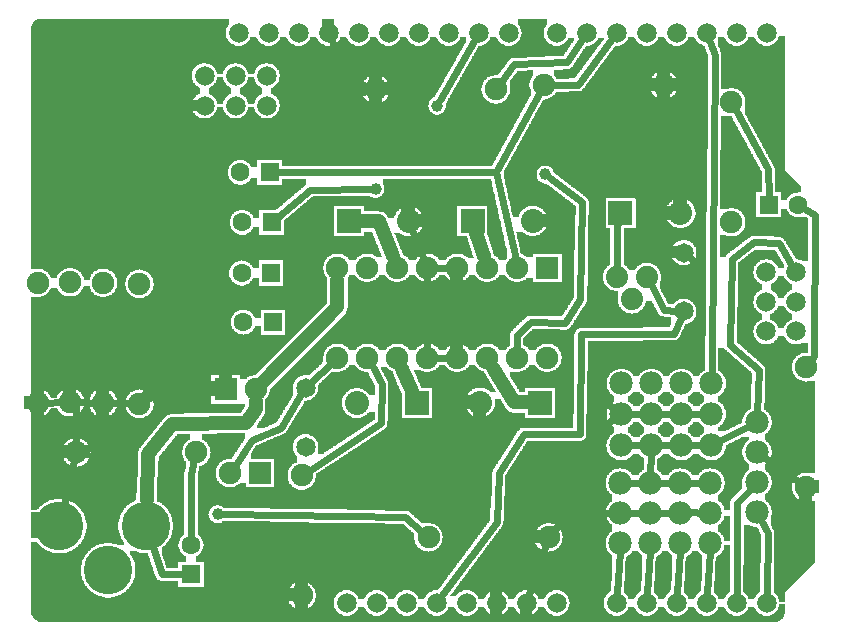
<source format=gtl>
G04 MADE WITH FRITZING*
G04 WWW.FRITZING.ORG*
G04 DOUBLE SIDED*
G04 HOLES PLATED*
G04 CONTOUR ON CENTER OF CONTOUR VECTOR*
%ASAXBY*%
%FSLAX23Y23*%
%MOIN*%
%OFA0B0*%
%SFA1.0B1.0*%
%ADD10C,0.075000*%
%ADD11C,0.039370*%
%ADD12C,0.078000*%
%ADD13C,0.065000*%
%ADD14C,0.062992*%
%ADD15C,0.080000*%
%ADD16C,0.065278*%
%ADD17C,0.074000*%
%ADD18C,0.162000*%
%ADD19R,0.062992X0.062992*%
%ADD20R,0.080000X0.079986*%
%ADD21R,0.075000X0.075000*%
%ADD22C,0.048000*%
%ADD23C,0.024000*%
%LNCOPPER1*%
G90*
G70*
G54D10*
X2415Y1890D03*
X2406Y1580D03*
X2556Y774D03*
X1269Y1901D03*
G54D11*
X1199Y1491D03*
X1765Y1540D03*
X1404Y1769D03*
X673Y407D03*
G54D12*
X2015Y310D03*
X2115Y310D03*
X2215Y310D03*
X2315Y310D03*
X2471Y714D03*
X2471Y614D03*
X2471Y514D03*
X2471Y414D03*
X2015Y512D03*
X2115Y512D03*
X2215Y512D03*
X2315Y512D03*
X2015Y412D03*
X2115Y412D03*
X2215Y412D03*
X2315Y412D03*
X2018Y636D03*
X2118Y636D03*
X2218Y636D03*
X2318Y636D03*
X2018Y740D03*
X2118Y740D03*
X2218Y740D03*
X2318Y740D03*
X2018Y843D03*
X2118Y843D03*
X2218Y843D03*
X2318Y843D03*
G54D13*
X966Y632D03*
X966Y829D03*
X966Y632D03*
X966Y829D03*
X2226Y1083D03*
X2226Y1279D03*
X2226Y1083D03*
X2226Y1279D03*
G54D14*
X2509Y1439D03*
X2608Y1439D03*
X846Y1547D03*
X748Y1547D03*
X853Y1380D03*
X754Y1380D03*
X851Y1211D03*
X753Y1211D03*
X857Y1048D03*
X758Y1048D03*
G54D15*
X2015Y1411D03*
X2215Y1411D03*
X1747Y779D03*
X1547Y779D03*
X1337Y778D03*
X1137Y778D03*
X1110Y1384D03*
X1310Y1384D03*
X1523Y1385D03*
X1723Y1385D03*
G54D10*
X602Y613D03*
X202Y613D03*
G54D16*
X2103Y111D03*
X2203Y111D03*
X2303Y111D03*
X2403Y111D03*
X2503Y111D03*
X1643Y2011D03*
X1543Y2011D03*
X1443Y2011D03*
X1343Y2011D03*
X1243Y2011D03*
X1143Y2011D03*
X1043Y2011D03*
X943Y2011D03*
X843Y2011D03*
X743Y2011D03*
X2503Y2011D03*
X2403Y2011D03*
X2303Y2011D03*
X2203Y2011D03*
X2103Y2011D03*
X2003Y2011D03*
X1903Y2011D03*
X1803Y2011D03*
X1203Y111D03*
X1103Y111D03*
X1303Y111D03*
X1403Y111D03*
X1503Y111D03*
X1603Y111D03*
X1703Y111D03*
X1803Y111D03*
X2003Y111D03*
X2601Y1214D03*
X2501Y1214D03*
X2601Y1115D03*
X2501Y1115D03*
X2601Y1016D03*
X2501Y1016D03*
X733Y1868D03*
X733Y1769D03*
X837Y1868D03*
X837Y1769D03*
X629Y1868D03*
X629Y1769D03*
G54D17*
X2104Y1198D03*
X2054Y1123D03*
X2004Y1198D03*
X2104Y1198D03*
X2054Y1123D03*
X2004Y1198D03*
G54D10*
X1772Y1229D03*
X1772Y929D03*
X1672Y1229D03*
X1672Y929D03*
X1572Y1229D03*
X1572Y929D03*
X1472Y1229D03*
X1472Y929D03*
X1372Y1229D03*
X1372Y929D03*
X1272Y1229D03*
X1272Y929D03*
X1172Y1229D03*
X1172Y929D03*
X1072Y1229D03*
X1072Y929D03*
X814Y545D03*
X714Y545D03*
X699Y824D03*
X799Y824D03*
G54D18*
X433Y369D03*
X145Y368D03*
X308Y221D03*
X433Y369D03*
X145Y368D03*
X308Y221D03*
G54D14*
X584Y206D03*
X584Y305D03*
G54D10*
X412Y1175D03*
X412Y775D03*
X291Y1179D03*
X291Y779D03*
X181Y1180D03*
X181Y780D03*
X73Y1178D03*
X73Y778D03*
X2634Y498D03*
X2634Y898D03*
X2385Y1380D03*
X2385Y1780D03*
X953Y536D03*
X953Y136D03*
X1376Y330D03*
X1776Y330D03*
X1760Y1838D03*
X2160Y1838D03*
X1200Y1824D03*
X1600Y1824D03*
G54D19*
X2509Y1439D03*
X846Y1547D03*
X853Y1380D03*
X851Y1211D03*
X857Y1048D03*
G54D20*
X2015Y1411D03*
X1747Y779D03*
X1337Y778D03*
X1110Y1384D03*
X1523Y1385D03*
G54D21*
X1772Y1229D03*
X814Y545D03*
X699Y824D03*
G54D19*
X584Y206D03*
G54D22*
X1320Y817D02*
X1288Y892D01*
D02*
X1560Y1267D02*
X1535Y1345D01*
G54D23*
D02*
X2004Y1361D02*
X2008Y1381D01*
D02*
X2004Y1225D02*
X2004Y1361D01*
G54D22*
D02*
X1661Y780D02*
X1705Y780D01*
D02*
X1592Y895D02*
X1661Y780D01*
D02*
X1210Y1383D02*
X1257Y1266D01*
D02*
X1152Y1383D02*
X1210Y1383D01*
D02*
X1071Y1096D02*
X827Y852D01*
D02*
X1072Y1189D02*
X1071Y1096D01*
D02*
X768Y712D02*
X799Y756D01*
D02*
X522Y708D02*
X768Y712D01*
D02*
X442Y609D02*
X522Y708D01*
D02*
X799Y756D02*
X799Y784D01*
D02*
X436Y454D02*
X442Y609D01*
G54D23*
D02*
X584Y542D02*
X584Y331D01*
D02*
X595Y586D02*
X584Y542D01*
D02*
X486Y208D02*
X456Y298D01*
D02*
X557Y207D02*
X486Y208D01*
D02*
X2115Y542D02*
X2117Y606D01*
D02*
X2045Y512D02*
X2085Y512D01*
D02*
X2048Y636D02*
X2087Y636D01*
D02*
X2187Y636D02*
X2148Y636D01*
D02*
X2287Y636D02*
X2248Y636D01*
D02*
X883Y695D02*
X952Y807D01*
D02*
X787Y655D02*
X883Y695D01*
D02*
X984Y846D02*
X1051Y909D01*
D02*
X729Y568D02*
X787Y655D01*
D02*
X1217Y710D02*
X976Y552D01*
D02*
X1220Y840D02*
X1217Y710D01*
D02*
X1186Y904D02*
X1220Y840D01*
D02*
X2285Y512D02*
X2245Y512D01*
D02*
X2185Y512D02*
X2145Y512D01*
D02*
X2444Y700D02*
X2344Y650D01*
D02*
X2116Y1174D02*
X2160Y1089D01*
D02*
X2160Y1089D02*
X2201Y1085D01*
D02*
X2399Y1755D02*
X2508Y1556D01*
D02*
X2508Y1556D02*
X2509Y1466D01*
D02*
X2320Y933D02*
X2330Y1938D01*
D02*
X2319Y873D02*
X2320Y933D01*
D02*
X2330Y1938D02*
X2314Y1982D01*
D02*
X2661Y935D02*
X2651Y921D01*
D02*
X2631Y1425D02*
X2664Y1405D01*
D02*
X2664Y1405D02*
X2661Y935D01*
D02*
X1693Y673D02*
X1880Y673D01*
D02*
X1603Y380D02*
X1611Y544D01*
D02*
X2193Y1009D02*
X2216Y1060D01*
D02*
X1611Y544D02*
X1693Y673D01*
D02*
X1885Y1007D02*
X2193Y1009D01*
D02*
X1421Y137D02*
X1603Y380D01*
D02*
X1880Y673D02*
X1885Y1007D01*
D02*
X1601Y1548D02*
X1746Y1813D01*
D02*
X1601Y1548D02*
X1666Y1257D01*
D02*
X873Y1547D02*
X1601Y1548D01*
D02*
X1984Y1986D02*
X1874Y1839D01*
D02*
X1874Y1839D02*
X1788Y1838D01*
D02*
X1661Y1907D02*
X1617Y1847D01*
D02*
X1885Y1985D02*
X1837Y1913D01*
D02*
X1837Y1913D02*
X1661Y1907D01*
D02*
X1888Y1446D02*
X1780Y1528D01*
D02*
X1882Y1123D02*
X1888Y1446D01*
D02*
X1831Y1044D02*
X1882Y1123D01*
D02*
X1716Y1048D02*
X1831Y1044D01*
D02*
X1670Y1004D02*
X1716Y1048D01*
D02*
X1671Y958D02*
X1670Y1004D01*
D02*
X982Y1489D02*
X1180Y1491D01*
D02*
X873Y1398D02*
X982Y1489D01*
G54D22*
D02*
X473Y829D02*
X442Y801D01*
D02*
X659Y825D02*
X473Y829D01*
G54D23*
D02*
X383Y776D02*
X320Y778D01*
D02*
X195Y585D02*
X161Y436D01*
D02*
X1400Y929D02*
X1443Y929D01*
D02*
X1443Y1229D02*
X1400Y1229D01*
D02*
X1527Y1984D02*
X1414Y1786D01*
D02*
X1054Y1983D02*
X1118Y1826D01*
D02*
X1118Y1826D02*
X1171Y1825D01*
D02*
X262Y779D02*
X209Y780D01*
D02*
X101Y779D02*
X152Y780D01*
D02*
X199Y758D02*
X202Y754D01*
D02*
X202Y754D02*
X202Y642D01*
D02*
X2304Y143D02*
X2313Y280D01*
D02*
X2204Y143D02*
X2213Y280D01*
D02*
X2104Y143D02*
X2113Y280D01*
D02*
X2004Y143D02*
X2013Y280D01*
D02*
X1767Y303D02*
X1712Y141D01*
D02*
X1985Y411D02*
X1848Y411D01*
D02*
X1848Y411D02*
X1795Y351D01*
D02*
X1321Y1355D02*
X1361Y1255D01*
D02*
X2611Y514D02*
X2495Y596D01*
D02*
X2459Y1313D02*
X2386Y1257D01*
D02*
X2386Y1257D02*
X2380Y972D01*
D02*
X2544Y1310D02*
X2459Y1313D01*
D02*
X2380Y972D02*
X2477Y888D01*
D02*
X2585Y1241D02*
X2544Y1310D01*
D02*
X2477Y888D02*
X2472Y744D01*
D02*
X2450Y492D02*
X2404Y445D01*
D02*
X2404Y445D02*
X2403Y143D01*
D02*
X2507Y344D02*
X2503Y143D01*
D02*
X2485Y387D02*
X2507Y344D01*
D02*
X1967Y947D02*
X1938Y894D01*
D02*
X2276Y947D02*
X1967Y947D01*
D02*
X1938Y894D02*
X1938Y806D01*
D02*
X1938Y806D02*
X1995Y759D01*
D02*
X2285Y1228D02*
X2276Y947D01*
D02*
X2245Y1263D02*
X2285Y1228D01*
D02*
X2045Y412D02*
X2085Y412D01*
D02*
X2145Y412D02*
X2185Y412D01*
D02*
X2245Y412D02*
X2258Y413D01*
D02*
X2258Y413D02*
X2285Y412D01*
G54D22*
D02*
X530Y832D02*
X659Y826D01*
D02*
X523Y1668D02*
X530Y832D01*
D02*
X882Y1659D02*
X523Y1668D01*
D02*
X1014Y1825D02*
X882Y1659D01*
D02*
X1160Y1824D02*
X1014Y1825D01*
G54D23*
D02*
X1372Y958D02*
X1372Y1200D01*
D02*
X1936Y544D02*
X1793Y353D01*
D02*
X1938Y691D02*
X1936Y544D01*
D02*
X1993Y725D02*
X1938Y691D01*
D02*
X2288Y740D02*
X2248Y740D01*
D02*
X2188Y740D02*
X2148Y740D01*
D02*
X2088Y740D02*
X2048Y740D01*
D02*
X1298Y397D02*
X692Y407D01*
D02*
X1354Y349D02*
X1298Y397D01*
G36*
X2544Y2001D02*
X2544Y1999D01*
X2542Y1999D01*
X2542Y1993D01*
X2540Y1993D01*
X2540Y1989D01*
X2538Y1989D01*
X2538Y1987D01*
X2536Y1987D01*
X2536Y1983D01*
X2534Y1983D01*
X2534Y1981D01*
X2532Y1981D01*
X2532Y1979D01*
X2530Y1979D01*
X2530Y1977D01*
X2526Y1977D01*
X2526Y1975D01*
X2524Y1975D01*
X2524Y1973D01*
X2520Y1973D01*
X2520Y1971D01*
X2514Y1971D01*
X2514Y1969D01*
X2564Y1969D01*
X2564Y2001D01*
X2544Y2001D01*
G37*
D02*
G36*
X2342Y1999D02*
X2342Y1993D01*
X2340Y1993D01*
X2340Y1971D01*
X2342Y1971D01*
X2342Y1969D01*
X2392Y1969D01*
X2392Y1971D01*
X2386Y1971D01*
X2386Y1973D01*
X2382Y1973D01*
X2382Y1975D01*
X2378Y1975D01*
X2378Y1977D01*
X2376Y1977D01*
X2376Y1979D01*
X2374Y1979D01*
X2374Y1981D01*
X2372Y1981D01*
X2372Y1983D01*
X2370Y1983D01*
X2370Y1985D01*
X2368Y1985D01*
X2368Y1987D01*
X2366Y1987D01*
X2366Y1991D01*
X2364Y1991D01*
X2364Y1995D01*
X2362Y1995D01*
X2362Y1999D01*
X2342Y1999D01*
G37*
D02*
G36*
X2442Y1999D02*
X2442Y1993D01*
X2440Y1993D01*
X2440Y1989D01*
X2438Y1989D01*
X2438Y1987D01*
X2436Y1987D01*
X2436Y1983D01*
X2434Y1983D01*
X2434Y1981D01*
X2432Y1981D01*
X2432Y1979D01*
X2430Y1979D01*
X2430Y1977D01*
X2426Y1977D01*
X2426Y1975D01*
X2424Y1975D01*
X2424Y1973D01*
X2420Y1973D01*
X2420Y1971D01*
X2414Y1971D01*
X2414Y1969D01*
X2492Y1969D01*
X2492Y1971D01*
X2486Y1971D01*
X2486Y1973D01*
X2482Y1973D01*
X2482Y1975D01*
X2478Y1975D01*
X2478Y1977D01*
X2476Y1977D01*
X2476Y1979D01*
X2474Y1979D01*
X2474Y1981D01*
X2472Y1981D01*
X2472Y1983D01*
X2470Y1983D01*
X2470Y1985D01*
X2468Y1985D01*
X2468Y1987D01*
X2466Y1987D01*
X2466Y1991D01*
X2464Y1991D01*
X2464Y1995D01*
X2462Y1995D01*
X2462Y1999D01*
X2442Y1999D01*
G37*
D02*
G36*
X2342Y1969D02*
X2342Y1967D01*
X2564Y1967D01*
X2564Y1969D01*
X2342Y1969D01*
G37*
D02*
G36*
X2342Y1969D02*
X2342Y1967D01*
X2564Y1967D01*
X2564Y1969D01*
X2342Y1969D01*
G37*
D02*
G36*
X2342Y1969D02*
X2342Y1967D01*
X2564Y1967D01*
X2564Y1969D01*
X2342Y1969D01*
G37*
D02*
G36*
X2342Y1967D02*
X2342Y1965D01*
X2344Y1965D01*
X2344Y1961D01*
X2346Y1961D01*
X2346Y1955D01*
X2348Y1955D01*
X2348Y1949D01*
X2350Y1949D01*
X2350Y1945D01*
X2352Y1945D01*
X2352Y1827D01*
X2394Y1827D01*
X2394Y1825D01*
X2402Y1825D01*
X2402Y1823D01*
X2406Y1823D01*
X2406Y1821D01*
X2410Y1821D01*
X2410Y1819D01*
X2412Y1819D01*
X2412Y1817D01*
X2416Y1817D01*
X2416Y1815D01*
X2418Y1815D01*
X2418Y1813D01*
X2420Y1813D01*
X2420Y1811D01*
X2422Y1811D01*
X2422Y1807D01*
X2424Y1807D01*
X2424Y1805D01*
X2426Y1805D01*
X2426Y1801D01*
X2428Y1801D01*
X2428Y1797D01*
X2430Y1797D01*
X2430Y1791D01*
X2432Y1791D01*
X2432Y1769D01*
X2430Y1769D01*
X2430Y1741D01*
X2432Y1741D01*
X2432Y1737D01*
X2434Y1737D01*
X2434Y1735D01*
X2436Y1735D01*
X2436Y1731D01*
X2438Y1731D01*
X2438Y1727D01*
X2440Y1727D01*
X2440Y1723D01*
X2442Y1723D01*
X2442Y1719D01*
X2444Y1719D01*
X2444Y1715D01*
X2446Y1715D01*
X2446Y1713D01*
X2448Y1713D01*
X2448Y1709D01*
X2450Y1709D01*
X2450Y1705D01*
X2452Y1705D01*
X2452Y1701D01*
X2454Y1701D01*
X2454Y1697D01*
X2456Y1697D01*
X2456Y1693D01*
X2458Y1693D01*
X2458Y1691D01*
X2460Y1691D01*
X2460Y1687D01*
X2462Y1687D01*
X2462Y1683D01*
X2464Y1683D01*
X2464Y1679D01*
X2466Y1679D01*
X2466Y1675D01*
X2468Y1675D01*
X2468Y1673D01*
X2470Y1673D01*
X2470Y1669D01*
X2472Y1669D01*
X2472Y1665D01*
X2474Y1665D01*
X2474Y1661D01*
X2476Y1661D01*
X2476Y1657D01*
X2478Y1657D01*
X2478Y1653D01*
X2480Y1653D01*
X2480Y1651D01*
X2482Y1651D01*
X2482Y1647D01*
X2484Y1647D01*
X2484Y1643D01*
X2486Y1643D01*
X2486Y1639D01*
X2488Y1639D01*
X2488Y1635D01*
X2490Y1635D01*
X2490Y1631D01*
X2492Y1631D01*
X2492Y1629D01*
X2494Y1629D01*
X2494Y1625D01*
X2496Y1625D01*
X2496Y1621D01*
X2498Y1621D01*
X2498Y1617D01*
X2500Y1617D01*
X2500Y1613D01*
X2502Y1613D01*
X2502Y1609D01*
X2504Y1609D01*
X2504Y1607D01*
X2506Y1607D01*
X2506Y1603D01*
X2508Y1603D01*
X2508Y1599D01*
X2510Y1599D01*
X2510Y1595D01*
X2512Y1595D01*
X2512Y1591D01*
X2514Y1591D01*
X2514Y1589D01*
X2516Y1589D01*
X2516Y1585D01*
X2518Y1585D01*
X2518Y1581D01*
X2520Y1581D01*
X2520Y1577D01*
X2522Y1577D01*
X2522Y1573D01*
X2524Y1573D01*
X2524Y1569D01*
X2526Y1569D01*
X2526Y1567D01*
X2528Y1567D01*
X2528Y1561D01*
X2530Y1561D01*
X2530Y1481D01*
X2550Y1481D01*
X2550Y1453D01*
X2570Y1453D01*
X2570Y1457D01*
X2572Y1457D01*
X2572Y1461D01*
X2574Y1461D01*
X2574Y1463D01*
X2576Y1463D01*
X2576Y1467D01*
X2578Y1467D01*
X2578Y1469D01*
X2580Y1469D01*
X2580Y1471D01*
X2584Y1471D01*
X2584Y1473D01*
X2586Y1473D01*
X2586Y1475D01*
X2590Y1475D01*
X2590Y1477D01*
X2596Y1477D01*
X2596Y1479D01*
X2606Y1479D01*
X2606Y1481D01*
X2618Y1481D01*
X2618Y1499D01*
X2616Y1499D01*
X2616Y1501D01*
X2614Y1501D01*
X2614Y1503D01*
X2612Y1503D01*
X2612Y1505D01*
X2610Y1505D01*
X2610Y1507D01*
X2608Y1507D01*
X2608Y1509D01*
X2606Y1509D01*
X2606Y1511D01*
X2604Y1511D01*
X2604Y1513D01*
X2602Y1513D01*
X2602Y1515D01*
X2600Y1515D01*
X2600Y1517D01*
X2598Y1517D01*
X2598Y1519D01*
X2596Y1519D01*
X2596Y1521D01*
X2594Y1521D01*
X2594Y1523D01*
X2592Y1523D01*
X2592Y1525D01*
X2590Y1525D01*
X2590Y1527D01*
X2588Y1527D01*
X2588Y1529D01*
X2586Y1529D01*
X2586Y1531D01*
X2584Y1531D01*
X2584Y1533D01*
X2582Y1533D01*
X2582Y1535D01*
X2580Y1535D01*
X2580Y1537D01*
X2578Y1537D01*
X2578Y1539D01*
X2576Y1539D01*
X2576Y1541D01*
X2574Y1541D01*
X2574Y1543D01*
X2572Y1543D01*
X2572Y1545D01*
X2570Y1545D01*
X2570Y1547D01*
X2568Y1547D01*
X2568Y1549D01*
X2566Y1549D01*
X2566Y1551D01*
X2564Y1551D01*
X2564Y1967D01*
X2342Y1967D01*
G37*
D02*
G36*
X2352Y1827D02*
X2352Y1825D01*
X2376Y1825D01*
X2376Y1827D01*
X2352Y1827D01*
G37*
D02*
G36*
X1940Y1993D02*
X1940Y1989D01*
X1938Y1989D01*
X1938Y1987D01*
X1936Y1987D01*
X1936Y1983D01*
X1934Y1983D01*
X1934Y1981D01*
X1932Y1981D01*
X1932Y1979D01*
X1930Y1979D01*
X1930Y1977D01*
X1926Y1977D01*
X1926Y1975D01*
X1924Y1975D01*
X1924Y1973D01*
X1920Y1973D01*
X1920Y1971D01*
X1914Y1971D01*
X1914Y1969D01*
X1900Y1969D01*
X1900Y1965D01*
X1898Y1965D01*
X1898Y1963D01*
X1896Y1963D01*
X1896Y1959D01*
X1894Y1959D01*
X1894Y1957D01*
X1892Y1957D01*
X1892Y1953D01*
X1890Y1953D01*
X1890Y1951D01*
X1888Y1951D01*
X1888Y1947D01*
X1886Y1947D01*
X1886Y1945D01*
X1884Y1945D01*
X1884Y1941D01*
X1882Y1941D01*
X1882Y1939D01*
X1880Y1939D01*
X1880Y1935D01*
X1878Y1935D01*
X1878Y1933D01*
X1876Y1933D01*
X1876Y1929D01*
X1874Y1929D01*
X1874Y1927D01*
X1872Y1927D01*
X1872Y1923D01*
X1870Y1923D01*
X1870Y1921D01*
X1868Y1921D01*
X1868Y1917D01*
X1866Y1917D01*
X1866Y1915D01*
X1864Y1915D01*
X1864Y1911D01*
X1862Y1911D01*
X1862Y1909D01*
X1860Y1909D01*
X1860Y1905D01*
X1858Y1905D01*
X1858Y1903D01*
X1856Y1903D01*
X1856Y1899D01*
X1854Y1899D01*
X1854Y1897D01*
X1852Y1897D01*
X1852Y1895D01*
X1850Y1895D01*
X1850Y1893D01*
X1846Y1893D01*
X1846Y1891D01*
X1824Y1891D01*
X1824Y1889D01*
X1794Y1889D01*
X1794Y1869D01*
X1796Y1869D01*
X1796Y1867D01*
X1798Y1867D01*
X1798Y1863D01*
X1800Y1863D01*
X1800Y1861D01*
X1802Y1861D01*
X1802Y1859D01*
X1844Y1859D01*
X1844Y1861D01*
X1864Y1861D01*
X1864Y1863D01*
X1866Y1863D01*
X1866Y1865D01*
X1868Y1865D01*
X1868Y1869D01*
X1870Y1869D01*
X1870Y1871D01*
X1872Y1871D01*
X1872Y1873D01*
X1874Y1873D01*
X1874Y1877D01*
X1876Y1877D01*
X1876Y1879D01*
X1878Y1879D01*
X1878Y1881D01*
X1880Y1881D01*
X1880Y1885D01*
X1882Y1885D01*
X1882Y1887D01*
X1884Y1887D01*
X1884Y1889D01*
X1886Y1889D01*
X1886Y1893D01*
X1888Y1893D01*
X1888Y1895D01*
X1890Y1895D01*
X1890Y1897D01*
X1892Y1897D01*
X1892Y1901D01*
X1894Y1901D01*
X1894Y1903D01*
X1896Y1903D01*
X1896Y1905D01*
X1898Y1905D01*
X1898Y1909D01*
X1900Y1909D01*
X1900Y1911D01*
X1902Y1911D01*
X1902Y1913D01*
X1904Y1913D01*
X1904Y1917D01*
X1906Y1917D01*
X1906Y1919D01*
X1908Y1919D01*
X1908Y1921D01*
X1910Y1921D01*
X1910Y1925D01*
X1912Y1925D01*
X1912Y1927D01*
X1914Y1927D01*
X1914Y1931D01*
X1916Y1931D01*
X1916Y1933D01*
X1918Y1933D01*
X1918Y1935D01*
X1920Y1935D01*
X1920Y1939D01*
X1922Y1939D01*
X1922Y1941D01*
X1924Y1941D01*
X1924Y1943D01*
X1926Y1943D01*
X1926Y1947D01*
X1928Y1947D01*
X1928Y1949D01*
X1930Y1949D01*
X1930Y1951D01*
X1932Y1951D01*
X1932Y1955D01*
X1934Y1955D01*
X1934Y1957D01*
X1936Y1957D01*
X1936Y1959D01*
X1938Y1959D01*
X1938Y1963D01*
X1940Y1963D01*
X1940Y1965D01*
X1942Y1965D01*
X1942Y1967D01*
X1944Y1967D01*
X1944Y1971D01*
X1946Y1971D01*
X1946Y1973D01*
X1948Y1973D01*
X1948Y1975D01*
X1950Y1975D01*
X1950Y1979D01*
X1952Y1979D01*
X1952Y1981D01*
X1954Y1981D01*
X1954Y1983D01*
X1956Y1983D01*
X1956Y1987D01*
X1958Y1987D01*
X1958Y1989D01*
X1960Y1989D01*
X1960Y1993D01*
X1940Y1993D01*
G37*
D02*
G36*
X670Y1863D02*
X670Y1855D01*
X668Y1855D01*
X668Y1849D01*
X666Y1849D01*
X666Y1845D01*
X664Y1845D01*
X664Y1843D01*
X662Y1843D01*
X662Y1841D01*
X660Y1841D01*
X660Y1837D01*
X656Y1837D01*
X656Y1835D01*
X654Y1835D01*
X654Y1833D01*
X652Y1833D01*
X652Y1831D01*
X648Y1831D01*
X648Y1829D01*
X644Y1829D01*
X644Y1809D01*
X646Y1809D01*
X646Y1807D01*
X648Y1807D01*
X648Y1805D01*
X652Y1805D01*
X652Y1803D01*
X654Y1803D01*
X654Y1801D01*
X658Y1801D01*
X658Y1799D01*
X660Y1799D01*
X660Y1797D01*
X662Y1797D01*
X662Y1793D01*
X664Y1793D01*
X664Y1791D01*
X666Y1791D01*
X666Y1787D01*
X668Y1787D01*
X668Y1783D01*
X670Y1783D01*
X670Y1773D01*
X690Y1773D01*
X690Y1777D01*
X692Y1777D01*
X692Y1783D01*
X694Y1783D01*
X694Y1789D01*
X696Y1789D01*
X696Y1791D01*
X698Y1791D01*
X698Y1795D01*
X700Y1795D01*
X700Y1797D01*
X702Y1797D01*
X702Y1799D01*
X704Y1799D01*
X704Y1801D01*
X706Y1801D01*
X706Y1803D01*
X710Y1803D01*
X710Y1805D01*
X712Y1805D01*
X712Y1807D01*
X716Y1807D01*
X716Y1809D01*
X718Y1809D01*
X718Y1829D01*
X714Y1829D01*
X714Y1831D01*
X710Y1831D01*
X710Y1833D01*
X708Y1833D01*
X708Y1835D01*
X704Y1835D01*
X704Y1837D01*
X702Y1837D01*
X702Y1839D01*
X700Y1839D01*
X700Y1843D01*
X698Y1843D01*
X698Y1845D01*
X696Y1845D01*
X696Y1849D01*
X694Y1849D01*
X694Y1853D01*
X692Y1853D01*
X692Y1859D01*
X690Y1859D01*
X690Y1863D01*
X670Y1863D01*
G37*
D02*
G36*
X774Y1863D02*
X774Y1855D01*
X772Y1855D01*
X772Y1849D01*
X770Y1849D01*
X770Y1845D01*
X768Y1845D01*
X768Y1843D01*
X766Y1843D01*
X766Y1841D01*
X764Y1841D01*
X764Y1837D01*
X760Y1837D01*
X760Y1835D01*
X758Y1835D01*
X758Y1833D01*
X756Y1833D01*
X756Y1831D01*
X752Y1831D01*
X752Y1829D01*
X748Y1829D01*
X748Y1807D01*
X752Y1807D01*
X752Y1805D01*
X756Y1805D01*
X756Y1803D01*
X758Y1803D01*
X758Y1801D01*
X762Y1801D01*
X762Y1799D01*
X764Y1799D01*
X764Y1797D01*
X766Y1797D01*
X766Y1793D01*
X768Y1793D01*
X768Y1791D01*
X770Y1791D01*
X770Y1787D01*
X772Y1787D01*
X772Y1781D01*
X774Y1781D01*
X774Y1773D01*
X794Y1773D01*
X794Y1777D01*
X796Y1777D01*
X796Y1785D01*
X798Y1785D01*
X798Y1789D01*
X800Y1789D01*
X800Y1791D01*
X802Y1791D01*
X802Y1795D01*
X804Y1795D01*
X804Y1797D01*
X806Y1797D01*
X806Y1799D01*
X808Y1799D01*
X808Y1801D01*
X810Y1801D01*
X810Y1803D01*
X812Y1803D01*
X812Y1805D01*
X816Y1805D01*
X816Y1807D01*
X820Y1807D01*
X820Y1809D01*
X822Y1809D01*
X822Y1829D01*
X818Y1829D01*
X818Y1831D01*
X814Y1831D01*
X814Y1833D01*
X812Y1833D01*
X812Y1835D01*
X808Y1835D01*
X808Y1837D01*
X806Y1837D01*
X806Y1839D01*
X804Y1839D01*
X804Y1841D01*
X802Y1841D01*
X802Y1845D01*
X800Y1845D01*
X800Y1849D01*
X798Y1849D01*
X798Y1853D01*
X796Y1853D01*
X796Y1859D01*
X794Y1859D01*
X794Y1863D01*
X774Y1863D01*
G37*
D02*
G36*
X2350Y1735D02*
X2350Y1621D01*
X2348Y1621D01*
X2348Y1427D01*
X2394Y1427D01*
X2394Y1425D01*
X2402Y1425D01*
X2402Y1423D01*
X2406Y1423D01*
X2406Y1421D01*
X2410Y1421D01*
X2410Y1419D01*
X2412Y1419D01*
X2412Y1417D01*
X2416Y1417D01*
X2416Y1415D01*
X2418Y1415D01*
X2418Y1413D01*
X2420Y1413D01*
X2420Y1411D01*
X2422Y1411D01*
X2422Y1407D01*
X2424Y1407D01*
X2424Y1405D01*
X2426Y1405D01*
X2426Y1401D01*
X2428Y1401D01*
X2428Y1397D01*
X2468Y1397D01*
X2468Y1481D01*
X2486Y1481D01*
X2486Y1551D01*
X2484Y1551D01*
X2484Y1555D01*
X2482Y1555D01*
X2482Y1559D01*
X2480Y1559D01*
X2480Y1563D01*
X2478Y1563D01*
X2478Y1565D01*
X2476Y1565D01*
X2476Y1569D01*
X2474Y1569D01*
X2474Y1573D01*
X2472Y1573D01*
X2472Y1577D01*
X2470Y1577D01*
X2470Y1581D01*
X2468Y1581D01*
X2468Y1585D01*
X2466Y1585D01*
X2466Y1587D01*
X2464Y1587D01*
X2464Y1591D01*
X2462Y1591D01*
X2462Y1595D01*
X2460Y1595D01*
X2460Y1599D01*
X2458Y1599D01*
X2458Y1603D01*
X2456Y1603D01*
X2456Y1607D01*
X2454Y1607D01*
X2454Y1609D01*
X2452Y1609D01*
X2452Y1613D01*
X2450Y1613D01*
X2450Y1617D01*
X2448Y1617D01*
X2448Y1621D01*
X2446Y1621D01*
X2446Y1625D01*
X2444Y1625D01*
X2444Y1627D01*
X2442Y1627D01*
X2442Y1631D01*
X2440Y1631D01*
X2440Y1635D01*
X2438Y1635D01*
X2438Y1639D01*
X2436Y1639D01*
X2436Y1643D01*
X2434Y1643D01*
X2434Y1647D01*
X2432Y1647D01*
X2432Y1649D01*
X2430Y1649D01*
X2430Y1653D01*
X2428Y1653D01*
X2428Y1657D01*
X2426Y1657D01*
X2426Y1661D01*
X2424Y1661D01*
X2424Y1665D01*
X2422Y1665D01*
X2422Y1669D01*
X2420Y1669D01*
X2420Y1671D01*
X2418Y1671D01*
X2418Y1675D01*
X2416Y1675D01*
X2416Y1679D01*
X2414Y1679D01*
X2414Y1683D01*
X2412Y1683D01*
X2412Y1687D01*
X2410Y1687D01*
X2410Y1689D01*
X2408Y1689D01*
X2408Y1693D01*
X2406Y1693D01*
X2406Y1697D01*
X2404Y1697D01*
X2404Y1701D01*
X2402Y1701D01*
X2402Y1705D01*
X2400Y1705D01*
X2400Y1709D01*
X2398Y1709D01*
X2398Y1711D01*
X2396Y1711D01*
X2396Y1715D01*
X2394Y1715D01*
X2394Y1719D01*
X2392Y1719D01*
X2392Y1723D01*
X2390Y1723D01*
X2390Y1727D01*
X2388Y1727D01*
X2388Y1731D01*
X2386Y1731D01*
X2386Y1733D01*
X2372Y1733D01*
X2372Y1735D01*
X2350Y1735D01*
G37*
D02*
G36*
X2348Y1427D02*
X2348Y1423D01*
X2368Y1423D01*
X2368Y1425D01*
X2376Y1425D01*
X2376Y1427D01*
X2348Y1427D01*
G37*
D02*
G36*
X2550Y1425D02*
X2550Y1397D01*
X2600Y1397D01*
X2600Y1399D01*
X2594Y1399D01*
X2594Y1401D01*
X2588Y1401D01*
X2588Y1403D01*
X2586Y1403D01*
X2586Y1405D01*
X2582Y1405D01*
X2582Y1407D01*
X2580Y1407D01*
X2580Y1409D01*
X2578Y1409D01*
X2578Y1411D01*
X2576Y1411D01*
X2576Y1413D01*
X2574Y1413D01*
X2574Y1417D01*
X2572Y1417D01*
X2572Y1419D01*
X2570Y1419D01*
X2570Y1425D01*
X2550Y1425D01*
G37*
D02*
G36*
X2430Y1397D02*
X2430Y1395D01*
X2636Y1395D01*
X2636Y1397D01*
X2430Y1397D01*
G37*
D02*
G36*
X2430Y1397D02*
X2430Y1395D01*
X2636Y1395D01*
X2636Y1397D01*
X2430Y1397D01*
G37*
D02*
G36*
X2430Y1395D02*
X2430Y1391D01*
X2432Y1391D01*
X2432Y1369D01*
X2430Y1369D01*
X2430Y1361D01*
X2428Y1361D01*
X2428Y1357D01*
X2426Y1357D01*
X2426Y1355D01*
X2424Y1355D01*
X2424Y1351D01*
X2422Y1351D01*
X2422Y1349D01*
X2420Y1349D01*
X2420Y1347D01*
X2418Y1347D01*
X2418Y1345D01*
X2416Y1345D01*
X2416Y1343D01*
X2414Y1343D01*
X2414Y1341D01*
X2412Y1341D01*
X2412Y1339D01*
X2408Y1339D01*
X2408Y1337D01*
X2404Y1337D01*
X2404Y1335D01*
X2470Y1335D01*
X2470Y1333D01*
X2528Y1333D01*
X2528Y1331D01*
X2552Y1331D01*
X2552Y1329D01*
X2556Y1329D01*
X2556Y1327D01*
X2558Y1327D01*
X2558Y1325D01*
X2560Y1325D01*
X2560Y1323D01*
X2562Y1323D01*
X2562Y1319D01*
X2564Y1319D01*
X2564Y1317D01*
X2566Y1317D01*
X2566Y1313D01*
X2568Y1313D01*
X2568Y1309D01*
X2570Y1309D01*
X2570Y1307D01*
X2572Y1307D01*
X2572Y1303D01*
X2574Y1303D01*
X2574Y1299D01*
X2576Y1299D01*
X2576Y1297D01*
X2578Y1297D01*
X2578Y1293D01*
X2580Y1293D01*
X2580Y1289D01*
X2582Y1289D01*
X2582Y1287D01*
X2584Y1287D01*
X2584Y1283D01*
X2586Y1283D01*
X2586Y1279D01*
X2588Y1279D01*
X2588Y1277D01*
X2590Y1277D01*
X2590Y1273D01*
X2592Y1273D01*
X2592Y1271D01*
X2594Y1271D01*
X2594Y1267D01*
X2596Y1267D01*
X2596Y1263D01*
X2598Y1263D01*
X2598Y1261D01*
X2600Y1261D01*
X2600Y1257D01*
X2606Y1257D01*
X2606Y1255D01*
X2614Y1255D01*
X2614Y1253D01*
X2620Y1253D01*
X2620Y1251D01*
X2640Y1251D01*
X2640Y1305D01*
X2642Y1305D01*
X2642Y1393D01*
X2638Y1393D01*
X2638Y1395D01*
X2430Y1395D01*
G37*
D02*
G36*
X2346Y1337D02*
X2346Y1333D01*
X2372Y1333D01*
X2372Y1335D01*
X2366Y1335D01*
X2366Y1337D01*
X2346Y1337D01*
G37*
D02*
G36*
X2398Y1335D02*
X2398Y1333D01*
X2456Y1333D01*
X2456Y1335D01*
X2398Y1335D01*
G37*
D02*
G36*
X2346Y1333D02*
X2346Y1331D01*
X2450Y1331D01*
X2450Y1333D01*
X2346Y1333D01*
G37*
D02*
G36*
X2346Y1333D02*
X2346Y1331D01*
X2450Y1331D01*
X2450Y1333D01*
X2346Y1333D01*
G37*
D02*
G36*
X2346Y1331D02*
X2346Y1263D01*
X2366Y1263D01*
X2366Y1267D01*
X2368Y1267D01*
X2368Y1271D01*
X2370Y1271D01*
X2370Y1273D01*
X2372Y1273D01*
X2372Y1275D01*
X2374Y1275D01*
X2374Y1277D01*
X2378Y1277D01*
X2378Y1279D01*
X2380Y1279D01*
X2380Y1281D01*
X2382Y1281D01*
X2382Y1283D01*
X2386Y1283D01*
X2386Y1285D01*
X2388Y1285D01*
X2388Y1287D01*
X2390Y1287D01*
X2390Y1289D01*
X2394Y1289D01*
X2394Y1291D01*
X2396Y1291D01*
X2396Y1293D01*
X2398Y1293D01*
X2398Y1295D01*
X2402Y1295D01*
X2402Y1297D01*
X2404Y1297D01*
X2404Y1299D01*
X2406Y1299D01*
X2406Y1301D01*
X2410Y1301D01*
X2410Y1303D01*
X2412Y1303D01*
X2412Y1305D01*
X2414Y1305D01*
X2414Y1307D01*
X2418Y1307D01*
X2418Y1309D01*
X2420Y1309D01*
X2420Y1311D01*
X2422Y1311D01*
X2422Y1313D01*
X2424Y1313D01*
X2424Y1315D01*
X2428Y1315D01*
X2428Y1317D01*
X2430Y1317D01*
X2430Y1319D01*
X2432Y1319D01*
X2432Y1321D01*
X2436Y1321D01*
X2436Y1323D01*
X2438Y1323D01*
X2438Y1325D01*
X2440Y1325D01*
X2440Y1327D01*
X2444Y1327D01*
X2444Y1329D01*
X2446Y1329D01*
X2446Y1331D01*
X2346Y1331D01*
G37*
D02*
G36*
X2464Y1289D02*
X2464Y1287D01*
X2460Y1287D01*
X2460Y1285D01*
X2458Y1285D01*
X2458Y1283D01*
X2456Y1283D01*
X2456Y1281D01*
X2452Y1281D01*
X2452Y1279D01*
X2450Y1279D01*
X2450Y1277D01*
X2448Y1277D01*
X2448Y1275D01*
X2446Y1275D01*
X2446Y1273D01*
X2442Y1273D01*
X2442Y1271D01*
X2440Y1271D01*
X2440Y1269D01*
X2438Y1269D01*
X2438Y1267D01*
X2434Y1267D01*
X2434Y1265D01*
X2432Y1265D01*
X2432Y1263D01*
X2430Y1263D01*
X2430Y1261D01*
X2426Y1261D01*
X2426Y1259D01*
X2424Y1259D01*
X2424Y1257D01*
X2506Y1257D01*
X2506Y1255D01*
X2514Y1255D01*
X2514Y1253D01*
X2520Y1253D01*
X2520Y1251D01*
X2524Y1251D01*
X2524Y1249D01*
X2526Y1249D01*
X2526Y1247D01*
X2528Y1247D01*
X2528Y1245D01*
X2532Y1245D01*
X2532Y1241D01*
X2534Y1241D01*
X2534Y1239D01*
X2536Y1239D01*
X2536Y1237D01*
X2538Y1237D01*
X2538Y1233D01*
X2540Y1233D01*
X2540Y1229D01*
X2560Y1229D01*
X2560Y1241D01*
X2558Y1241D01*
X2558Y1245D01*
X2556Y1245D01*
X2556Y1247D01*
X2554Y1247D01*
X2554Y1251D01*
X2552Y1251D01*
X2552Y1255D01*
X2550Y1255D01*
X2550Y1257D01*
X2548Y1257D01*
X2548Y1261D01*
X2546Y1261D01*
X2546Y1265D01*
X2544Y1265D01*
X2544Y1267D01*
X2542Y1267D01*
X2542Y1271D01*
X2540Y1271D01*
X2540Y1275D01*
X2538Y1275D01*
X2538Y1277D01*
X2536Y1277D01*
X2536Y1281D01*
X2534Y1281D01*
X2534Y1285D01*
X2532Y1285D01*
X2532Y1287D01*
X2526Y1287D01*
X2526Y1289D01*
X2464Y1289D01*
G37*
D02*
G36*
X2422Y1257D02*
X2422Y1255D01*
X2418Y1255D01*
X2418Y1253D01*
X2416Y1253D01*
X2416Y1251D01*
X2414Y1251D01*
X2414Y1249D01*
X2410Y1249D01*
X2410Y1247D01*
X2408Y1247D01*
X2408Y1195D01*
X2406Y1195D01*
X2406Y1097D01*
X2404Y1097D01*
X2404Y979D01*
X2406Y979D01*
X2406Y977D01*
X2408Y977D01*
X2408Y975D01*
X2412Y975D01*
X2412Y973D01*
X2492Y973D01*
X2492Y975D01*
X2484Y975D01*
X2484Y977D01*
X2480Y977D01*
X2480Y979D01*
X2478Y979D01*
X2478Y981D01*
X2474Y981D01*
X2474Y983D01*
X2472Y983D01*
X2472Y985D01*
X2470Y985D01*
X2470Y987D01*
X2468Y987D01*
X2468Y991D01*
X2466Y991D01*
X2466Y993D01*
X2464Y993D01*
X2464Y997D01*
X2462Y997D01*
X2462Y1001D01*
X2460Y1001D01*
X2460Y1011D01*
X2458Y1011D01*
X2458Y1021D01*
X2460Y1021D01*
X2460Y1029D01*
X2462Y1029D01*
X2462Y1033D01*
X2464Y1033D01*
X2464Y1037D01*
X2466Y1037D01*
X2466Y1041D01*
X2468Y1041D01*
X2468Y1043D01*
X2470Y1043D01*
X2470Y1045D01*
X2472Y1045D01*
X2472Y1047D01*
X2474Y1047D01*
X2474Y1049D01*
X2476Y1049D01*
X2476Y1051D01*
X2480Y1051D01*
X2480Y1053D01*
X2484Y1053D01*
X2484Y1055D01*
X2488Y1055D01*
X2488Y1075D01*
X2484Y1075D01*
X2484Y1077D01*
X2480Y1077D01*
X2480Y1079D01*
X2476Y1079D01*
X2476Y1081D01*
X2474Y1081D01*
X2474Y1083D01*
X2472Y1083D01*
X2472Y1085D01*
X2470Y1085D01*
X2470Y1087D01*
X2468Y1087D01*
X2468Y1089D01*
X2466Y1089D01*
X2466Y1093D01*
X2464Y1093D01*
X2464Y1095D01*
X2462Y1095D01*
X2462Y1101D01*
X2460Y1101D01*
X2460Y1109D01*
X2458Y1109D01*
X2458Y1119D01*
X2460Y1119D01*
X2460Y1127D01*
X2462Y1127D01*
X2462Y1133D01*
X2464Y1133D01*
X2464Y1137D01*
X2466Y1137D01*
X2466Y1139D01*
X2468Y1139D01*
X2468Y1143D01*
X2470Y1143D01*
X2470Y1145D01*
X2472Y1145D01*
X2472Y1147D01*
X2476Y1147D01*
X2476Y1149D01*
X2478Y1149D01*
X2478Y1151D01*
X2482Y1151D01*
X2482Y1153D01*
X2486Y1153D01*
X2486Y1175D01*
X2482Y1175D01*
X2482Y1177D01*
X2478Y1177D01*
X2478Y1179D01*
X2476Y1179D01*
X2476Y1181D01*
X2472Y1181D01*
X2472Y1183D01*
X2470Y1183D01*
X2470Y1187D01*
X2468Y1187D01*
X2468Y1189D01*
X2466Y1189D01*
X2466Y1191D01*
X2464Y1191D01*
X2464Y1195D01*
X2462Y1195D01*
X2462Y1201D01*
X2460Y1201D01*
X2460Y1209D01*
X2458Y1209D01*
X2458Y1219D01*
X2460Y1219D01*
X2460Y1227D01*
X2462Y1227D01*
X2462Y1233D01*
X2464Y1233D01*
X2464Y1235D01*
X2466Y1235D01*
X2466Y1239D01*
X2468Y1239D01*
X2468Y1241D01*
X2470Y1241D01*
X2470Y1243D01*
X2472Y1243D01*
X2472Y1245D01*
X2474Y1245D01*
X2474Y1247D01*
X2476Y1247D01*
X2476Y1249D01*
X2480Y1249D01*
X2480Y1251D01*
X2482Y1251D01*
X2482Y1253D01*
X2488Y1253D01*
X2488Y1255D01*
X2496Y1255D01*
X2496Y1257D01*
X2422Y1257D01*
G37*
D02*
G36*
X2540Y1001D02*
X2540Y995D01*
X2538Y995D01*
X2538Y993D01*
X2536Y993D01*
X2536Y989D01*
X2534Y989D01*
X2534Y987D01*
X2532Y987D01*
X2532Y985D01*
X2530Y985D01*
X2530Y983D01*
X2528Y983D01*
X2528Y981D01*
X2526Y981D01*
X2526Y979D01*
X2522Y979D01*
X2522Y977D01*
X2518Y977D01*
X2518Y975D01*
X2512Y975D01*
X2512Y973D01*
X2592Y973D01*
X2592Y975D01*
X2584Y975D01*
X2584Y977D01*
X2580Y977D01*
X2580Y979D01*
X2578Y979D01*
X2578Y981D01*
X2574Y981D01*
X2574Y983D01*
X2572Y983D01*
X2572Y985D01*
X2570Y985D01*
X2570Y987D01*
X2568Y987D01*
X2568Y991D01*
X2566Y991D01*
X2566Y993D01*
X2564Y993D01*
X2564Y997D01*
X2562Y997D01*
X2562Y1001D01*
X2540Y1001D01*
G37*
D02*
G36*
X2618Y977D02*
X2618Y975D01*
X2612Y975D01*
X2612Y973D01*
X2640Y973D01*
X2640Y977D01*
X2618Y977D01*
G37*
D02*
G36*
X2414Y973D02*
X2414Y971D01*
X2640Y971D01*
X2640Y973D01*
X2414Y973D01*
G37*
D02*
G36*
X2414Y973D02*
X2414Y971D01*
X2640Y971D01*
X2640Y973D01*
X2414Y973D01*
G37*
D02*
G36*
X2414Y973D02*
X2414Y971D01*
X2640Y971D01*
X2640Y973D01*
X2414Y973D01*
G37*
D02*
G36*
X2416Y971D02*
X2416Y969D01*
X2418Y969D01*
X2418Y967D01*
X2420Y967D01*
X2420Y965D01*
X2422Y965D01*
X2422Y963D01*
X2424Y963D01*
X2424Y961D01*
X2426Y961D01*
X2426Y959D01*
X2430Y959D01*
X2430Y957D01*
X2432Y957D01*
X2432Y955D01*
X2434Y955D01*
X2434Y953D01*
X2436Y953D01*
X2436Y951D01*
X2438Y951D01*
X2438Y949D01*
X2440Y949D01*
X2440Y947D01*
X2442Y947D01*
X2442Y945D01*
X2446Y945D01*
X2446Y943D01*
X2448Y943D01*
X2448Y941D01*
X2450Y941D01*
X2450Y939D01*
X2452Y939D01*
X2452Y937D01*
X2454Y937D01*
X2454Y935D01*
X2456Y935D01*
X2456Y933D01*
X2458Y933D01*
X2458Y931D01*
X2462Y931D01*
X2462Y929D01*
X2464Y929D01*
X2464Y927D01*
X2466Y927D01*
X2466Y925D01*
X2468Y925D01*
X2468Y923D01*
X2470Y923D01*
X2470Y921D01*
X2472Y921D01*
X2472Y919D01*
X2474Y919D01*
X2474Y917D01*
X2478Y917D01*
X2478Y915D01*
X2480Y915D01*
X2480Y913D01*
X2482Y913D01*
X2482Y911D01*
X2484Y911D01*
X2484Y909D01*
X2486Y909D01*
X2486Y907D01*
X2488Y907D01*
X2488Y905D01*
X2490Y905D01*
X2490Y903D01*
X2492Y903D01*
X2492Y901D01*
X2494Y901D01*
X2494Y899D01*
X2496Y899D01*
X2496Y895D01*
X2498Y895D01*
X2498Y849D01*
X2630Y849D01*
X2630Y851D01*
X2620Y851D01*
X2620Y853D01*
X2614Y853D01*
X2614Y855D01*
X2612Y855D01*
X2612Y857D01*
X2608Y857D01*
X2608Y859D01*
X2604Y859D01*
X2604Y861D01*
X2602Y861D01*
X2602Y863D01*
X2600Y863D01*
X2600Y865D01*
X2598Y865D01*
X2598Y867D01*
X2596Y867D01*
X2596Y871D01*
X2594Y871D01*
X2594Y873D01*
X2592Y873D01*
X2592Y877D01*
X2590Y877D01*
X2590Y883D01*
X2588Y883D01*
X2588Y891D01*
X2586Y891D01*
X2586Y903D01*
X2588Y903D01*
X2588Y911D01*
X2590Y911D01*
X2590Y917D01*
X2592Y917D01*
X2592Y921D01*
X2594Y921D01*
X2594Y925D01*
X2596Y925D01*
X2596Y927D01*
X2598Y927D01*
X2598Y929D01*
X2600Y929D01*
X2600Y931D01*
X2602Y931D01*
X2602Y933D01*
X2604Y933D01*
X2604Y935D01*
X2606Y935D01*
X2606Y937D01*
X2610Y937D01*
X2610Y939D01*
X2614Y939D01*
X2614Y941D01*
X2618Y941D01*
X2618Y943D01*
X2626Y943D01*
X2626Y945D01*
X2640Y945D01*
X2640Y971D01*
X2416Y971D01*
G37*
D02*
G36*
X2638Y851D02*
X2638Y849D01*
X2664Y849D01*
X2664Y851D01*
X2638Y851D01*
G37*
D02*
G36*
X2498Y849D02*
X2498Y847D01*
X2664Y847D01*
X2664Y849D01*
X2498Y849D01*
G37*
D02*
G36*
X2498Y849D02*
X2498Y847D01*
X2664Y847D01*
X2664Y849D01*
X2498Y849D01*
G37*
D02*
G36*
X2498Y847D02*
X2498Y839D01*
X2496Y839D01*
X2496Y779D01*
X2494Y779D01*
X2494Y755D01*
X2498Y755D01*
X2498Y753D01*
X2500Y753D01*
X2500Y751D01*
X2502Y751D01*
X2502Y749D01*
X2506Y749D01*
X2506Y745D01*
X2508Y745D01*
X2508Y743D01*
X2510Y743D01*
X2510Y741D01*
X2512Y741D01*
X2512Y737D01*
X2514Y737D01*
X2514Y735D01*
X2516Y735D01*
X2516Y729D01*
X2518Y729D01*
X2518Y721D01*
X2520Y721D01*
X2520Y705D01*
X2518Y705D01*
X2518Y697D01*
X2516Y697D01*
X2516Y693D01*
X2514Y693D01*
X2514Y689D01*
X2512Y689D01*
X2512Y685D01*
X2510Y685D01*
X2510Y683D01*
X2508Y683D01*
X2508Y681D01*
X2506Y681D01*
X2506Y679D01*
X2504Y679D01*
X2504Y677D01*
X2502Y677D01*
X2502Y675D01*
X2500Y675D01*
X2500Y673D01*
X2498Y673D01*
X2498Y653D01*
X2500Y653D01*
X2500Y651D01*
X2502Y651D01*
X2502Y649D01*
X2506Y649D01*
X2506Y645D01*
X2508Y645D01*
X2508Y643D01*
X2510Y643D01*
X2510Y641D01*
X2512Y641D01*
X2512Y637D01*
X2514Y637D01*
X2514Y635D01*
X2516Y635D01*
X2516Y629D01*
X2518Y629D01*
X2518Y621D01*
X2520Y621D01*
X2520Y605D01*
X2518Y605D01*
X2518Y597D01*
X2516Y597D01*
X2516Y593D01*
X2514Y593D01*
X2514Y589D01*
X2512Y589D01*
X2512Y585D01*
X2510Y585D01*
X2510Y583D01*
X2508Y583D01*
X2508Y581D01*
X2506Y581D01*
X2506Y579D01*
X2504Y579D01*
X2504Y577D01*
X2502Y577D01*
X2502Y575D01*
X2500Y575D01*
X2500Y573D01*
X2498Y573D01*
X2498Y553D01*
X2500Y553D01*
X2500Y551D01*
X2502Y551D01*
X2502Y549D01*
X2506Y549D01*
X2506Y545D01*
X2642Y545D01*
X2642Y543D01*
X2664Y543D01*
X2664Y847D01*
X2498Y847D01*
G37*
D02*
G36*
X2508Y545D02*
X2508Y543D01*
X2510Y543D01*
X2510Y541D01*
X2512Y541D01*
X2512Y537D01*
X2514Y537D01*
X2514Y535D01*
X2516Y535D01*
X2516Y529D01*
X2518Y529D01*
X2518Y521D01*
X2520Y521D01*
X2520Y505D01*
X2518Y505D01*
X2518Y497D01*
X2516Y497D01*
X2516Y493D01*
X2514Y493D01*
X2514Y489D01*
X2512Y489D01*
X2512Y485D01*
X2510Y485D01*
X2510Y483D01*
X2508Y483D01*
X2508Y481D01*
X2506Y481D01*
X2506Y479D01*
X2504Y479D01*
X2504Y477D01*
X2502Y477D01*
X2502Y475D01*
X2500Y475D01*
X2500Y473D01*
X2498Y473D01*
X2498Y453D01*
X2500Y453D01*
X2500Y451D01*
X2502Y451D01*
X2502Y449D01*
X2630Y449D01*
X2630Y451D01*
X2620Y451D01*
X2620Y453D01*
X2614Y453D01*
X2614Y455D01*
X2612Y455D01*
X2612Y457D01*
X2608Y457D01*
X2608Y459D01*
X2604Y459D01*
X2604Y461D01*
X2602Y461D01*
X2602Y463D01*
X2600Y463D01*
X2600Y465D01*
X2598Y465D01*
X2598Y467D01*
X2596Y467D01*
X2596Y471D01*
X2594Y471D01*
X2594Y473D01*
X2592Y473D01*
X2592Y477D01*
X2590Y477D01*
X2590Y483D01*
X2588Y483D01*
X2588Y491D01*
X2586Y491D01*
X2586Y503D01*
X2588Y503D01*
X2588Y511D01*
X2590Y511D01*
X2590Y517D01*
X2592Y517D01*
X2592Y521D01*
X2594Y521D01*
X2594Y525D01*
X2596Y525D01*
X2596Y527D01*
X2598Y527D01*
X2598Y529D01*
X2600Y529D01*
X2600Y531D01*
X2602Y531D01*
X2602Y533D01*
X2604Y533D01*
X2604Y535D01*
X2606Y535D01*
X2606Y537D01*
X2610Y537D01*
X2610Y539D01*
X2614Y539D01*
X2614Y541D01*
X2618Y541D01*
X2618Y543D01*
X2626Y543D01*
X2626Y545D01*
X2508Y545D01*
G37*
D02*
G36*
X2638Y451D02*
X2638Y449D01*
X2664Y449D01*
X2664Y451D01*
X2638Y451D01*
G37*
D02*
G36*
X2506Y449D02*
X2506Y447D01*
X2664Y447D01*
X2664Y449D01*
X2506Y449D01*
G37*
D02*
G36*
X2506Y449D02*
X2506Y447D01*
X2664Y447D01*
X2664Y449D01*
X2506Y449D01*
G37*
D02*
G36*
X2506Y447D02*
X2506Y445D01*
X2508Y445D01*
X2508Y443D01*
X2510Y443D01*
X2510Y441D01*
X2512Y441D01*
X2512Y437D01*
X2514Y437D01*
X2514Y435D01*
X2516Y435D01*
X2516Y429D01*
X2518Y429D01*
X2518Y421D01*
X2520Y421D01*
X2520Y405D01*
X2518Y405D01*
X2518Y397D01*
X2516Y397D01*
X2516Y371D01*
X2518Y371D01*
X2518Y367D01*
X2520Y367D01*
X2520Y363D01*
X2522Y363D01*
X2522Y359D01*
X2524Y359D01*
X2524Y355D01*
X2526Y355D01*
X2526Y351D01*
X2528Y351D01*
X2528Y243D01*
X2526Y243D01*
X2526Y145D01*
X2530Y145D01*
X2530Y143D01*
X2532Y143D01*
X2532Y141D01*
X2534Y141D01*
X2534Y139D01*
X2536Y139D01*
X2536Y135D01*
X2538Y135D01*
X2538Y133D01*
X2540Y133D01*
X2540Y129D01*
X2542Y129D01*
X2542Y123D01*
X2544Y123D01*
X2544Y115D01*
X2564Y115D01*
X2564Y147D01*
X2566Y147D01*
X2566Y149D01*
X2568Y149D01*
X2568Y151D01*
X2570Y151D01*
X2570Y153D01*
X2572Y153D01*
X2572Y155D01*
X2574Y155D01*
X2574Y157D01*
X2576Y157D01*
X2576Y159D01*
X2578Y159D01*
X2578Y161D01*
X2580Y161D01*
X2580Y163D01*
X2582Y163D01*
X2582Y165D01*
X2584Y165D01*
X2584Y167D01*
X2586Y167D01*
X2586Y169D01*
X2588Y169D01*
X2588Y171D01*
X2590Y171D01*
X2590Y173D01*
X2592Y173D01*
X2592Y175D01*
X2594Y175D01*
X2594Y177D01*
X2596Y177D01*
X2596Y179D01*
X2598Y179D01*
X2598Y181D01*
X2600Y181D01*
X2600Y183D01*
X2602Y183D01*
X2602Y185D01*
X2604Y185D01*
X2604Y187D01*
X2606Y187D01*
X2606Y189D01*
X2608Y189D01*
X2608Y191D01*
X2610Y191D01*
X2610Y193D01*
X2612Y193D01*
X2612Y195D01*
X2614Y195D01*
X2614Y197D01*
X2616Y197D01*
X2616Y199D01*
X2618Y199D01*
X2618Y201D01*
X2620Y201D01*
X2620Y203D01*
X2622Y203D01*
X2622Y205D01*
X2624Y205D01*
X2624Y207D01*
X2626Y207D01*
X2626Y209D01*
X2628Y209D01*
X2628Y211D01*
X2630Y211D01*
X2630Y213D01*
X2632Y213D01*
X2632Y215D01*
X2634Y215D01*
X2634Y217D01*
X2636Y217D01*
X2636Y219D01*
X2638Y219D01*
X2638Y221D01*
X2640Y221D01*
X2640Y223D01*
X2642Y223D01*
X2642Y225D01*
X2644Y225D01*
X2644Y227D01*
X2646Y227D01*
X2646Y229D01*
X2648Y229D01*
X2648Y231D01*
X2650Y231D01*
X2650Y233D01*
X2652Y233D01*
X2652Y235D01*
X2654Y235D01*
X2654Y237D01*
X2656Y237D01*
X2656Y239D01*
X2658Y239D01*
X2658Y241D01*
X2660Y241D01*
X2660Y243D01*
X2662Y243D01*
X2662Y245D01*
X2664Y245D01*
X2664Y447D01*
X2506Y447D01*
G37*
D02*
G36*
X2542Y1201D02*
X2542Y1199D01*
X2540Y1199D01*
X2540Y1195D01*
X2538Y1195D01*
X2538Y1191D01*
X2536Y1191D01*
X2536Y1187D01*
X2534Y1187D01*
X2534Y1185D01*
X2532Y1185D01*
X2532Y1183D01*
X2530Y1183D01*
X2530Y1181D01*
X2528Y1181D01*
X2528Y1179D01*
X2524Y1179D01*
X2524Y1177D01*
X2520Y1177D01*
X2520Y1175D01*
X2516Y1175D01*
X2516Y1153D01*
X2520Y1153D01*
X2520Y1151D01*
X2524Y1151D01*
X2524Y1149D01*
X2528Y1149D01*
X2528Y1147D01*
X2530Y1147D01*
X2530Y1145D01*
X2532Y1145D01*
X2532Y1143D01*
X2534Y1143D01*
X2534Y1141D01*
X2536Y1141D01*
X2536Y1137D01*
X2538Y1137D01*
X2538Y1133D01*
X2540Y1133D01*
X2540Y1129D01*
X2542Y1129D01*
X2542Y1127D01*
X2562Y1127D01*
X2562Y1133D01*
X2564Y1133D01*
X2564Y1137D01*
X2566Y1137D01*
X2566Y1139D01*
X2568Y1139D01*
X2568Y1141D01*
X2570Y1141D01*
X2570Y1145D01*
X2572Y1145D01*
X2572Y1147D01*
X2576Y1147D01*
X2576Y1149D01*
X2578Y1149D01*
X2578Y1151D01*
X2582Y1151D01*
X2582Y1153D01*
X2586Y1153D01*
X2586Y1175D01*
X2582Y1175D01*
X2582Y1177D01*
X2578Y1177D01*
X2578Y1179D01*
X2576Y1179D01*
X2576Y1181D01*
X2574Y1181D01*
X2574Y1183D01*
X2570Y1183D01*
X2570Y1187D01*
X2568Y1187D01*
X2568Y1189D01*
X2566Y1189D01*
X2566Y1191D01*
X2564Y1191D01*
X2564Y1195D01*
X2562Y1195D01*
X2562Y1201D01*
X2542Y1201D01*
G37*
D02*
G36*
X2542Y1101D02*
X2542Y1099D01*
X2540Y1099D01*
X2540Y1095D01*
X2538Y1095D01*
X2538Y1091D01*
X2536Y1091D01*
X2536Y1089D01*
X2534Y1089D01*
X2534Y1087D01*
X2532Y1087D01*
X2532Y1083D01*
X2528Y1083D01*
X2528Y1081D01*
X2526Y1081D01*
X2526Y1079D01*
X2522Y1079D01*
X2522Y1077D01*
X2520Y1077D01*
X2520Y1075D01*
X2514Y1075D01*
X2514Y1055D01*
X2518Y1055D01*
X2518Y1053D01*
X2522Y1053D01*
X2522Y1051D01*
X2526Y1051D01*
X2526Y1049D01*
X2528Y1049D01*
X2528Y1047D01*
X2530Y1047D01*
X2530Y1045D01*
X2532Y1045D01*
X2532Y1043D01*
X2534Y1043D01*
X2534Y1041D01*
X2536Y1041D01*
X2536Y1039D01*
X2538Y1039D01*
X2538Y1035D01*
X2540Y1035D01*
X2540Y1031D01*
X2542Y1031D01*
X2542Y1029D01*
X2562Y1029D01*
X2562Y1033D01*
X2564Y1033D01*
X2564Y1037D01*
X2566Y1037D01*
X2566Y1041D01*
X2568Y1041D01*
X2568Y1043D01*
X2570Y1043D01*
X2570Y1045D01*
X2572Y1045D01*
X2572Y1047D01*
X2574Y1047D01*
X2574Y1049D01*
X2576Y1049D01*
X2576Y1051D01*
X2580Y1051D01*
X2580Y1053D01*
X2584Y1053D01*
X2584Y1055D01*
X2588Y1055D01*
X2588Y1075D01*
X2584Y1075D01*
X2584Y1077D01*
X2580Y1077D01*
X2580Y1079D01*
X2576Y1079D01*
X2576Y1081D01*
X2574Y1081D01*
X2574Y1083D01*
X2572Y1083D01*
X2572Y1085D01*
X2570Y1085D01*
X2570Y1087D01*
X2568Y1087D01*
X2568Y1089D01*
X2566Y1089D01*
X2566Y1093D01*
X2564Y1093D01*
X2564Y1097D01*
X2562Y1097D01*
X2562Y1101D01*
X2542Y1101D01*
G37*
D02*
G36*
X2342Y961D02*
X2342Y885D01*
X2344Y885D01*
X2344Y883D01*
X2348Y883D01*
X2348Y881D01*
X2350Y881D01*
X2350Y879D01*
X2352Y879D01*
X2352Y877D01*
X2354Y877D01*
X2354Y875D01*
X2356Y875D01*
X2356Y873D01*
X2358Y873D01*
X2358Y869D01*
X2360Y869D01*
X2360Y867D01*
X2362Y867D01*
X2362Y863D01*
X2364Y863D01*
X2364Y857D01*
X2366Y857D01*
X2366Y847D01*
X2368Y847D01*
X2368Y837D01*
X2366Y837D01*
X2366Y829D01*
X2364Y829D01*
X2364Y823D01*
X2362Y823D01*
X2362Y819D01*
X2360Y819D01*
X2360Y815D01*
X2358Y815D01*
X2358Y813D01*
X2356Y813D01*
X2356Y811D01*
X2354Y811D01*
X2354Y809D01*
X2352Y809D01*
X2352Y807D01*
X2350Y807D01*
X2350Y805D01*
X2348Y805D01*
X2348Y803D01*
X2346Y803D01*
X2346Y801D01*
X2342Y801D01*
X2342Y781D01*
X2346Y781D01*
X2346Y779D01*
X2348Y779D01*
X2348Y777D01*
X2352Y777D01*
X2352Y775D01*
X2354Y775D01*
X2354Y773D01*
X2356Y773D01*
X2356Y769D01*
X2358Y769D01*
X2358Y767D01*
X2360Y767D01*
X2360Y763D01*
X2362Y763D01*
X2362Y759D01*
X2364Y759D01*
X2364Y753D01*
X2366Y753D01*
X2366Y745D01*
X2368Y745D01*
X2368Y735D01*
X2366Y735D01*
X2366Y727D01*
X2364Y727D01*
X2364Y721D01*
X2362Y721D01*
X2362Y717D01*
X2360Y717D01*
X2360Y713D01*
X2358Y713D01*
X2358Y711D01*
X2356Y711D01*
X2356Y707D01*
X2354Y707D01*
X2354Y705D01*
X2352Y705D01*
X2352Y703D01*
X2348Y703D01*
X2348Y701D01*
X2346Y701D01*
X2346Y699D01*
X2344Y699D01*
X2344Y697D01*
X2342Y697D01*
X2342Y683D01*
X2364Y683D01*
X2364Y685D01*
X2368Y685D01*
X2368Y687D01*
X2372Y687D01*
X2372Y689D01*
X2376Y689D01*
X2376Y691D01*
X2380Y691D01*
X2380Y693D01*
X2384Y693D01*
X2384Y695D01*
X2388Y695D01*
X2388Y697D01*
X2392Y697D01*
X2392Y699D01*
X2396Y699D01*
X2396Y701D01*
X2400Y701D01*
X2400Y703D01*
X2404Y703D01*
X2404Y705D01*
X2408Y705D01*
X2408Y707D01*
X2412Y707D01*
X2412Y709D01*
X2416Y709D01*
X2416Y711D01*
X2420Y711D01*
X2420Y713D01*
X2422Y713D01*
X2422Y723D01*
X2424Y723D01*
X2424Y731D01*
X2426Y731D01*
X2426Y735D01*
X2428Y735D01*
X2428Y739D01*
X2430Y739D01*
X2430Y741D01*
X2432Y741D01*
X2432Y743D01*
X2434Y743D01*
X2434Y747D01*
X2436Y747D01*
X2436Y749D01*
X2438Y749D01*
X2438Y751D01*
X2442Y751D01*
X2442Y753D01*
X2444Y753D01*
X2444Y755D01*
X2448Y755D01*
X2448Y757D01*
X2450Y757D01*
X2450Y781D01*
X2452Y781D01*
X2452Y841D01*
X2454Y841D01*
X2454Y879D01*
X2452Y879D01*
X2452Y881D01*
X2450Y881D01*
X2450Y883D01*
X2446Y883D01*
X2446Y885D01*
X2444Y885D01*
X2444Y887D01*
X2442Y887D01*
X2442Y889D01*
X2440Y889D01*
X2440Y891D01*
X2438Y891D01*
X2438Y893D01*
X2436Y893D01*
X2436Y895D01*
X2434Y895D01*
X2434Y897D01*
X2430Y897D01*
X2430Y899D01*
X2428Y899D01*
X2428Y901D01*
X2426Y901D01*
X2426Y903D01*
X2424Y903D01*
X2424Y905D01*
X2422Y905D01*
X2422Y907D01*
X2420Y907D01*
X2420Y909D01*
X2418Y909D01*
X2418Y911D01*
X2414Y911D01*
X2414Y913D01*
X2412Y913D01*
X2412Y915D01*
X2410Y915D01*
X2410Y917D01*
X2408Y917D01*
X2408Y919D01*
X2406Y919D01*
X2406Y921D01*
X2404Y921D01*
X2404Y923D01*
X2402Y923D01*
X2402Y925D01*
X2398Y925D01*
X2398Y927D01*
X2396Y927D01*
X2396Y929D01*
X2394Y929D01*
X2394Y931D01*
X2392Y931D01*
X2392Y933D01*
X2390Y933D01*
X2390Y935D01*
X2388Y935D01*
X2388Y937D01*
X2386Y937D01*
X2386Y939D01*
X2384Y939D01*
X2384Y941D01*
X2380Y941D01*
X2380Y943D01*
X2378Y943D01*
X2378Y945D01*
X2376Y945D01*
X2376Y947D01*
X2374Y947D01*
X2374Y949D01*
X2372Y949D01*
X2372Y951D01*
X2370Y951D01*
X2370Y953D01*
X2368Y953D01*
X2368Y955D01*
X2364Y955D01*
X2364Y959D01*
X2362Y959D01*
X2362Y961D01*
X2342Y961D01*
G37*
D02*
G36*
X2058Y815D02*
X2058Y813D01*
X2056Y813D01*
X2056Y811D01*
X2054Y811D01*
X2054Y809D01*
X2052Y809D01*
X2052Y807D01*
X2050Y807D01*
X2050Y805D01*
X2048Y805D01*
X2048Y803D01*
X2046Y803D01*
X2046Y801D01*
X2042Y801D01*
X2042Y781D01*
X2046Y781D01*
X2046Y779D01*
X2048Y779D01*
X2048Y777D01*
X2052Y777D01*
X2052Y775D01*
X2054Y775D01*
X2054Y773D01*
X2056Y773D01*
X2056Y769D01*
X2058Y769D01*
X2058Y767D01*
X2078Y767D01*
X2078Y769D01*
X2080Y769D01*
X2080Y771D01*
X2082Y771D01*
X2082Y773D01*
X2084Y773D01*
X2084Y775D01*
X2086Y775D01*
X2086Y777D01*
X2088Y777D01*
X2088Y779D01*
X2090Y779D01*
X2090Y781D01*
X2094Y781D01*
X2094Y801D01*
X2092Y801D01*
X2092Y803D01*
X2088Y803D01*
X2088Y805D01*
X2086Y805D01*
X2086Y807D01*
X2084Y807D01*
X2084Y809D01*
X2082Y809D01*
X2082Y811D01*
X2080Y811D01*
X2080Y813D01*
X2078Y813D01*
X2078Y815D01*
X2058Y815D01*
G37*
D02*
G36*
X2158Y815D02*
X2158Y813D01*
X2156Y813D01*
X2156Y811D01*
X2154Y811D01*
X2154Y809D01*
X2152Y809D01*
X2152Y807D01*
X2150Y807D01*
X2150Y805D01*
X2148Y805D01*
X2148Y803D01*
X2146Y803D01*
X2146Y801D01*
X2142Y801D01*
X2142Y781D01*
X2146Y781D01*
X2146Y779D01*
X2148Y779D01*
X2148Y777D01*
X2152Y777D01*
X2152Y775D01*
X2154Y775D01*
X2154Y773D01*
X2156Y773D01*
X2156Y769D01*
X2158Y769D01*
X2158Y767D01*
X2178Y767D01*
X2178Y769D01*
X2180Y769D01*
X2180Y771D01*
X2182Y771D01*
X2182Y773D01*
X2184Y773D01*
X2184Y775D01*
X2186Y775D01*
X2186Y777D01*
X2188Y777D01*
X2188Y779D01*
X2190Y779D01*
X2190Y781D01*
X2194Y781D01*
X2194Y801D01*
X2192Y801D01*
X2192Y803D01*
X2188Y803D01*
X2188Y805D01*
X2186Y805D01*
X2186Y807D01*
X2184Y807D01*
X2184Y809D01*
X2182Y809D01*
X2182Y811D01*
X2180Y811D01*
X2180Y813D01*
X2178Y813D01*
X2178Y815D01*
X2158Y815D01*
G37*
D02*
G36*
X2258Y815D02*
X2258Y813D01*
X2256Y813D01*
X2256Y811D01*
X2254Y811D01*
X2254Y809D01*
X2252Y809D01*
X2252Y807D01*
X2250Y807D01*
X2250Y805D01*
X2248Y805D01*
X2248Y803D01*
X2246Y803D01*
X2246Y801D01*
X2242Y801D01*
X2242Y781D01*
X2246Y781D01*
X2246Y779D01*
X2248Y779D01*
X2248Y777D01*
X2252Y777D01*
X2252Y775D01*
X2254Y775D01*
X2254Y773D01*
X2256Y773D01*
X2256Y769D01*
X2258Y769D01*
X2258Y767D01*
X2278Y767D01*
X2278Y769D01*
X2280Y769D01*
X2280Y771D01*
X2282Y771D01*
X2282Y773D01*
X2284Y773D01*
X2284Y775D01*
X2286Y775D01*
X2286Y777D01*
X2288Y777D01*
X2288Y779D01*
X2290Y779D01*
X2290Y781D01*
X2294Y781D01*
X2294Y801D01*
X2292Y801D01*
X2292Y803D01*
X2288Y803D01*
X2288Y805D01*
X2286Y805D01*
X2286Y807D01*
X2284Y807D01*
X2284Y809D01*
X2282Y809D01*
X2282Y811D01*
X2280Y811D01*
X2280Y813D01*
X2278Y813D01*
X2278Y815D01*
X2258Y815D01*
G37*
D02*
G36*
X2058Y713D02*
X2058Y711D01*
X2056Y711D01*
X2056Y707D01*
X2054Y707D01*
X2054Y705D01*
X2052Y705D01*
X2052Y703D01*
X2048Y703D01*
X2048Y701D01*
X2046Y701D01*
X2046Y699D01*
X2044Y699D01*
X2044Y697D01*
X2042Y697D01*
X2042Y677D01*
X2046Y677D01*
X2046Y675D01*
X2048Y675D01*
X2048Y673D01*
X2050Y673D01*
X2050Y671D01*
X2052Y671D01*
X2052Y669D01*
X2054Y669D01*
X2054Y667D01*
X2056Y667D01*
X2056Y665D01*
X2058Y665D01*
X2058Y663D01*
X2078Y663D01*
X2078Y665D01*
X2080Y665D01*
X2080Y667D01*
X2082Y667D01*
X2082Y671D01*
X2086Y671D01*
X2086Y673D01*
X2088Y673D01*
X2088Y675D01*
X2090Y675D01*
X2090Y677D01*
X2094Y677D01*
X2094Y699D01*
X2090Y699D01*
X2090Y701D01*
X2088Y701D01*
X2088Y703D01*
X2086Y703D01*
X2086Y705D01*
X2084Y705D01*
X2084Y707D01*
X2082Y707D01*
X2082Y709D01*
X2080Y709D01*
X2080Y711D01*
X2078Y711D01*
X2078Y713D01*
X2058Y713D01*
G37*
D02*
G36*
X2158Y713D02*
X2158Y711D01*
X2156Y711D01*
X2156Y707D01*
X2154Y707D01*
X2154Y705D01*
X2152Y705D01*
X2152Y703D01*
X2148Y703D01*
X2148Y701D01*
X2146Y701D01*
X2146Y699D01*
X2144Y699D01*
X2144Y697D01*
X2142Y697D01*
X2142Y677D01*
X2146Y677D01*
X2146Y675D01*
X2148Y675D01*
X2148Y673D01*
X2150Y673D01*
X2150Y671D01*
X2152Y671D01*
X2152Y669D01*
X2154Y669D01*
X2154Y667D01*
X2156Y667D01*
X2156Y665D01*
X2158Y665D01*
X2158Y663D01*
X2178Y663D01*
X2178Y665D01*
X2180Y665D01*
X2180Y667D01*
X2182Y667D01*
X2182Y671D01*
X2186Y671D01*
X2186Y673D01*
X2188Y673D01*
X2188Y675D01*
X2190Y675D01*
X2190Y677D01*
X2194Y677D01*
X2194Y699D01*
X2190Y699D01*
X2190Y701D01*
X2188Y701D01*
X2188Y703D01*
X2186Y703D01*
X2186Y705D01*
X2184Y705D01*
X2184Y707D01*
X2182Y707D01*
X2182Y709D01*
X2180Y709D01*
X2180Y711D01*
X2178Y711D01*
X2178Y713D01*
X2158Y713D01*
G37*
D02*
G36*
X2258Y713D02*
X2258Y711D01*
X2256Y711D01*
X2256Y707D01*
X2254Y707D01*
X2254Y705D01*
X2252Y705D01*
X2252Y703D01*
X2248Y703D01*
X2248Y701D01*
X2246Y701D01*
X2246Y699D01*
X2244Y699D01*
X2244Y697D01*
X2242Y697D01*
X2242Y677D01*
X2246Y677D01*
X2246Y675D01*
X2248Y675D01*
X2248Y673D01*
X2250Y673D01*
X2250Y671D01*
X2252Y671D01*
X2252Y669D01*
X2254Y669D01*
X2254Y667D01*
X2256Y667D01*
X2256Y665D01*
X2258Y665D01*
X2258Y663D01*
X2278Y663D01*
X2278Y665D01*
X2280Y665D01*
X2280Y667D01*
X2282Y667D01*
X2282Y671D01*
X2286Y671D01*
X2286Y673D01*
X2288Y673D01*
X2288Y675D01*
X2290Y675D01*
X2290Y677D01*
X2294Y677D01*
X2294Y699D01*
X2290Y699D01*
X2290Y701D01*
X2288Y701D01*
X2288Y703D01*
X2286Y703D01*
X2286Y705D01*
X2284Y705D01*
X2284Y707D01*
X2282Y707D01*
X2282Y709D01*
X2280Y709D01*
X2280Y711D01*
X2278Y711D01*
X2278Y713D01*
X2258Y713D01*
G37*
D02*
G36*
X562Y675D02*
X562Y673D01*
X538Y673D01*
X538Y671D01*
X536Y671D01*
X536Y669D01*
X534Y669D01*
X534Y667D01*
X532Y667D01*
X532Y665D01*
X530Y665D01*
X530Y661D01*
X528Y661D01*
X528Y659D01*
X526Y659D01*
X526Y657D01*
X524Y657D01*
X524Y655D01*
X522Y655D01*
X522Y651D01*
X520Y651D01*
X520Y649D01*
X518Y649D01*
X518Y647D01*
X516Y647D01*
X516Y645D01*
X514Y645D01*
X514Y641D01*
X512Y641D01*
X512Y639D01*
X510Y639D01*
X510Y637D01*
X508Y637D01*
X508Y635D01*
X506Y635D01*
X506Y633D01*
X504Y633D01*
X504Y629D01*
X502Y629D01*
X502Y627D01*
X500Y627D01*
X500Y625D01*
X498Y625D01*
X498Y623D01*
X496Y623D01*
X496Y619D01*
X494Y619D01*
X494Y617D01*
X492Y617D01*
X492Y615D01*
X490Y615D01*
X490Y613D01*
X488Y613D01*
X488Y611D01*
X486Y611D01*
X486Y607D01*
X484Y607D01*
X484Y605D01*
X482Y605D01*
X482Y603D01*
X480Y603D01*
X480Y601D01*
X478Y601D01*
X478Y597D01*
X476Y597D01*
X476Y585D01*
X474Y585D01*
X474Y531D01*
X472Y531D01*
X472Y475D01*
X470Y475D01*
X470Y451D01*
X472Y451D01*
X472Y449D01*
X476Y449D01*
X476Y447D01*
X480Y447D01*
X480Y445D01*
X484Y445D01*
X484Y443D01*
X486Y443D01*
X486Y441D01*
X488Y441D01*
X488Y439D01*
X492Y439D01*
X492Y437D01*
X494Y437D01*
X494Y435D01*
X496Y435D01*
X496Y433D01*
X498Y433D01*
X498Y431D01*
X500Y431D01*
X500Y429D01*
X502Y429D01*
X502Y427D01*
X504Y427D01*
X504Y423D01*
X506Y423D01*
X506Y421D01*
X508Y421D01*
X508Y419D01*
X510Y419D01*
X510Y415D01*
X512Y415D01*
X512Y411D01*
X514Y411D01*
X514Y407D01*
X516Y407D01*
X516Y403D01*
X518Y403D01*
X518Y397D01*
X520Y397D01*
X520Y391D01*
X522Y391D01*
X522Y381D01*
X524Y381D01*
X524Y355D01*
X522Y355D01*
X522Y345D01*
X520Y345D01*
X520Y339D01*
X518Y339D01*
X518Y333D01*
X516Y333D01*
X516Y329D01*
X514Y329D01*
X514Y325D01*
X512Y325D01*
X512Y321D01*
X510Y321D01*
X510Y319D01*
X508Y319D01*
X508Y315D01*
X506Y315D01*
X506Y313D01*
X504Y313D01*
X504Y311D01*
X502Y311D01*
X502Y307D01*
X500Y307D01*
X500Y305D01*
X498Y305D01*
X498Y303D01*
X496Y303D01*
X496Y301D01*
X492Y301D01*
X492Y299D01*
X490Y299D01*
X490Y297D01*
X488Y297D01*
X488Y295D01*
X486Y295D01*
X486Y275D01*
X488Y275D01*
X488Y269D01*
X490Y269D01*
X490Y263D01*
X492Y263D01*
X492Y257D01*
X494Y257D01*
X494Y251D01*
X496Y251D01*
X496Y245D01*
X498Y245D01*
X498Y239D01*
X500Y239D01*
X500Y233D01*
X502Y233D01*
X502Y229D01*
X542Y229D01*
X542Y247D01*
X568Y247D01*
X568Y267D01*
X564Y267D01*
X564Y269D01*
X560Y269D01*
X560Y271D01*
X558Y271D01*
X558Y273D01*
X556Y273D01*
X556Y275D01*
X554Y275D01*
X554Y277D01*
X552Y277D01*
X552Y279D01*
X550Y279D01*
X550Y281D01*
X548Y281D01*
X548Y285D01*
X546Y285D01*
X546Y291D01*
X544Y291D01*
X544Y299D01*
X542Y299D01*
X542Y309D01*
X544Y309D01*
X544Y317D01*
X546Y317D01*
X546Y323D01*
X548Y323D01*
X548Y327D01*
X550Y327D01*
X550Y329D01*
X552Y329D01*
X552Y331D01*
X554Y331D01*
X554Y333D01*
X556Y333D01*
X556Y335D01*
X558Y335D01*
X558Y337D01*
X560Y337D01*
X560Y339D01*
X562Y339D01*
X562Y549D01*
X564Y549D01*
X564Y557D01*
X566Y557D01*
X566Y583D01*
X564Y583D01*
X564Y585D01*
X562Y585D01*
X562Y589D01*
X560Y589D01*
X560Y593D01*
X558Y593D01*
X558Y597D01*
X556Y597D01*
X556Y605D01*
X554Y605D01*
X554Y621D01*
X556Y621D01*
X556Y629D01*
X558Y629D01*
X558Y633D01*
X560Y633D01*
X560Y637D01*
X562Y637D01*
X562Y641D01*
X564Y641D01*
X564Y643D01*
X566Y643D01*
X566Y645D01*
X568Y645D01*
X568Y647D01*
X570Y647D01*
X570Y649D01*
X572Y649D01*
X572Y651D01*
X574Y651D01*
X574Y653D01*
X578Y653D01*
X578Y655D01*
X582Y655D01*
X582Y675D01*
X562Y675D01*
G37*
D02*
G36*
X2422Y665D02*
X2422Y663D01*
X2418Y663D01*
X2418Y661D01*
X2414Y661D01*
X2414Y659D01*
X2410Y659D01*
X2410Y657D01*
X2406Y657D01*
X2406Y655D01*
X2402Y655D01*
X2402Y653D01*
X2398Y653D01*
X2398Y651D01*
X2394Y651D01*
X2394Y649D01*
X2390Y649D01*
X2390Y647D01*
X2386Y647D01*
X2386Y645D01*
X2382Y645D01*
X2382Y643D01*
X2378Y643D01*
X2378Y641D01*
X2374Y641D01*
X2374Y639D01*
X2370Y639D01*
X2370Y637D01*
X2366Y637D01*
X2366Y625D01*
X2364Y625D01*
X2364Y617D01*
X2362Y617D01*
X2362Y613D01*
X2360Y613D01*
X2360Y609D01*
X2358Y609D01*
X2358Y607D01*
X2356Y607D01*
X2356Y605D01*
X2354Y605D01*
X2354Y601D01*
X2352Y601D01*
X2352Y599D01*
X2348Y599D01*
X2348Y597D01*
X2346Y597D01*
X2346Y595D01*
X2342Y595D01*
X2342Y593D01*
X2340Y593D01*
X2340Y591D01*
X2336Y591D01*
X2336Y589D01*
X2328Y589D01*
X2328Y587D01*
X2430Y587D01*
X2430Y589D01*
X2428Y589D01*
X2428Y591D01*
X2426Y591D01*
X2426Y597D01*
X2424Y597D01*
X2424Y603D01*
X2422Y603D01*
X2422Y623D01*
X2424Y623D01*
X2424Y631D01*
X2426Y631D01*
X2426Y635D01*
X2428Y635D01*
X2428Y639D01*
X2430Y639D01*
X2430Y641D01*
X2432Y641D01*
X2432Y643D01*
X2434Y643D01*
X2434Y647D01*
X2436Y647D01*
X2436Y649D01*
X2438Y649D01*
X2438Y651D01*
X2442Y651D01*
X2442Y653D01*
X2444Y653D01*
X2444Y665D01*
X2422Y665D01*
G37*
D02*
G36*
X2158Y609D02*
X2158Y607D01*
X2156Y607D01*
X2156Y605D01*
X2154Y605D01*
X2154Y601D01*
X2152Y601D01*
X2152Y599D01*
X2148Y599D01*
X2148Y597D01*
X2146Y597D01*
X2146Y595D01*
X2142Y595D01*
X2142Y593D01*
X2140Y593D01*
X2140Y591D01*
X2138Y591D01*
X2138Y587D01*
X2206Y587D01*
X2206Y589D01*
X2200Y589D01*
X2200Y591D01*
X2196Y591D01*
X2196Y593D01*
X2192Y593D01*
X2192Y595D01*
X2190Y595D01*
X2190Y597D01*
X2186Y597D01*
X2186Y599D01*
X2184Y599D01*
X2184Y601D01*
X2182Y601D01*
X2182Y603D01*
X2180Y603D01*
X2180Y605D01*
X2178Y605D01*
X2178Y609D01*
X2158Y609D01*
G37*
D02*
G36*
X2258Y609D02*
X2258Y607D01*
X2256Y607D01*
X2256Y605D01*
X2254Y605D01*
X2254Y601D01*
X2252Y601D01*
X2252Y599D01*
X2248Y599D01*
X2248Y597D01*
X2246Y597D01*
X2246Y595D01*
X2242Y595D01*
X2242Y593D01*
X2240Y593D01*
X2240Y591D01*
X2236Y591D01*
X2236Y589D01*
X2228Y589D01*
X2228Y587D01*
X2306Y587D01*
X2306Y589D01*
X2300Y589D01*
X2300Y591D01*
X2296Y591D01*
X2296Y593D01*
X2292Y593D01*
X2292Y595D01*
X2290Y595D01*
X2290Y597D01*
X2286Y597D01*
X2286Y599D01*
X2284Y599D01*
X2284Y601D01*
X2282Y601D01*
X2282Y603D01*
X2280Y603D01*
X2280Y605D01*
X2278Y605D01*
X2278Y609D01*
X2258Y609D01*
G37*
D02*
G36*
X2138Y587D02*
X2138Y585D01*
X2430Y585D01*
X2430Y587D01*
X2138Y587D01*
G37*
D02*
G36*
X2138Y587D02*
X2138Y585D01*
X2430Y585D01*
X2430Y587D01*
X2138Y587D01*
G37*
D02*
G36*
X2138Y587D02*
X2138Y585D01*
X2430Y585D01*
X2430Y587D01*
X2138Y587D01*
G37*
D02*
G36*
X2138Y585D02*
X2138Y561D01*
X2318Y561D01*
X2318Y559D01*
X2328Y559D01*
X2328Y557D01*
X2334Y557D01*
X2334Y555D01*
X2338Y555D01*
X2338Y553D01*
X2342Y553D01*
X2342Y551D01*
X2344Y551D01*
X2344Y549D01*
X2346Y549D01*
X2346Y547D01*
X2350Y547D01*
X2350Y543D01*
X2352Y543D01*
X2352Y541D01*
X2354Y541D01*
X2354Y539D01*
X2356Y539D01*
X2356Y535D01*
X2358Y535D01*
X2358Y531D01*
X2360Y531D01*
X2360Y527D01*
X2362Y527D01*
X2362Y519D01*
X2364Y519D01*
X2364Y505D01*
X2362Y505D01*
X2362Y497D01*
X2360Y497D01*
X2360Y491D01*
X2358Y491D01*
X2358Y487D01*
X2356Y487D01*
X2356Y483D01*
X2354Y483D01*
X2354Y481D01*
X2352Y481D01*
X2352Y479D01*
X2350Y479D01*
X2350Y477D01*
X2348Y477D01*
X2348Y475D01*
X2346Y475D01*
X2346Y473D01*
X2344Y473D01*
X2344Y471D01*
X2342Y471D01*
X2342Y451D01*
X2344Y451D01*
X2344Y449D01*
X2348Y449D01*
X2348Y447D01*
X2350Y447D01*
X2350Y445D01*
X2352Y445D01*
X2352Y443D01*
X2354Y443D01*
X2354Y439D01*
X2356Y439D01*
X2356Y437D01*
X2358Y437D01*
X2358Y433D01*
X2360Y433D01*
X2360Y429D01*
X2362Y429D01*
X2362Y421D01*
X2382Y421D01*
X2382Y451D01*
X2384Y451D01*
X2384Y457D01*
X2386Y457D01*
X2386Y459D01*
X2388Y459D01*
X2388Y461D01*
X2390Y461D01*
X2390Y463D01*
X2392Y463D01*
X2392Y465D01*
X2394Y465D01*
X2394Y467D01*
X2396Y467D01*
X2396Y469D01*
X2398Y469D01*
X2398Y471D01*
X2400Y471D01*
X2400Y473D01*
X2402Y473D01*
X2402Y475D01*
X2404Y475D01*
X2404Y477D01*
X2406Y477D01*
X2406Y479D01*
X2408Y479D01*
X2408Y481D01*
X2410Y481D01*
X2410Y483D01*
X2412Y483D01*
X2412Y485D01*
X2414Y485D01*
X2414Y487D01*
X2416Y487D01*
X2416Y489D01*
X2418Y489D01*
X2418Y491D01*
X2420Y491D01*
X2420Y493D01*
X2422Y493D01*
X2422Y523D01*
X2424Y523D01*
X2424Y531D01*
X2426Y531D01*
X2426Y535D01*
X2428Y535D01*
X2428Y539D01*
X2430Y539D01*
X2430Y541D01*
X2432Y541D01*
X2432Y543D01*
X2434Y543D01*
X2434Y547D01*
X2436Y547D01*
X2436Y549D01*
X2438Y549D01*
X2438Y551D01*
X2442Y551D01*
X2442Y553D01*
X2444Y553D01*
X2444Y573D01*
X2442Y573D01*
X2442Y575D01*
X2440Y575D01*
X2440Y577D01*
X2436Y577D01*
X2436Y581D01*
X2434Y581D01*
X2434Y583D01*
X2432Y583D01*
X2432Y585D01*
X2138Y585D01*
G37*
D02*
G36*
X2138Y561D02*
X2138Y553D01*
X2142Y553D01*
X2142Y551D01*
X2144Y551D01*
X2144Y549D01*
X2146Y549D01*
X2146Y547D01*
X2150Y547D01*
X2150Y543D01*
X2152Y543D01*
X2152Y541D01*
X2154Y541D01*
X2154Y539D01*
X2176Y539D01*
X2176Y543D01*
X2178Y543D01*
X2178Y545D01*
X2180Y545D01*
X2180Y547D01*
X2182Y547D01*
X2182Y549D01*
X2186Y549D01*
X2186Y551D01*
X2188Y551D01*
X2188Y553D01*
X2192Y553D01*
X2192Y555D01*
X2194Y555D01*
X2194Y557D01*
X2200Y557D01*
X2200Y559D01*
X2210Y559D01*
X2210Y561D01*
X2138Y561D01*
G37*
D02*
G36*
X2218Y561D02*
X2218Y559D01*
X2228Y559D01*
X2228Y557D01*
X2234Y557D01*
X2234Y555D01*
X2238Y555D01*
X2238Y553D01*
X2242Y553D01*
X2242Y551D01*
X2244Y551D01*
X2244Y549D01*
X2246Y549D01*
X2246Y547D01*
X2250Y547D01*
X2250Y543D01*
X2252Y543D01*
X2252Y541D01*
X2254Y541D01*
X2254Y539D01*
X2276Y539D01*
X2276Y543D01*
X2278Y543D01*
X2278Y545D01*
X2280Y545D01*
X2280Y547D01*
X2282Y547D01*
X2282Y549D01*
X2286Y549D01*
X2286Y551D01*
X2288Y551D01*
X2288Y553D01*
X2292Y553D01*
X2292Y555D01*
X2294Y555D01*
X2294Y557D01*
X2300Y557D01*
X2300Y559D01*
X2310Y559D01*
X2310Y561D01*
X2218Y561D01*
G37*
D02*
G36*
X2362Y401D02*
X2362Y393D01*
X2360Y393D01*
X2360Y389D01*
X2358Y389D01*
X2358Y385D01*
X2356Y385D01*
X2356Y383D01*
X2354Y383D01*
X2354Y381D01*
X2352Y381D01*
X2352Y377D01*
X2350Y377D01*
X2350Y375D01*
X2348Y375D01*
X2348Y373D01*
X2344Y373D01*
X2344Y371D01*
X2342Y371D01*
X2342Y349D01*
X2344Y349D01*
X2344Y347D01*
X2348Y347D01*
X2348Y345D01*
X2350Y345D01*
X2350Y343D01*
X2352Y343D01*
X2352Y339D01*
X2354Y339D01*
X2354Y337D01*
X2356Y337D01*
X2356Y333D01*
X2358Y333D01*
X2358Y331D01*
X2360Y331D01*
X2360Y325D01*
X2362Y325D01*
X2362Y317D01*
X2382Y317D01*
X2382Y401D01*
X2362Y401D01*
G37*
D02*
G36*
X2426Y371D02*
X2426Y239D01*
X2424Y239D01*
X2424Y147D01*
X2426Y147D01*
X2426Y145D01*
X2430Y145D01*
X2430Y143D01*
X2432Y143D01*
X2432Y141D01*
X2434Y141D01*
X2434Y139D01*
X2436Y139D01*
X2436Y135D01*
X2438Y135D01*
X2438Y133D01*
X2440Y133D01*
X2440Y129D01*
X2442Y129D01*
X2442Y123D01*
X2462Y123D01*
X2462Y127D01*
X2464Y127D01*
X2464Y131D01*
X2466Y131D01*
X2466Y135D01*
X2468Y135D01*
X2468Y137D01*
X2470Y137D01*
X2470Y139D01*
X2472Y139D01*
X2472Y141D01*
X2474Y141D01*
X2474Y143D01*
X2476Y143D01*
X2476Y145D01*
X2478Y145D01*
X2478Y147D01*
X2482Y147D01*
X2482Y243D01*
X2484Y243D01*
X2484Y341D01*
X2482Y341D01*
X2482Y345D01*
X2480Y345D01*
X2480Y349D01*
X2478Y349D01*
X2478Y353D01*
X2476Y353D01*
X2476Y357D01*
X2474Y357D01*
X2474Y361D01*
X2472Y361D01*
X2472Y365D01*
X2458Y365D01*
X2458Y367D01*
X2452Y367D01*
X2452Y369D01*
X2448Y369D01*
X2448Y371D01*
X2426Y371D01*
G37*
D02*
G36*
X76Y2059D02*
X76Y2057D01*
X70Y2057D01*
X70Y2055D01*
X68Y2055D01*
X68Y2053D01*
X64Y2053D01*
X64Y2051D01*
X62Y2051D01*
X62Y2049D01*
X60Y2049D01*
X60Y2047D01*
X58Y2047D01*
X58Y2043D01*
X56Y2043D01*
X56Y2041D01*
X54Y2041D01*
X54Y2035D01*
X52Y2035D01*
X52Y1969D01*
X732Y1969D01*
X732Y1971D01*
X726Y1971D01*
X726Y1973D01*
X722Y1973D01*
X722Y1975D01*
X718Y1975D01*
X718Y1977D01*
X716Y1977D01*
X716Y1979D01*
X714Y1979D01*
X714Y1981D01*
X712Y1981D01*
X712Y1983D01*
X710Y1983D01*
X710Y1985D01*
X708Y1985D01*
X708Y1987D01*
X706Y1987D01*
X706Y1991D01*
X704Y1991D01*
X704Y1995D01*
X702Y1995D01*
X702Y2001D01*
X700Y2001D01*
X700Y2021D01*
X702Y2021D01*
X702Y2027D01*
X704Y2027D01*
X704Y2031D01*
X706Y2031D01*
X706Y2035D01*
X708Y2035D01*
X708Y2037D01*
X710Y2037D01*
X710Y2039D01*
X712Y2039D01*
X712Y2059D01*
X76Y2059D01*
G37*
D02*
G36*
X1674Y2059D02*
X1674Y2039D01*
X1676Y2039D01*
X1676Y2035D01*
X1678Y2035D01*
X1678Y2033D01*
X1680Y2033D01*
X1680Y2029D01*
X1682Y2029D01*
X1682Y2023D01*
X1684Y2023D01*
X1684Y2015D01*
X1686Y2015D01*
X1686Y2007D01*
X1684Y2007D01*
X1684Y1999D01*
X1682Y1999D01*
X1682Y1993D01*
X1680Y1993D01*
X1680Y1989D01*
X1678Y1989D01*
X1678Y1987D01*
X1676Y1987D01*
X1676Y1983D01*
X1674Y1983D01*
X1674Y1981D01*
X1672Y1981D01*
X1672Y1979D01*
X1670Y1979D01*
X1670Y1977D01*
X1666Y1977D01*
X1666Y1975D01*
X1664Y1975D01*
X1664Y1973D01*
X1660Y1973D01*
X1660Y1971D01*
X1654Y1971D01*
X1654Y1969D01*
X1792Y1969D01*
X1792Y1971D01*
X1786Y1971D01*
X1786Y1973D01*
X1782Y1973D01*
X1782Y1975D01*
X1778Y1975D01*
X1778Y1977D01*
X1776Y1977D01*
X1776Y1979D01*
X1774Y1979D01*
X1774Y1981D01*
X1772Y1981D01*
X1772Y1983D01*
X1770Y1983D01*
X1770Y1985D01*
X1768Y1985D01*
X1768Y1987D01*
X1766Y1987D01*
X1766Y1991D01*
X1764Y1991D01*
X1764Y1995D01*
X1762Y1995D01*
X1762Y2003D01*
X1760Y2003D01*
X1760Y2019D01*
X1762Y2019D01*
X1762Y2027D01*
X1764Y2027D01*
X1764Y2031D01*
X1766Y2031D01*
X1766Y2035D01*
X1768Y2035D01*
X1768Y2037D01*
X1770Y2037D01*
X1770Y2039D01*
X1772Y2039D01*
X1772Y2059D01*
X1674Y2059D01*
G37*
D02*
G36*
X782Y1999D02*
X782Y1993D01*
X780Y1993D01*
X780Y1989D01*
X778Y1989D01*
X778Y1987D01*
X776Y1987D01*
X776Y1983D01*
X774Y1983D01*
X774Y1981D01*
X772Y1981D01*
X772Y1979D01*
X770Y1979D01*
X770Y1977D01*
X766Y1977D01*
X766Y1975D01*
X764Y1975D01*
X764Y1973D01*
X760Y1973D01*
X760Y1971D01*
X754Y1971D01*
X754Y1969D01*
X832Y1969D01*
X832Y1971D01*
X826Y1971D01*
X826Y1973D01*
X822Y1973D01*
X822Y1975D01*
X818Y1975D01*
X818Y1977D01*
X816Y1977D01*
X816Y1979D01*
X814Y1979D01*
X814Y1981D01*
X812Y1981D01*
X812Y1983D01*
X810Y1983D01*
X810Y1985D01*
X808Y1985D01*
X808Y1987D01*
X806Y1987D01*
X806Y1991D01*
X804Y1991D01*
X804Y1995D01*
X802Y1995D01*
X802Y1999D01*
X782Y1999D01*
G37*
D02*
G36*
X882Y1999D02*
X882Y1993D01*
X880Y1993D01*
X880Y1989D01*
X878Y1989D01*
X878Y1987D01*
X876Y1987D01*
X876Y1983D01*
X874Y1983D01*
X874Y1981D01*
X872Y1981D01*
X872Y1979D01*
X870Y1979D01*
X870Y1977D01*
X866Y1977D01*
X866Y1975D01*
X864Y1975D01*
X864Y1973D01*
X860Y1973D01*
X860Y1971D01*
X854Y1971D01*
X854Y1969D01*
X932Y1969D01*
X932Y1971D01*
X926Y1971D01*
X926Y1973D01*
X922Y1973D01*
X922Y1975D01*
X918Y1975D01*
X918Y1977D01*
X916Y1977D01*
X916Y1979D01*
X914Y1979D01*
X914Y1981D01*
X912Y1981D01*
X912Y1983D01*
X910Y1983D01*
X910Y1985D01*
X908Y1985D01*
X908Y1987D01*
X906Y1987D01*
X906Y1991D01*
X904Y1991D01*
X904Y1995D01*
X902Y1995D01*
X902Y1999D01*
X882Y1999D01*
G37*
D02*
G36*
X982Y1999D02*
X982Y1993D01*
X980Y1993D01*
X980Y1989D01*
X978Y1989D01*
X978Y1987D01*
X976Y1987D01*
X976Y1983D01*
X974Y1983D01*
X974Y1981D01*
X972Y1981D01*
X972Y1979D01*
X970Y1979D01*
X970Y1977D01*
X966Y1977D01*
X966Y1975D01*
X964Y1975D01*
X964Y1973D01*
X960Y1973D01*
X960Y1971D01*
X954Y1971D01*
X954Y1969D01*
X1032Y1969D01*
X1032Y1971D01*
X1026Y1971D01*
X1026Y1973D01*
X1022Y1973D01*
X1022Y1975D01*
X1018Y1975D01*
X1018Y1977D01*
X1016Y1977D01*
X1016Y1979D01*
X1014Y1979D01*
X1014Y1981D01*
X1012Y1981D01*
X1012Y1983D01*
X1010Y1983D01*
X1010Y1985D01*
X1008Y1985D01*
X1008Y1987D01*
X1006Y1987D01*
X1006Y1991D01*
X1004Y1991D01*
X1004Y1995D01*
X1002Y1995D01*
X1002Y1999D01*
X982Y1999D01*
G37*
D02*
G36*
X1082Y1999D02*
X1082Y1993D01*
X1080Y1993D01*
X1080Y1989D01*
X1078Y1989D01*
X1078Y1987D01*
X1076Y1987D01*
X1076Y1983D01*
X1074Y1983D01*
X1074Y1981D01*
X1072Y1981D01*
X1072Y1979D01*
X1070Y1979D01*
X1070Y1977D01*
X1066Y1977D01*
X1066Y1975D01*
X1064Y1975D01*
X1064Y1973D01*
X1060Y1973D01*
X1060Y1971D01*
X1054Y1971D01*
X1054Y1969D01*
X1132Y1969D01*
X1132Y1971D01*
X1126Y1971D01*
X1126Y1973D01*
X1122Y1973D01*
X1122Y1975D01*
X1118Y1975D01*
X1118Y1977D01*
X1116Y1977D01*
X1116Y1979D01*
X1114Y1979D01*
X1114Y1981D01*
X1112Y1981D01*
X1112Y1983D01*
X1110Y1983D01*
X1110Y1985D01*
X1108Y1985D01*
X1108Y1987D01*
X1106Y1987D01*
X1106Y1991D01*
X1104Y1991D01*
X1104Y1995D01*
X1102Y1995D01*
X1102Y1999D01*
X1082Y1999D01*
G37*
D02*
G36*
X1182Y1999D02*
X1182Y1993D01*
X1180Y1993D01*
X1180Y1989D01*
X1178Y1989D01*
X1178Y1987D01*
X1176Y1987D01*
X1176Y1983D01*
X1174Y1983D01*
X1174Y1981D01*
X1172Y1981D01*
X1172Y1979D01*
X1170Y1979D01*
X1170Y1977D01*
X1166Y1977D01*
X1166Y1975D01*
X1164Y1975D01*
X1164Y1973D01*
X1160Y1973D01*
X1160Y1971D01*
X1154Y1971D01*
X1154Y1969D01*
X1232Y1969D01*
X1232Y1971D01*
X1226Y1971D01*
X1226Y1973D01*
X1222Y1973D01*
X1222Y1975D01*
X1218Y1975D01*
X1218Y1977D01*
X1216Y1977D01*
X1216Y1979D01*
X1214Y1979D01*
X1214Y1981D01*
X1212Y1981D01*
X1212Y1983D01*
X1210Y1983D01*
X1210Y1985D01*
X1208Y1985D01*
X1208Y1987D01*
X1206Y1987D01*
X1206Y1991D01*
X1204Y1991D01*
X1204Y1995D01*
X1202Y1995D01*
X1202Y1999D01*
X1182Y1999D01*
G37*
D02*
G36*
X1282Y1999D02*
X1282Y1993D01*
X1280Y1993D01*
X1280Y1989D01*
X1278Y1989D01*
X1278Y1987D01*
X1276Y1987D01*
X1276Y1983D01*
X1274Y1983D01*
X1274Y1981D01*
X1272Y1981D01*
X1272Y1979D01*
X1270Y1979D01*
X1270Y1977D01*
X1266Y1977D01*
X1266Y1975D01*
X1264Y1975D01*
X1264Y1973D01*
X1260Y1973D01*
X1260Y1971D01*
X1254Y1971D01*
X1254Y1969D01*
X1332Y1969D01*
X1332Y1971D01*
X1326Y1971D01*
X1326Y1973D01*
X1322Y1973D01*
X1322Y1975D01*
X1318Y1975D01*
X1318Y1977D01*
X1316Y1977D01*
X1316Y1979D01*
X1314Y1979D01*
X1314Y1981D01*
X1312Y1981D01*
X1312Y1983D01*
X1310Y1983D01*
X1310Y1985D01*
X1308Y1985D01*
X1308Y1987D01*
X1306Y1987D01*
X1306Y1991D01*
X1304Y1991D01*
X1304Y1995D01*
X1302Y1995D01*
X1302Y1999D01*
X1282Y1999D01*
G37*
D02*
G36*
X1382Y1999D02*
X1382Y1993D01*
X1380Y1993D01*
X1380Y1989D01*
X1378Y1989D01*
X1378Y1987D01*
X1376Y1987D01*
X1376Y1983D01*
X1374Y1983D01*
X1374Y1981D01*
X1372Y1981D01*
X1372Y1979D01*
X1370Y1979D01*
X1370Y1977D01*
X1366Y1977D01*
X1366Y1975D01*
X1364Y1975D01*
X1364Y1973D01*
X1360Y1973D01*
X1360Y1971D01*
X1354Y1971D01*
X1354Y1969D01*
X1432Y1969D01*
X1432Y1971D01*
X1426Y1971D01*
X1426Y1973D01*
X1422Y1973D01*
X1422Y1975D01*
X1418Y1975D01*
X1418Y1977D01*
X1416Y1977D01*
X1416Y1979D01*
X1414Y1979D01*
X1414Y1981D01*
X1412Y1981D01*
X1412Y1983D01*
X1410Y1983D01*
X1410Y1985D01*
X1408Y1985D01*
X1408Y1987D01*
X1406Y1987D01*
X1406Y1991D01*
X1404Y1991D01*
X1404Y1995D01*
X1402Y1995D01*
X1402Y1999D01*
X1382Y1999D01*
G37*
D02*
G36*
X1482Y1999D02*
X1482Y1993D01*
X1480Y1993D01*
X1480Y1989D01*
X1478Y1989D01*
X1478Y1987D01*
X1476Y1987D01*
X1476Y1983D01*
X1474Y1983D01*
X1474Y1981D01*
X1472Y1981D01*
X1472Y1979D01*
X1470Y1979D01*
X1470Y1977D01*
X1466Y1977D01*
X1466Y1975D01*
X1464Y1975D01*
X1464Y1973D01*
X1460Y1973D01*
X1460Y1971D01*
X1454Y1971D01*
X1454Y1969D01*
X1494Y1969D01*
X1494Y1973D01*
X1496Y1973D01*
X1496Y1975D01*
X1498Y1975D01*
X1498Y1979D01*
X1500Y1979D01*
X1500Y1983D01*
X1502Y1983D01*
X1502Y1999D01*
X1482Y1999D01*
G37*
D02*
G36*
X1582Y1999D02*
X1582Y1993D01*
X1580Y1993D01*
X1580Y1989D01*
X1578Y1989D01*
X1578Y1987D01*
X1576Y1987D01*
X1576Y1983D01*
X1574Y1983D01*
X1574Y1981D01*
X1572Y1981D01*
X1572Y1979D01*
X1570Y1979D01*
X1570Y1977D01*
X1566Y1977D01*
X1566Y1975D01*
X1564Y1975D01*
X1564Y1973D01*
X1560Y1973D01*
X1560Y1971D01*
X1554Y1971D01*
X1554Y1969D01*
X1632Y1969D01*
X1632Y1971D01*
X1626Y1971D01*
X1626Y1973D01*
X1622Y1973D01*
X1622Y1975D01*
X1618Y1975D01*
X1618Y1977D01*
X1616Y1977D01*
X1616Y1979D01*
X1614Y1979D01*
X1614Y1981D01*
X1612Y1981D01*
X1612Y1983D01*
X1610Y1983D01*
X1610Y1985D01*
X1608Y1985D01*
X1608Y1987D01*
X1606Y1987D01*
X1606Y1991D01*
X1604Y1991D01*
X1604Y1995D01*
X1602Y1995D01*
X1602Y1999D01*
X1582Y1999D01*
G37*
D02*
G36*
X2042Y1999D02*
X2042Y1993D01*
X2040Y1993D01*
X2040Y1989D01*
X2038Y1989D01*
X2038Y1987D01*
X2036Y1987D01*
X2036Y1983D01*
X2034Y1983D01*
X2034Y1981D01*
X2032Y1981D01*
X2032Y1979D01*
X2030Y1979D01*
X2030Y1977D01*
X2026Y1977D01*
X2026Y1975D01*
X2024Y1975D01*
X2024Y1973D01*
X2020Y1973D01*
X2020Y1971D01*
X2014Y1971D01*
X2014Y1969D01*
X2092Y1969D01*
X2092Y1971D01*
X2086Y1971D01*
X2086Y1973D01*
X2082Y1973D01*
X2082Y1975D01*
X2078Y1975D01*
X2078Y1977D01*
X2076Y1977D01*
X2076Y1979D01*
X2074Y1979D01*
X2074Y1981D01*
X2072Y1981D01*
X2072Y1983D01*
X2070Y1983D01*
X2070Y1985D01*
X2068Y1985D01*
X2068Y1987D01*
X2066Y1987D01*
X2066Y1991D01*
X2064Y1991D01*
X2064Y1995D01*
X2062Y1995D01*
X2062Y1999D01*
X2042Y1999D01*
G37*
D02*
G36*
X2142Y1999D02*
X2142Y1993D01*
X2140Y1993D01*
X2140Y1989D01*
X2138Y1989D01*
X2138Y1987D01*
X2136Y1987D01*
X2136Y1983D01*
X2134Y1983D01*
X2134Y1981D01*
X2132Y1981D01*
X2132Y1979D01*
X2130Y1979D01*
X2130Y1977D01*
X2126Y1977D01*
X2126Y1975D01*
X2124Y1975D01*
X2124Y1973D01*
X2120Y1973D01*
X2120Y1971D01*
X2114Y1971D01*
X2114Y1969D01*
X2192Y1969D01*
X2192Y1971D01*
X2186Y1971D01*
X2186Y1973D01*
X2182Y1973D01*
X2182Y1975D01*
X2178Y1975D01*
X2178Y1977D01*
X2176Y1977D01*
X2176Y1979D01*
X2174Y1979D01*
X2174Y1981D01*
X2172Y1981D01*
X2172Y1983D01*
X2170Y1983D01*
X2170Y1985D01*
X2168Y1985D01*
X2168Y1987D01*
X2166Y1987D01*
X2166Y1991D01*
X2164Y1991D01*
X2164Y1995D01*
X2162Y1995D01*
X2162Y1999D01*
X2142Y1999D01*
G37*
D02*
G36*
X2242Y1999D02*
X2242Y1993D01*
X2240Y1993D01*
X2240Y1989D01*
X2238Y1989D01*
X2238Y1987D01*
X2236Y1987D01*
X2236Y1983D01*
X2234Y1983D01*
X2234Y1981D01*
X2232Y1981D01*
X2232Y1979D01*
X2230Y1979D01*
X2230Y1977D01*
X2226Y1977D01*
X2226Y1975D01*
X2224Y1975D01*
X2224Y1973D01*
X2220Y1973D01*
X2220Y1971D01*
X2214Y1971D01*
X2214Y1969D01*
X2292Y1969D01*
X2292Y1971D01*
X2286Y1971D01*
X2286Y1973D01*
X2282Y1973D01*
X2282Y1975D01*
X2278Y1975D01*
X2278Y1977D01*
X2276Y1977D01*
X2276Y1979D01*
X2274Y1979D01*
X2274Y1981D01*
X2272Y1981D01*
X2272Y1983D01*
X2270Y1983D01*
X2270Y1985D01*
X2268Y1985D01*
X2268Y1987D01*
X2266Y1987D01*
X2266Y1991D01*
X2264Y1991D01*
X2264Y1995D01*
X2262Y1995D01*
X2262Y1999D01*
X2242Y1999D01*
G37*
D02*
G36*
X1840Y1993D02*
X1840Y1989D01*
X1838Y1989D01*
X1838Y1987D01*
X1836Y1987D01*
X1836Y1983D01*
X1834Y1983D01*
X1834Y1981D01*
X1832Y1981D01*
X1832Y1979D01*
X1830Y1979D01*
X1830Y1977D01*
X1826Y1977D01*
X1826Y1975D01*
X1824Y1975D01*
X1824Y1973D01*
X1820Y1973D01*
X1820Y1971D01*
X1814Y1971D01*
X1814Y1969D01*
X1848Y1969D01*
X1848Y1971D01*
X1850Y1971D01*
X1850Y1973D01*
X1852Y1973D01*
X1852Y1977D01*
X1854Y1977D01*
X1854Y1979D01*
X1856Y1979D01*
X1856Y1983D01*
X1858Y1983D01*
X1858Y1985D01*
X1860Y1985D01*
X1860Y1993D01*
X1840Y1993D01*
G37*
D02*
G36*
X52Y1969D02*
X52Y1967D01*
X1492Y1967D01*
X1492Y1969D01*
X52Y1969D01*
G37*
D02*
G36*
X52Y1969D02*
X52Y1967D01*
X1492Y1967D01*
X1492Y1969D01*
X52Y1969D01*
G37*
D02*
G36*
X52Y1969D02*
X52Y1967D01*
X1492Y1967D01*
X1492Y1969D01*
X52Y1969D01*
G37*
D02*
G36*
X52Y1969D02*
X52Y1967D01*
X1492Y1967D01*
X1492Y1969D01*
X52Y1969D01*
G37*
D02*
G36*
X52Y1969D02*
X52Y1967D01*
X1492Y1967D01*
X1492Y1969D01*
X52Y1969D01*
G37*
D02*
G36*
X52Y1969D02*
X52Y1967D01*
X1492Y1967D01*
X1492Y1969D01*
X52Y1969D01*
G37*
D02*
G36*
X52Y1969D02*
X52Y1967D01*
X1492Y1967D01*
X1492Y1969D01*
X52Y1969D01*
G37*
D02*
G36*
X52Y1969D02*
X52Y1967D01*
X1492Y1967D01*
X1492Y1969D01*
X52Y1969D01*
G37*
D02*
G36*
X52Y1969D02*
X52Y1967D01*
X1492Y1967D01*
X1492Y1969D01*
X52Y1969D01*
G37*
D02*
G36*
X1544Y1969D02*
X1544Y1967D01*
X1848Y1967D01*
X1848Y1969D01*
X1544Y1969D01*
G37*
D02*
G36*
X1544Y1969D02*
X1544Y1967D01*
X1848Y1967D01*
X1848Y1969D01*
X1544Y1969D01*
G37*
D02*
G36*
X1544Y1969D02*
X1544Y1967D01*
X1848Y1967D01*
X1848Y1969D01*
X1544Y1969D01*
G37*
D02*
G36*
X1998Y1969D02*
X1998Y1967D01*
X2296Y1967D01*
X2296Y1969D01*
X1998Y1969D01*
G37*
D02*
G36*
X1998Y1969D02*
X1998Y1967D01*
X2296Y1967D01*
X2296Y1969D01*
X1998Y1969D01*
G37*
D02*
G36*
X1998Y1969D02*
X1998Y1967D01*
X2296Y1967D01*
X2296Y1969D01*
X1998Y1969D01*
G37*
D02*
G36*
X52Y1967D02*
X52Y1911D01*
X842Y1911D01*
X842Y1909D01*
X850Y1909D01*
X850Y1907D01*
X856Y1907D01*
X856Y1905D01*
X858Y1905D01*
X858Y1903D01*
X862Y1903D01*
X862Y1901D01*
X864Y1901D01*
X864Y1899D01*
X866Y1899D01*
X866Y1897D01*
X868Y1897D01*
X868Y1895D01*
X870Y1895D01*
X870Y1893D01*
X872Y1893D01*
X872Y1889D01*
X874Y1889D01*
X874Y1887D01*
X876Y1887D01*
X876Y1881D01*
X878Y1881D01*
X878Y1873D01*
X880Y1873D01*
X880Y1871D01*
X1206Y1871D01*
X1206Y1869D01*
X1214Y1869D01*
X1214Y1867D01*
X1220Y1867D01*
X1220Y1865D01*
X1224Y1865D01*
X1224Y1863D01*
X1228Y1863D01*
X1228Y1861D01*
X1230Y1861D01*
X1230Y1859D01*
X1232Y1859D01*
X1232Y1857D01*
X1234Y1857D01*
X1234Y1855D01*
X1236Y1855D01*
X1236Y1853D01*
X1238Y1853D01*
X1238Y1849D01*
X1240Y1849D01*
X1240Y1847D01*
X1242Y1847D01*
X1242Y1843D01*
X1244Y1843D01*
X1244Y1837D01*
X1246Y1837D01*
X1246Y1829D01*
X1248Y1829D01*
X1248Y1817D01*
X1246Y1817D01*
X1246Y1809D01*
X1244Y1809D01*
X1244Y1803D01*
X1242Y1803D01*
X1242Y1799D01*
X1240Y1799D01*
X1240Y1797D01*
X1238Y1797D01*
X1238Y1793D01*
X1236Y1793D01*
X1236Y1791D01*
X1234Y1791D01*
X1234Y1789D01*
X1232Y1789D01*
X1232Y1787D01*
X1230Y1787D01*
X1230Y1785D01*
X1226Y1785D01*
X1226Y1783D01*
X1224Y1783D01*
X1224Y1781D01*
X1220Y1781D01*
X1220Y1779D01*
X1214Y1779D01*
X1214Y1777D01*
X1206Y1777D01*
X1206Y1775D01*
X1376Y1775D01*
X1376Y1781D01*
X1378Y1781D01*
X1378Y1783D01*
X1380Y1783D01*
X1380Y1787D01*
X1382Y1787D01*
X1382Y1789D01*
X1384Y1789D01*
X1384Y1791D01*
X1386Y1791D01*
X1386Y1793D01*
X1390Y1793D01*
X1390Y1795D01*
X1392Y1795D01*
X1392Y1797D01*
X1396Y1797D01*
X1396Y1801D01*
X1398Y1801D01*
X1398Y1803D01*
X1400Y1803D01*
X1400Y1807D01*
X1402Y1807D01*
X1402Y1811D01*
X1404Y1811D01*
X1404Y1815D01*
X1406Y1815D01*
X1406Y1817D01*
X1408Y1817D01*
X1408Y1821D01*
X1410Y1821D01*
X1410Y1825D01*
X1412Y1825D01*
X1412Y1829D01*
X1414Y1829D01*
X1414Y1831D01*
X1416Y1831D01*
X1416Y1835D01*
X1418Y1835D01*
X1418Y1839D01*
X1420Y1839D01*
X1420Y1843D01*
X1422Y1843D01*
X1422Y1845D01*
X1424Y1845D01*
X1424Y1849D01*
X1426Y1849D01*
X1426Y1853D01*
X1428Y1853D01*
X1428Y1857D01*
X1430Y1857D01*
X1430Y1859D01*
X1432Y1859D01*
X1432Y1863D01*
X1434Y1863D01*
X1434Y1867D01*
X1436Y1867D01*
X1436Y1871D01*
X1438Y1871D01*
X1438Y1873D01*
X1440Y1873D01*
X1440Y1877D01*
X1442Y1877D01*
X1442Y1881D01*
X1444Y1881D01*
X1444Y1885D01*
X1446Y1885D01*
X1446Y1887D01*
X1448Y1887D01*
X1448Y1891D01*
X1450Y1891D01*
X1450Y1895D01*
X1452Y1895D01*
X1452Y1899D01*
X1454Y1899D01*
X1454Y1901D01*
X1456Y1901D01*
X1456Y1905D01*
X1458Y1905D01*
X1458Y1909D01*
X1460Y1909D01*
X1460Y1913D01*
X1462Y1913D01*
X1462Y1915D01*
X1464Y1915D01*
X1464Y1919D01*
X1466Y1919D01*
X1466Y1923D01*
X1468Y1923D01*
X1468Y1927D01*
X1470Y1927D01*
X1470Y1929D01*
X1472Y1929D01*
X1472Y1933D01*
X1474Y1933D01*
X1474Y1937D01*
X1476Y1937D01*
X1476Y1941D01*
X1478Y1941D01*
X1478Y1943D01*
X1480Y1943D01*
X1480Y1947D01*
X1482Y1947D01*
X1482Y1951D01*
X1484Y1951D01*
X1484Y1955D01*
X1486Y1955D01*
X1486Y1959D01*
X1488Y1959D01*
X1488Y1961D01*
X1490Y1961D01*
X1490Y1965D01*
X1492Y1965D01*
X1492Y1967D01*
X52Y1967D01*
G37*
D02*
G36*
X1542Y1967D02*
X1542Y1963D01*
X1540Y1963D01*
X1540Y1961D01*
X1538Y1961D01*
X1538Y1957D01*
X1536Y1957D01*
X1536Y1953D01*
X1534Y1953D01*
X1534Y1949D01*
X1532Y1949D01*
X1532Y1947D01*
X1530Y1947D01*
X1530Y1943D01*
X1528Y1943D01*
X1528Y1939D01*
X1526Y1939D01*
X1526Y1935D01*
X1524Y1935D01*
X1524Y1933D01*
X1522Y1933D01*
X1522Y1929D01*
X1520Y1929D01*
X1520Y1925D01*
X1518Y1925D01*
X1518Y1921D01*
X1516Y1921D01*
X1516Y1919D01*
X1514Y1919D01*
X1514Y1915D01*
X1512Y1915D01*
X1512Y1911D01*
X1510Y1911D01*
X1510Y1907D01*
X1508Y1907D01*
X1508Y1905D01*
X1506Y1905D01*
X1506Y1901D01*
X1504Y1901D01*
X1504Y1897D01*
X1502Y1897D01*
X1502Y1893D01*
X1500Y1893D01*
X1500Y1891D01*
X1498Y1891D01*
X1498Y1887D01*
X1496Y1887D01*
X1496Y1883D01*
X1494Y1883D01*
X1494Y1879D01*
X1492Y1879D01*
X1492Y1877D01*
X1490Y1877D01*
X1490Y1873D01*
X1488Y1873D01*
X1488Y1869D01*
X1486Y1869D01*
X1486Y1865D01*
X1484Y1865D01*
X1484Y1863D01*
X1482Y1863D01*
X1482Y1859D01*
X1480Y1859D01*
X1480Y1855D01*
X1478Y1855D01*
X1478Y1851D01*
X1476Y1851D01*
X1476Y1849D01*
X1474Y1849D01*
X1474Y1845D01*
X1472Y1845D01*
X1472Y1841D01*
X1470Y1841D01*
X1470Y1837D01*
X1468Y1837D01*
X1468Y1835D01*
X1466Y1835D01*
X1466Y1831D01*
X1464Y1831D01*
X1464Y1827D01*
X1462Y1827D01*
X1462Y1823D01*
X1460Y1823D01*
X1460Y1821D01*
X1458Y1821D01*
X1458Y1817D01*
X1456Y1817D01*
X1456Y1813D01*
X1454Y1813D01*
X1454Y1809D01*
X1452Y1809D01*
X1452Y1807D01*
X1450Y1807D01*
X1450Y1803D01*
X1448Y1803D01*
X1448Y1799D01*
X1446Y1799D01*
X1446Y1795D01*
X1444Y1795D01*
X1444Y1793D01*
X1442Y1793D01*
X1442Y1789D01*
X1440Y1789D01*
X1440Y1785D01*
X1438Y1785D01*
X1438Y1781D01*
X1436Y1781D01*
X1436Y1779D01*
X1434Y1779D01*
X1434Y1775D01*
X1594Y1775D01*
X1594Y1777D01*
X1586Y1777D01*
X1586Y1779D01*
X1580Y1779D01*
X1580Y1781D01*
X1576Y1781D01*
X1576Y1783D01*
X1574Y1783D01*
X1574Y1785D01*
X1570Y1785D01*
X1570Y1787D01*
X1568Y1787D01*
X1568Y1789D01*
X1566Y1789D01*
X1566Y1791D01*
X1564Y1791D01*
X1564Y1793D01*
X1562Y1793D01*
X1562Y1797D01*
X1560Y1797D01*
X1560Y1799D01*
X1558Y1799D01*
X1558Y1803D01*
X1556Y1803D01*
X1556Y1809D01*
X1554Y1809D01*
X1554Y1817D01*
X1552Y1817D01*
X1552Y1829D01*
X1554Y1829D01*
X1554Y1837D01*
X1556Y1837D01*
X1556Y1843D01*
X1558Y1843D01*
X1558Y1847D01*
X1560Y1847D01*
X1560Y1851D01*
X1562Y1851D01*
X1562Y1853D01*
X1564Y1853D01*
X1564Y1855D01*
X1566Y1855D01*
X1566Y1857D01*
X1568Y1857D01*
X1568Y1859D01*
X1570Y1859D01*
X1570Y1861D01*
X1572Y1861D01*
X1572Y1863D01*
X1576Y1863D01*
X1576Y1865D01*
X1580Y1865D01*
X1580Y1867D01*
X1586Y1867D01*
X1586Y1869D01*
X1594Y1869D01*
X1594Y1871D01*
X1608Y1871D01*
X1608Y1873D01*
X1610Y1873D01*
X1610Y1875D01*
X1612Y1875D01*
X1612Y1877D01*
X1614Y1877D01*
X1614Y1881D01*
X1616Y1881D01*
X1616Y1883D01*
X1618Y1883D01*
X1618Y1887D01*
X1620Y1887D01*
X1620Y1889D01*
X1622Y1889D01*
X1622Y1891D01*
X1624Y1891D01*
X1624Y1895D01*
X1626Y1895D01*
X1626Y1897D01*
X1628Y1897D01*
X1628Y1899D01*
X1630Y1899D01*
X1630Y1903D01*
X1632Y1903D01*
X1632Y1905D01*
X1634Y1905D01*
X1634Y1907D01*
X1636Y1907D01*
X1636Y1911D01*
X1638Y1911D01*
X1638Y1913D01*
X1640Y1913D01*
X1640Y1917D01*
X1642Y1917D01*
X1642Y1919D01*
X1644Y1919D01*
X1644Y1921D01*
X1646Y1921D01*
X1646Y1923D01*
X1648Y1923D01*
X1648Y1925D01*
X1652Y1925D01*
X1652Y1927D01*
X1656Y1927D01*
X1656Y1929D01*
X1704Y1929D01*
X1704Y1931D01*
X1764Y1931D01*
X1764Y1933D01*
X1822Y1933D01*
X1822Y1935D01*
X1826Y1935D01*
X1826Y1937D01*
X1828Y1937D01*
X1828Y1941D01*
X1830Y1941D01*
X1830Y1943D01*
X1832Y1943D01*
X1832Y1947D01*
X1834Y1947D01*
X1834Y1949D01*
X1836Y1949D01*
X1836Y1953D01*
X1838Y1953D01*
X1838Y1955D01*
X1840Y1955D01*
X1840Y1959D01*
X1842Y1959D01*
X1842Y1961D01*
X1844Y1961D01*
X1844Y1965D01*
X1846Y1965D01*
X1846Y1967D01*
X1542Y1967D01*
G37*
D02*
G36*
X1996Y1967D02*
X1996Y1963D01*
X1994Y1963D01*
X1994Y1961D01*
X1992Y1961D01*
X1992Y1959D01*
X1990Y1959D01*
X1990Y1955D01*
X1988Y1955D01*
X1988Y1953D01*
X1986Y1953D01*
X1986Y1951D01*
X1984Y1951D01*
X1984Y1947D01*
X1982Y1947D01*
X1982Y1945D01*
X1980Y1945D01*
X1980Y1943D01*
X1978Y1943D01*
X1978Y1939D01*
X1976Y1939D01*
X1976Y1937D01*
X1974Y1937D01*
X1974Y1935D01*
X1972Y1935D01*
X1972Y1931D01*
X1970Y1931D01*
X1970Y1929D01*
X1968Y1929D01*
X1968Y1927D01*
X1966Y1927D01*
X1966Y1923D01*
X1964Y1923D01*
X1964Y1921D01*
X1962Y1921D01*
X1962Y1919D01*
X1960Y1919D01*
X1960Y1915D01*
X1958Y1915D01*
X1958Y1913D01*
X1956Y1913D01*
X1956Y1911D01*
X1954Y1911D01*
X1954Y1907D01*
X1952Y1907D01*
X1952Y1905D01*
X1950Y1905D01*
X1950Y1903D01*
X1948Y1903D01*
X1948Y1899D01*
X1946Y1899D01*
X1946Y1897D01*
X1944Y1897D01*
X1944Y1893D01*
X1942Y1893D01*
X1942Y1891D01*
X1940Y1891D01*
X1940Y1889D01*
X1938Y1889D01*
X1938Y1885D01*
X2168Y1885D01*
X2168Y1883D01*
X2176Y1883D01*
X2176Y1881D01*
X2180Y1881D01*
X2180Y1879D01*
X2184Y1879D01*
X2184Y1877D01*
X2188Y1877D01*
X2188Y1875D01*
X2190Y1875D01*
X2190Y1873D01*
X2192Y1873D01*
X2192Y1871D01*
X2194Y1871D01*
X2194Y1869D01*
X2196Y1869D01*
X2196Y1867D01*
X2198Y1867D01*
X2198Y1863D01*
X2200Y1863D01*
X2200Y1861D01*
X2202Y1861D01*
X2202Y1857D01*
X2204Y1857D01*
X2204Y1851D01*
X2206Y1851D01*
X2206Y1843D01*
X2208Y1843D01*
X2208Y1833D01*
X2206Y1833D01*
X2206Y1823D01*
X2204Y1823D01*
X2204Y1817D01*
X2202Y1817D01*
X2202Y1815D01*
X2200Y1815D01*
X2200Y1811D01*
X2198Y1811D01*
X2198Y1809D01*
X2196Y1809D01*
X2196Y1805D01*
X2194Y1805D01*
X2194Y1803D01*
X2192Y1803D01*
X2192Y1801D01*
X2188Y1801D01*
X2188Y1799D01*
X2186Y1799D01*
X2186Y1797D01*
X2182Y1797D01*
X2182Y1795D01*
X2180Y1795D01*
X2180Y1793D01*
X2174Y1793D01*
X2174Y1791D01*
X2164Y1791D01*
X2164Y1789D01*
X2306Y1789D01*
X2306Y1829D01*
X2308Y1829D01*
X2308Y1937D01*
X2306Y1937D01*
X2306Y1941D01*
X2304Y1941D01*
X2304Y1947D01*
X2302Y1947D01*
X2302Y1953D01*
X2300Y1953D01*
X2300Y1957D01*
X2298Y1957D01*
X2298Y1963D01*
X2296Y1963D01*
X2296Y1967D01*
X1996Y1967D01*
G37*
D02*
G36*
X52Y1911D02*
X52Y1727D01*
X616Y1727D01*
X616Y1729D01*
X610Y1729D01*
X610Y1731D01*
X608Y1731D01*
X608Y1733D01*
X604Y1733D01*
X604Y1735D01*
X602Y1735D01*
X602Y1737D01*
X600Y1737D01*
X600Y1739D01*
X598Y1739D01*
X598Y1741D01*
X596Y1741D01*
X596Y1743D01*
X594Y1743D01*
X594Y1745D01*
X592Y1745D01*
X592Y1749D01*
X590Y1749D01*
X590Y1753D01*
X588Y1753D01*
X588Y1761D01*
X586Y1761D01*
X586Y1777D01*
X588Y1777D01*
X588Y1783D01*
X590Y1783D01*
X590Y1789D01*
X592Y1789D01*
X592Y1791D01*
X594Y1791D01*
X594Y1795D01*
X596Y1795D01*
X596Y1797D01*
X598Y1797D01*
X598Y1799D01*
X600Y1799D01*
X600Y1801D01*
X602Y1801D01*
X602Y1803D01*
X606Y1803D01*
X606Y1805D01*
X608Y1805D01*
X608Y1807D01*
X612Y1807D01*
X612Y1809D01*
X614Y1809D01*
X614Y1829D01*
X610Y1829D01*
X610Y1831D01*
X606Y1831D01*
X606Y1833D01*
X604Y1833D01*
X604Y1835D01*
X600Y1835D01*
X600Y1837D01*
X598Y1837D01*
X598Y1839D01*
X596Y1839D01*
X596Y1843D01*
X594Y1843D01*
X594Y1845D01*
X592Y1845D01*
X592Y1849D01*
X590Y1849D01*
X590Y1853D01*
X588Y1853D01*
X588Y1859D01*
X586Y1859D01*
X586Y1877D01*
X588Y1877D01*
X588Y1883D01*
X590Y1883D01*
X590Y1887D01*
X592Y1887D01*
X592Y1891D01*
X594Y1891D01*
X594Y1893D01*
X596Y1893D01*
X596Y1897D01*
X598Y1897D01*
X598Y1899D01*
X602Y1899D01*
X602Y1901D01*
X604Y1901D01*
X604Y1903D01*
X606Y1903D01*
X606Y1905D01*
X610Y1905D01*
X610Y1907D01*
X616Y1907D01*
X616Y1909D01*
X622Y1909D01*
X622Y1911D01*
X52Y1911D01*
G37*
D02*
G36*
X634Y1911D02*
X634Y1909D01*
X642Y1909D01*
X642Y1907D01*
X648Y1907D01*
X648Y1905D01*
X650Y1905D01*
X650Y1903D01*
X654Y1903D01*
X654Y1901D01*
X656Y1901D01*
X656Y1899D01*
X658Y1899D01*
X658Y1897D01*
X660Y1897D01*
X660Y1895D01*
X662Y1895D01*
X662Y1893D01*
X664Y1893D01*
X664Y1889D01*
X666Y1889D01*
X666Y1887D01*
X668Y1887D01*
X668Y1881D01*
X670Y1881D01*
X670Y1873D01*
X690Y1873D01*
X690Y1877D01*
X692Y1877D01*
X692Y1883D01*
X694Y1883D01*
X694Y1887D01*
X696Y1887D01*
X696Y1891D01*
X698Y1891D01*
X698Y1893D01*
X700Y1893D01*
X700Y1897D01*
X702Y1897D01*
X702Y1899D01*
X704Y1899D01*
X704Y1901D01*
X708Y1901D01*
X708Y1903D01*
X710Y1903D01*
X710Y1905D01*
X714Y1905D01*
X714Y1907D01*
X718Y1907D01*
X718Y1909D01*
X726Y1909D01*
X726Y1911D01*
X634Y1911D01*
G37*
D02*
G36*
X738Y1911D02*
X738Y1909D01*
X746Y1909D01*
X746Y1907D01*
X752Y1907D01*
X752Y1905D01*
X754Y1905D01*
X754Y1903D01*
X758Y1903D01*
X758Y1901D01*
X760Y1901D01*
X760Y1899D01*
X762Y1899D01*
X762Y1897D01*
X764Y1897D01*
X764Y1895D01*
X766Y1895D01*
X766Y1893D01*
X768Y1893D01*
X768Y1889D01*
X770Y1889D01*
X770Y1887D01*
X772Y1887D01*
X772Y1881D01*
X774Y1881D01*
X774Y1873D01*
X794Y1873D01*
X794Y1877D01*
X796Y1877D01*
X796Y1883D01*
X798Y1883D01*
X798Y1887D01*
X800Y1887D01*
X800Y1891D01*
X802Y1891D01*
X802Y1893D01*
X804Y1893D01*
X804Y1897D01*
X806Y1897D01*
X806Y1899D01*
X808Y1899D01*
X808Y1901D01*
X812Y1901D01*
X812Y1903D01*
X814Y1903D01*
X814Y1905D01*
X818Y1905D01*
X818Y1907D01*
X822Y1907D01*
X822Y1909D01*
X830Y1909D01*
X830Y1911D01*
X738Y1911D01*
G37*
D02*
G36*
X1704Y1887D02*
X1704Y1885D01*
X1672Y1885D01*
X1672Y1883D01*
X1670Y1883D01*
X1670Y1879D01*
X1668Y1879D01*
X1668Y1877D01*
X1666Y1877D01*
X1666Y1875D01*
X1664Y1875D01*
X1664Y1871D01*
X1662Y1871D01*
X1662Y1869D01*
X1660Y1869D01*
X1660Y1867D01*
X1658Y1867D01*
X1658Y1863D01*
X1656Y1863D01*
X1656Y1861D01*
X1654Y1861D01*
X1654Y1859D01*
X1652Y1859D01*
X1652Y1855D01*
X1650Y1855D01*
X1650Y1853D01*
X1648Y1853D01*
X1648Y1849D01*
X1646Y1849D01*
X1646Y1829D01*
X1648Y1829D01*
X1648Y1817D01*
X1646Y1817D01*
X1646Y1809D01*
X1644Y1809D01*
X1644Y1803D01*
X1642Y1803D01*
X1642Y1799D01*
X1640Y1799D01*
X1640Y1797D01*
X1638Y1797D01*
X1638Y1793D01*
X1636Y1793D01*
X1636Y1791D01*
X1634Y1791D01*
X1634Y1789D01*
X1632Y1789D01*
X1632Y1787D01*
X1630Y1787D01*
X1630Y1785D01*
X1626Y1785D01*
X1626Y1783D01*
X1624Y1783D01*
X1624Y1781D01*
X1620Y1781D01*
X1620Y1779D01*
X1614Y1779D01*
X1614Y1777D01*
X1606Y1777D01*
X1606Y1775D01*
X1702Y1775D01*
X1702Y1779D01*
X1704Y1779D01*
X1704Y1783D01*
X1706Y1783D01*
X1706Y1787D01*
X1708Y1787D01*
X1708Y1791D01*
X1710Y1791D01*
X1710Y1793D01*
X1712Y1793D01*
X1712Y1797D01*
X1714Y1797D01*
X1714Y1801D01*
X1716Y1801D01*
X1716Y1823D01*
X1714Y1823D01*
X1714Y1831D01*
X1712Y1831D01*
X1712Y1845D01*
X1714Y1845D01*
X1714Y1853D01*
X1716Y1853D01*
X1716Y1857D01*
X1718Y1857D01*
X1718Y1861D01*
X1720Y1861D01*
X1720Y1865D01*
X1722Y1865D01*
X1722Y1867D01*
X1724Y1867D01*
X1724Y1887D01*
X1704Y1887D01*
G37*
D02*
G36*
X1936Y1885D02*
X1936Y1883D01*
X1934Y1883D01*
X1934Y1881D01*
X1932Y1881D01*
X1932Y1877D01*
X1930Y1877D01*
X1930Y1875D01*
X1928Y1875D01*
X1928Y1873D01*
X1926Y1873D01*
X1926Y1869D01*
X1924Y1869D01*
X1924Y1867D01*
X1922Y1867D01*
X1922Y1865D01*
X1920Y1865D01*
X1920Y1861D01*
X1918Y1861D01*
X1918Y1859D01*
X1916Y1859D01*
X1916Y1857D01*
X1914Y1857D01*
X1914Y1853D01*
X1912Y1853D01*
X1912Y1851D01*
X1910Y1851D01*
X1910Y1849D01*
X1908Y1849D01*
X1908Y1845D01*
X1906Y1845D01*
X1906Y1843D01*
X1904Y1843D01*
X1904Y1841D01*
X1902Y1841D01*
X1902Y1837D01*
X1900Y1837D01*
X1900Y1835D01*
X1898Y1835D01*
X1898Y1833D01*
X1896Y1833D01*
X1896Y1829D01*
X1894Y1829D01*
X1894Y1827D01*
X1892Y1827D01*
X1892Y1825D01*
X1890Y1825D01*
X1890Y1823D01*
X1888Y1823D01*
X1888Y1821D01*
X1886Y1821D01*
X1886Y1819D01*
X1882Y1819D01*
X1882Y1817D01*
X1844Y1817D01*
X1844Y1815D01*
X1800Y1815D01*
X1800Y1811D01*
X1798Y1811D01*
X1798Y1809D01*
X1796Y1809D01*
X1796Y1805D01*
X1794Y1805D01*
X1794Y1803D01*
X1792Y1803D01*
X1792Y1801D01*
X1788Y1801D01*
X1788Y1799D01*
X1786Y1799D01*
X1786Y1797D01*
X1782Y1797D01*
X1782Y1795D01*
X1780Y1795D01*
X1780Y1793D01*
X1774Y1793D01*
X1774Y1791D01*
X1764Y1791D01*
X1764Y1789D01*
X2156Y1789D01*
X2156Y1791D01*
X2146Y1791D01*
X2146Y1793D01*
X2140Y1793D01*
X2140Y1795D01*
X2136Y1795D01*
X2136Y1797D01*
X2134Y1797D01*
X2134Y1799D01*
X2130Y1799D01*
X2130Y1801D01*
X2128Y1801D01*
X2128Y1803D01*
X2126Y1803D01*
X2126Y1805D01*
X2124Y1805D01*
X2124Y1807D01*
X2122Y1807D01*
X2122Y1811D01*
X2120Y1811D01*
X2120Y1813D01*
X2118Y1813D01*
X2118Y1817D01*
X2116Y1817D01*
X2116Y1823D01*
X2114Y1823D01*
X2114Y1831D01*
X2112Y1831D01*
X2112Y1845D01*
X2114Y1845D01*
X2114Y1853D01*
X2116Y1853D01*
X2116Y1857D01*
X2118Y1857D01*
X2118Y1861D01*
X2120Y1861D01*
X2120Y1865D01*
X2122Y1865D01*
X2122Y1867D01*
X2124Y1867D01*
X2124Y1869D01*
X2126Y1869D01*
X2126Y1871D01*
X2128Y1871D01*
X2128Y1873D01*
X2130Y1873D01*
X2130Y1875D01*
X2132Y1875D01*
X2132Y1877D01*
X2136Y1877D01*
X2136Y1879D01*
X2140Y1879D01*
X2140Y1881D01*
X2144Y1881D01*
X2144Y1883D01*
X2152Y1883D01*
X2152Y1885D01*
X1936Y1885D01*
G37*
D02*
G36*
X880Y1871D02*
X880Y1863D01*
X878Y1863D01*
X878Y1855D01*
X876Y1855D01*
X876Y1849D01*
X874Y1849D01*
X874Y1845D01*
X872Y1845D01*
X872Y1843D01*
X870Y1843D01*
X870Y1841D01*
X868Y1841D01*
X868Y1839D01*
X866Y1839D01*
X866Y1837D01*
X864Y1837D01*
X864Y1835D01*
X862Y1835D01*
X862Y1833D01*
X860Y1833D01*
X860Y1831D01*
X856Y1831D01*
X856Y1829D01*
X852Y1829D01*
X852Y1807D01*
X856Y1807D01*
X856Y1805D01*
X860Y1805D01*
X860Y1803D01*
X862Y1803D01*
X862Y1801D01*
X866Y1801D01*
X866Y1799D01*
X868Y1799D01*
X868Y1797D01*
X870Y1797D01*
X870Y1793D01*
X872Y1793D01*
X872Y1791D01*
X874Y1791D01*
X874Y1787D01*
X876Y1787D01*
X876Y1781D01*
X878Y1781D01*
X878Y1775D01*
X1194Y1775D01*
X1194Y1777D01*
X1186Y1777D01*
X1186Y1779D01*
X1180Y1779D01*
X1180Y1781D01*
X1176Y1781D01*
X1176Y1783D01*
X1174Y1783D01*
X1174Y1785D01*
X1170Y1785D01*
X1170Y1787D01*
X1168Y1787D01*
X1168Y1789D01*
X1166Y1789D01*
X1166Y1791D01*
X1164Y1791D01*
X1164Y1793D01*
X1162Y1793D01*
X1162Y1797D01*
X1160Y1797D01*
X1160Y1799D01*
X1158Y1799D01*
X1158Y1803D01*
X1156Y1803D01*
X1156Y1809D01*
X1154Y1809D01*
X1154Y1817D01*
X1152Y1817D01*
X1152Y1829D01*
X1154Y1829D01*
X1154Y1837D01*
X1156Y1837D01*
X1156Y1843D01*
X1158Y1843D01*
X1158Y1847D01*
X1160Y1847D01*
X1160Y1851D01*
X1162Y1851D01*
X1162Y1853D01*
X1164Y1853D01*
X1164Y1855D01*
X1166Y1855D01*
X1166Y1857D01*
X1168Y1857D01*
X1168Y1859D01*
X1170Y1859D01*
X1170Y1861D01*
X1172Y1861D01*
X1172Y1863D01*
X1176Y1863D01*
X1176Y1865D01*
X1180Y1865D01*
X1180Y1867D01*
X1186Y1867D01*
X1186Y1869D01*
X1194Y1869D01*
X1194Y1871D01*
X880Y1871D01*
G37*
D02*
G36*
X1758Y1789D02*
X1758Y1787D01*
X2306Y1787D01*
X2306Y1789D01*
X1758Y1789D01*
G37*
D02*
G36*
X1758Y1789D02*
X1758Y1787D01*
X2306Y1787D01*
X2306Y1789D01*
X1758Y1789D01*
G37*
D02*
G36*
X1756Y1787D02*
X1756Y1783D01*
X1754Y1783D01*
X1754Y1779D01*
X1752Y1779D01*
X1752Y1775D01*
X1750Y1775D01*
X1750Y1771D01*
X1748Y1771D01*
X1748Y1769D01*
X1746Y1769D01*
X1746Y1765D01*
X1744Y1765D01*
X1744Y1761D01*
X1742Y1761D01*
X1742Y1757D01*
X1740Y1757D01*
X1740Y1753D01*
X1738Y1753D01*
X1738Y1749D01*
X1736Y1749D01*
X1736Y1747D01*
X1734Y1747D01*
X1734Y1743D01*
X1732Y1743D01*
X1732Y1739D01*
X1730Y1739D01*
X1730Y1735D01*
X1728Y1735D01*
X1728Y1731D01*
X1726Y1731D01*
X1726Y1727D01*
X1724Y1727D01*
X1724Y1725D01*
X1722Y1725D01*
X1722Y1721D01*
X1720Y1721D01*
X1720Y1717D01*
X1718Y1717D01*
X1718Y1713D01*
X1716Y1713D01*
X1716Y1709D01*
X1714Y1709D01*
X1714Y1707D01*
X1712Y1707D01*
X1712Y1703D01*
X1710Y1703D01*
X1710Y1699D01*
X1708Y1699D01*
X1708Y1695D01*
X1706Y1695D01*
X1706Y1691D01*
X1704Y1691D01*
X1704Y1687D01*
X1702Y1687D01*
X1702Y1685D01*
X1700Y1685D01*
X1700Y1681D01*
X1698Y1681D01*
X1698Y1677D01*
X1696Y1677D01*
X1696Y1673D01*
X1694Y1673D01*
X1694Y1669D01*
X1692Y1669D01*
X1692Y1665D01*
X1690Y1665D01*
X1690Y1663D01*
X1688Y1663D01*
X1688Y1659D01*
X1686Y1659D01*
X1686Y1655D01*
X1684Y1655D01*
X1684Y1651D01*
X1682Y1651D01*
X1682Y1647D01*
X1680Y1647D01*
X1680Y1645D01*
X1678Y1645D01*
X1678Y1641D01*
X1676Y1641D01*
X1676Y1637D01*
X1674Y1637D01*
X1674Y1633D01*
X1672Y1633D01*
X1672Y1629D01*
X1670Y1629D01*
X1670Y1625D01*
X1668Y1625D01*
X1668Y1623D01*
X1666Y1623D01*
X1666Y1619D01*
X1664Y1619D01*
X1664Y1615D01*
X1662Y1615D01*
X1662Y1611D01*
X1660Y1611D01*
X1660Y1607D01*
X1658Y1607D01*
X1658Y1603D01*
X1656Y1603D01*
X1656Y1601D01*
X1654Y1601D01*
X1654Y1597D01*
X1652Y1597D01*
X1652Y1593D01*
X1650Y1593D01*
X1650Y1589D01*
X1648Y1589D01*
X1648Y1585D01*
X1646Y1585D01*
X1646Y1583D01*
X1644Y1583D01*
X1644Y1579D01*
X1642Y1579D01*
X1642Y1575D01*
X1640Y1575D01*
X1640Y1571D01*
X1638Y1571D01*
X1638Y1569D01*
X1772Y1569D01*
X1772Y1567D01*
X1778Y1567D01*
X1778Y1565D01*
X1782Y1565D01*
X1782Y1563D01*
X1784Y1563D01*
X1784Y1561D01*
X1786Y1561D01*
X1786Y1559D01*
X1788Y1559D01*
X1788Y1557D01*
X1790Y1557D01*
X1790Y1553D01*
X1792Y1553D01*
X1792Y1549D01*
X1794Y1549D01*
X1794Y1545D01*
X1796Y1545D01*
X1796Y1543D01*
X1798Y1543D01*
X1798Y1541D01*
X1800Y1541D01*
X1800Y1539D01*
X1804Y1539D01*
X1804Y1537D01*
X1806Y1537D01*
X1806Y1535D01*
X1808Y1535D01*
X1808Y1533D01*
X1810Y1533D01*
X1810Y1531D01*
X1814Y1531D01*
X1814Y1529D01*
X1816Y1529D01*
X1816Y1527D01*
X1818Y1527D01*
X1818Y1525D01*
X1822Y1525D01*
X1822Y1523D01*
X1824Y1523D01*
X1824Y1521D01*
X1826Y1521D01*
X1826Y1519D01*
X1830Y1519D01*
X1830Y1517D01*
X1832Y1517D01*
X1832Y1515D01*
X1834Y1515D01*
X1834Y1513D01*
X1838Y1513D01*
X1838Y1511D01*
X1840Y1511D01*
X1840Y1509D01*
X1842Y1509D01*
X1842Y1507D01*
X1844Y1507D01*
X1844Y1505D01*
X1848Y1505D01*
X1848Y1503D01*
X1850Y1503D01*
X1850Y1501D01*
X1852Y1501D01*
X1852Y1499D01*
X1856Y1499D01*
X1856Y1497D01*
X1858Y1497D01*
X1858Y1495D01*
X1860Y1495D01*
X1860Y1493D01*
X1864Y1493D01*
X1864Y1491D01*
X1866Y1491D01*
X1866Y1489D01*
X1868Y1489D01*
X1868Y1487D01*
X1872Y1487D01*
X1872Y1485D01*
X1874Y1485D01*
X1874Y1483D01*
X1876Y1483D01*
X1876Y1481D01*
X1880Y1481D01*
X1880Y1479D01*
X1882Y1479D01*
X1882Y1477D01*
X1884Y1477D01*
X1884Y1475D01*
X1886Y1475D01*
X1886Y1473D01*
X1890Y1473D01*
X1890Y1471D01*
X1892Y1471D01*
X1892Y1469D01*
X1894Y1469D01*
X1894Y1467D01*
X1898Y1467D01*
X1898Y1465D01*
X1900Y1465D01*
X1900Y1463D01*
X1902Y1463D01*
X1902Y1461D01*
X2220Y1461D01*
X2220Y1459D01*
X2230Y1459D01*
X2230Y1457D01*
X2236Y1457D01*
X2236Y1455D01*
X2240Y1455D01*
X2240Y1453D01*
X2242Y1453D01*
X2242Y1451D01*
X2246Y1451D01*
X2246Y1449D01*
X2248Y1449D01*
X2248Y1447D01*
X2250Y1447D01*
X2250Y1445D01*
X2252Y1445D01*
X2252Y1443D01*
X2254Y1443D01*
X2254Y1441D01*
X2256Y1441D01*
X2256Y1437D01*
X2258Y1437D01*
X2258Y1435D01*
X2260Y1435D01*
X2260Y1431D01*
X2262Y1431D01*
X2262Y1425D01*
X2264Y1425D01*
X2264Y1415D01*
X2266Y1415D01*
X2266Y1405D01*
X2264Y1405D01*
X2264Y1395D01*
X2262Y1395D01*
X2262Y1391D01*
X2260Y1391D01*
X2260Y1387D01*
X2258Y1387D01*
X2258Y1383D01*
X2256Y1383D01*
X2256Y1381D01*
X2254Y1381D01*
X2254Y1377D01*
X2252Y1377D01*
X2252Y1375D01*
X2250Y1375D01*
X2250Y1373D01*
X2246Y1373D01*
X2246Y1371D01*
X2244Y1371D01*
X2244Y1369D01*
X2242Y1369D01*
X2242Y1367D01*
X2238Y1367D01*
X2238Y1365D01*
X2234Y1365D01*
X2234Y1363D01*
X2228Y1363D01*
X2228Y1361D01*
X2302Y1361D01*
X2302Y1415D01*
X2304Y1415D01*
X2304Y1623D01*
X2306Y1623D01*
X2306Y1787D01*
X1756Y1787D01*
G37*
D02*
G36*
X878Y1775D02*
X878Y1773D01*
X1376Y1773D01*
X1376Y1775D01*
X878Y1775D01*
G37*
D02*
G36*
X878Y1775D02*
X878Y1773D01*
X1376Y1773D01*
X1376Y1775D01*
X878Y1775D01*
G37*
D02*
G36*
X1434Y1775D02*
X1434Y1773D01*
X1700Y1773D01*
X1700Y1775D01*
X1434Y1775D01*
G37*
D02*
G36*
X1434Y1775D02*
X1434Y1773D01*
X1700Y1773D01*
X1700Y1775D01*
X1434Y1775D01*
G37*
D02*
G36*
X880Y1773D02*
X880Y1765D01*
X878Y1765D01*
X878Y1755D01*
X876Y1755D01*
X876Y1751D01*
X874Y1751D01*
X874Y1747D01*
X872Y1747D01*
X872Y1743D01*
X870Y1743D01*
X870Y1741D01*
X868Y1741D01*
X868Y1739D01*
X1398Y1739D01*
X1398Y1741D01*
X1392Y1741D01*
X1392Y1743D01*
X1388Y1743D01*
X1388Y1745D01*
X1386Y1745D01*
X1386Y1747D01*
X1384Y1747D01*
X1384Y1749D01*
X1382Y1749D01*
X1382Y1751D01*
X1380Y1751D01*
X1380Y1753D01*
X1378Y1753D01*
X1378Y1757D01*
X1376Y1757D01*
X1376Y1765D01*
X1374Y1765D01*
X1374Y1771D01*
X1376Y1771D01*
X1376Y1773D01*
X880Y1773D01*
G37*
D02*
G36*
X1434Y1773D02*
X1434Y1761D01*
X1432Y1761D01*
X1432Y1755D01*
X1430Y1755D01*
X1430Y1753D01*
X1428Y1753D01*
X1428Y1749D01*
X1426Y1749D01*
X1426Y1747D01*
X1424Y1747D01*
X1424Y1745D01*
X1420Y1745D01*
X1420Y1743D01*
X1418Y1743D01*
X1418Y1741D01*
X1412Y1741D01*
X1412Y1739D01*
X1682Y1739D01*
X1682Y1743D01*
X1684Y1743D01*
X1684Y1747D01*
X1686Y1747D01*
X1686Y1751D01*
X1688Y1751D01*
X1688Y1753D01*
X1690Y1753D01*
X1690Y1757D01*
X1692Y1757D01*
X1692Y1761D01*
X1694Y1761D01*
X1694Y1765D01*
X1696Y1765D01*
X1696Y1769D01*
X1698Y1769D01*
X1698Y1773D01*
X1434Y1773D01*
G37*
D02*
G36*
X774Y1765D02*
X774Y1755D01*
X772Y1755D01*
X772Y1751D01*
X770Y1751D01*
X770Y1747D01*
X768Y1747D01*
X768Y1743D01*
X766Y1743D01*
X766Y1741D01*
X764Y1741D01*
X764Y1739D01*
X762Y1739D01*
X762Y1737D01*
X760Y1737D01*
X760Y1735D01*
X758Y1735D01*
X758Y1733D01*
X754Y1733D01*
X754Y1731D01*
X750Y1731D01*
X750Y1729D01*
X744Y1729D01*
X744Y1727D01*
X824Y1727D01*
X824Y1729D01*
X818Y1729D01*
X818Y1731D01*
X816Y1731D01*
X816Y1733D01*
X812Y1733D01*
X812Y1735D01*
X810Y1735D01*
X810Y1737D01*
X808Y1737D01*
X808Y1739D01*
X806Y1739D01*
X806Y1741D01*
X804Y1741D01*
X804Y1743D01*
X802Y1743D01*
X802Y1745D01*
X800Y1745D01*
X800Y1749D01*
X798Y1749D01*
X798Y1753D01*
X796Y1753D01*
X796Y1759D01*
X794Y1759D01*
X794Y1765D01*
X774Y1765D01*
G37*
D02*
G36*
X670Y1763D02*
X670Y1755D01*
X668Y1755D01*
X668Y1751D01*
X666Y1751D01*
X666Y1747D01*
X664Y1747D01*
X664Y1743D01*
X662Y1743D01*
X662Y1741D01*
X660Y1741D01*
X660Y1739D01*
X658Y1739D01*
X658Y1737D01*
X656Y1737D01*
X656Y1735D01*
X654Y1735D01*
X654Y1733D01*
X650Y1733D01*
X650Y1731D01*
X646Y1731D01*
X646Y1729D01*
X640Y1729D01*
X640Y1727D01*
X720Y1727D01*
X720Y1729D01*
X714Y1729D01*
X714Y1731D01*
X712Y1731D01*
X712Y1733D01*
X708Y1733D01*
X708Y1735D01*
X706Y1735D01*
X706Y1737D01*
X704Y1737D01*
X704Y1739D01*
X702Y1739D01*
X702Y1741D01*
X700Y1741D01*
X700Y1743D01*
X698Y1743D01*
X698Y1745D01*
X696Y1745D01*
X696Y1749D01*
X694Y1749D01*
X694Y1753D01*
X692Y1753D01*
X692Y1761D01*
X690Y1761D01*
X690Y1763D01*
X670Y1763D01*
G37*
D02*
G36*
X866Y1739D02*
X866Y1737D01*
X1680Y1737D01*
X1680Y1739D01*
X866Y1739D01*
G37*
D02*
G36*
X866Y1739D02*
X866Y1737D01*
X1680Y1737D01*
X1680Y1739D01*
X866Y1739D01*
G37*
D02*
G36*
X864Y1737D02*
X864Y1735D01*
X862Y1735D01*
X862Y1733D01*
X858Y1733D01*
X858Y1731D01*
X854Y1731D01*
X854Y1729D01*
X848Y1729D01*
X848Y1727D01*
X1674Y1727D01*
X1674Y1729D01*
X1676Y1729D01*
X1676Y1731D01*
X1678Y1731D01*
X1678Y1735D01*
X1680Y1735D01*
X1680Y1737D01*
X864Y1737D01*
G37*
D02*
G36*
X52Y1727D02*
X52Y1725D01*
X1674Y1725D01*
X1674Y1727D01*
X52Y1727D01*
G37*
D02*
G36*
X52Y1727D02*
X52Y1725D01*
X1674Y1725D01*
X1674Y1727D01*
X52Y1727D01*
G37*
D02*
G36*
X52Y1727D02*
X52Y1725D01*
X1674Y1725D01*
X1674Y1727D01*
X52Y1727D01*
G37*
D02*
G36*
X52Y1727D02*
X52Y1725D01*
X1674Y1725D01*
X1674Y1727D01*
X52Y1727D01*
G37*
D02*
G36*
X52Y1725D02*
X52Y1587D01*
X888Y1587D01*
X888Y1569D01*
X1588Y1569D01*
X1588Y1571D01*
X1590Y1571D01*
X1590Y1575D01*
X1592Y1575D01*
X1592Y1579D01*
X1594Y1579D01*
X1594Y1583D01*
X1596Y1583D01*
X1596Y1587D01*
X1598Y1587D01*
X1598Y1589D01*
X1600Y1589D01*
X1600Y1593D01*
X1602Y1593D01*
X1602Y1597D01*
X1604Y1597D01*
X1604Y1601D01*
X1606Y1601D01*
X1606Y1605D01*
X1608Y1605D01*
X1608Y1607D01*
X1610Y1607D01*
X1610Y1611D01*
X1612Y1611D01*
X1612Y1615D01*
X1614Y1615D01*
X1614Y1619D01*
X1616Y1619D01*
X1616Y1623D01*
X1618Y1623D01*
X1618Y1627D01*
X1620Y1627D01*
X1620Y1629D01*
X1622Y1629D01*
X1622Y1633D01*
X1624Y1633D01*
X1624Y1637D01*
X1626Y1637D01*
X1626Y1641D01*
X1628Y1641D01*
X1628Y1645D01*
X1630Y1645D01*
X1630Y1649D01*
X1632Y1649D01*
X1632Y1651D01*
X1634Y1651D01*
X1634Y1655D01*
X1636Y1655D01*
X1636Y1659D01*
X1638Y1659D01*
X1638Y1663D01*
X1640Y1663D01*
X1640Y1667D01*
X1642Y1667D01*
X1642Y1669D01*
X1644Y1669D01*
X1644Y1673D01*
X1646Y1673D01*
X1646Y1677D01*
X1648Y1677D01*
X1648Y1681D01*
X1650Y1681D01*
X1650Y1685D01*
X1652Y1685D01*
X1652Y1689D01*
X1654Y1689D01*
X1654Y1691D01*
X1656Y1691D01*
X1656Y1695D01*
X1658Y1695D01*
X1658Y1699D01*
X1660Y1699D01*
X1660Y1703D01*
X1662Y1703D01*
X1662Y1707D01*
X1664Y1707D01*
X1664Y1711D01*
X1666Y1711D01*
X1666Y1713D01*
X1668Y1713D01*
X1668Y1717D01*
X1670Y1717D01*
X1670Y1721D01*
X1672Y1721D01*
X1672Y1725D01*
X52Y1725D01*
G37*
D02*
G36*
X52Y1587D02*
X52Y1505D01*
X740Y1505D01*
X740Y1507D01*
X732Y1507D01*
X732Y1509D01*
X728Y1509D01*
X728Y1511D01*
X724Y1511D01*
X724Y1513D01*
X722Y1513D01*
X722Y1515D01*
X720Y1515D01*
X720Y1517D01*
X718Y1517D01*
X718Y1519D01*
X716Y1519D01*
X716Y1521D01*
X714Y1521D01*
X714Y1525D01*
X712Y1525D01*
X712Y1529D01*
X710Y1529D01*
X710Y1533D01*
X708Y1533D01*
X708Y1541D01*
X706Y1541D01*
X706Y1551D01*
X708Y1551D01*
X708Y1559D01*
X710Y1559D01*
X710Y1565D01*
X712Y1565D01*
X712Y1569D01*
X714Y1569D01*
X714Y1571D01*
X716Y1571D01*
X716Y1573D01*
X718Y1573D01*
X718Y1575D01*
X720Y1575D01*
X720Y1577D01*
X722Y1577D01*
X722Y1579D01*
X724Y1579D01*
X724Y1581D01*
X728Y1581D01*
X728Y1583D01*
X730Y1583D01*
X730Y1585D01*
X736Y1585D01*
X736Y1587D01*
X52Y1587D01*
G37*
D02*
G36*
X760Y1587D02*
X760Y1585D01*
X766Y1585D01*
X766Y1583D01*
X768Y1583D01*
X768Y1581D01*
X772Y1581D01*
X772Y1579D01*
X774Y1579D01*
X774Y1577D01*
X776Y1577D01*
X776Y1575D01*
X778Y1575D01*
X778Y1573D01*
X780Y1573D01*
X780Y1571D01*
X782Y1571D01*
X782Y1569D01*
X784Y1569D01*
X784Y1565D01*
X804Y1565D01*
X804Y1587D01*
X760Y1587D01*
G37*
D02*
G36*
X1638Y1569D02*
X1638Y1567D01*
X1636Y1567D01*
X1636Y1563D01*
X1634Y1563D01*
X1634Y1561D01*
X1632Y1561D01*
X1632Y1557D01*
X1630Y1557D01*
X1630Y1553D01*
X1628Y1553D01*
X1628Y1523D01*
X1630Y1523D01*
X1630Y1513D01*
X1632Y1513D01*
X1632Y1505D01*
X1634Y1505D01*
X1634Y1495D01*
X1636Y1495D01*
X1636Y1487D01*
X1638Y1487D01*
X1638Y1477D01*
X1640Y1477D01*
X1640Y1469D01*
X1642Y1469D01*
X1642Y1459D01*
X1644Y1459D01*
X1644Y1451D01*
X1646Y1451D01*
X1646Y1441D01*
X1648Y1441D01*
X1648Y1435D01*
X1728Y1435D01*
X1728Y1433D01*
X1738Y1433D01*
X1738Y1431D01*
X1744Y1431D01*
X1744Y1429D01*
X1746Y1429D01*
X1746Y1427D01*
X1750Y1427D01*
X1750Y1425D01*
X1752Y1425D01*
X1752Y1423D01*
X1756Y1423D01*
X1756Y1421D01*
X1758Y1421D01*
X1758Y1419D01*
X1760Y1419D01*
X1760Y1417D01*
X1762Y1417D01*
X1762Y1413D01*
X1764Y1413D01*
X1764Y1411D01*
X1766Y1411D01*
X1766Y1407D01*
X1768Y1407D01*
X1768Y1403D01*
X1770Y1403D01*
X1770Y1397D01*
X1772Y1397D01*
X1772Y1373D01*
X1770Y1373D01*
X1770Y1365D01*
X1768Y1365D01*
X1768Y1361D01*
X1766Y1361D01*
X1766Y1359D01*
X1764Y1359D01*
X1764Y1355D01*
X1762Y1355D01*
X1762Y1353D01*
X1760Y1353D01*
X1760Y1351D01*
X1758Y1351D01*
X1758Y1349D01*
X1756Y1349D01*
X1756Y1347D01*
X1754Y1347D01*
X1754Y1345D01*
X1752Y1345D01*
X1752Y1343D01*
X1748Y1343D01*
X1748Y1341D01*
X1746Y1341D01*
X1746Y1339D01*
X1740Y1339D01*
X1740Y1337D01*
X1734Y1337D01*
X1734Y1335D01*
X1864Y1335D01*
X1864Y1405D01*
X1866Y1405D01*
X1866Y1435D01*
X1864Y1435D01*
X1864Y1437D01*
X1862Y1437D01*
X1862Y1439D01*
X1858Y1439D01*
X1858Y1441D01*
X1856Y1441D01*
X1856Y1443D01*
X1854Y1443D01*
X1854Y1445D01*
X1852Y1445D01*
X1852Y1447D01*
X1848Y1447D01*
X1848Y1449D01*
X1846Y1449D01*
X1846Y1451D01*
X1844Y1451D01*
X1844Y1453D01*
X1840Y1453D01*
X1840Y1455D01*
X1838Y1455D01*
X1838Y1457D01*
X1836Y1457D01*
X1836Y1459D01*
X1832Y1459D01*
X1832Y1461D01*
X1830Y1461D01*
X1830Y1463D01*
X1828Y1463D01*
X1828Y1465D01*
X1824Y1465D01*
X1824Y1467D01*
X1822Y1467D01*
X1822Y1469D01*
X1820Y1469D01*
X1820Y1471D01*
X1818Y1471D01*
X1818Y1473D01*
X1814Y1473D01*
X1814Y1475D01*
X1812Y1475D01*
X1812Y1477D01*
X1810Y1477D01*
X1810Y1479D01*
X1806Y1479D01*
X1806Y1481D01*
X1804Y1481D01*
X1804Y1483D01*
X1802Y1483D01*
X1802Y1485D01*
X1798Y1485D01*
X1798Y1487D01*
X1796Y1487D01*
X1796Y1489D01*
X1794Y1489D01*
X1794Y1491D01*
X1790Y1491D01*
X1790Y1493D01*
X1788Y1493D01*
X1788Y1495D01*
X1786Y1495D01*
X1786Y1497D01*
X1782Y1497D01*
X1782Y1499D01*
X1780Y1499D01*
X1780Y1501D01*
X1778Y1501D01*
X1778Y1503D01*
X1776Y1503D01*
X1776Y1505D01*
X1772Y1505D01*
X1772Y1507D01*
X1770Y1507D01*
X1770Y1509D01*
X1762Y1509D01*
X1762Y1511D01*
X1754Y1511D01*
X1754Y1513D01*
X1750Y1513D01*
X1750Y1515D01*
X1746Y1515D01*
X1746Y1517D01*
X1744Y1517D01*
X1744Y1519D01*
X1742Y1519D01*
X1742Y1523D01*
X1740Y1523D01*
X1740Y1525D01*
X1738Y1525D01*
X1738Y1529D01*
X1736Y1529D01*
X1736Y1549D01*
X1738Y1549D01*
X1738Y1553D01*
X1740Y1553D01*
X1740Y1557D01*
X1742Y1557D01*
X1742Y1559D01*
X1744Y1559D01*
X1744Y1561D01*
X1746Y1561D01*
X1746Y1563D01*
X1748Y1563D01*
X1748Y1565D01*
X1752Y1565D01*
X1752Y1567D01*
X1758Y1567D01*
X1758Y1569D01*
X1638Y1569D01*
G37*
D02*
G36*
X784Y1529D02*
X784Y1525D01*
X782Y1525D01*
X782Y1521D01*
X780Y1521D01*
X780Y1519D01*
X778Y1519D01*
X778Y1517D01*
X776Y1517D01*
X776Y1515D01*
X774Y1515D01*
X774Y1513D01*
X772Y1513D01*
X772Y1511D01*
X768Y1511D01*
X768Y1509D01*
X764Y1509D01*
X764Y1507D01*
X756Y1507D01*
X756Y1505D01*
X804Y1505D01*
X804Y1529D01*
X784Y1529D01*
G37*
D02*
G36*
X888Y1525D02*
X888Y1505D01*
X968Y1505D01*
X968Y1525D01*
X888Y1525D01*
G37*
D02*
G36*
X1224Y1525D02*
X1224Y1503D01*
X1226Y1503D01*
X1226Y1499D01*
X1228Y1499D01*
X1228Y1483D01*
X1226Y1483D01*
X1226Y1477D01*
X1224Y1477D01*
X1224Y1475D01*
X1222Y1475D01*
X1222Y1471D01*
X1220Y1471D01*
X1220Y1469D01*
X1218Y1469D01*
X1218Y1467D01*
X1214Y1467D01*
X1214Y1465D01*
X1212Y1465D01*
X1212Y1463D01*
X1206Y1463D01*
X1206Y1461D01*
X1598Y1461D01*
X1598Y1463D01*
X1596Y1463D01*
X1596Y1473D01*
X1594Y1473D01*
X1594Y1481D01*
X1592Y1481D01*
X1592Y1491D01*
X1590Y1491D01*
X1590Y1499D01*
X1588Y1499D01*
X1588Y1509D01*
X1586Y1509D01*
X1586Y1517D01*
X1584Y1517D01*
X1584Y1525D01*
X1224Y1525D01*
G37*
D02*
G36*
X52Y1505D02*
X52Y1503D01*
X966Y1503D01*
X966Y1505D01*
X52Y1505D01*
G37*
D02*
G36*
X52Y1505D02*
X52Y1503D01*
X966Y1503D01*
X966Y1505D01*
X52Y1505D01*
G37*
D02*
G36*
X52Y1505D02*
X52Y1503D01*
X966Y1503D01*
X966Y1505D01*
X52Y1505D01*
G37*
D02*
G36*
X52Y1503D02*
X52Y1421D01*
X764Y1421D01*
X764Y1419D01*
X770Y1419D01*
X770Y1417D01*
X774Y1417D01*
X774Y1415D01*
X778Y1415D01*
X778Y1413D01*
X780Y1413D01*
X780Y1411D01*
X782Y1411D01*
X782Y1409D01*
X784Y1409D01*
X784Y1407D01*
X786Y1407D01*
X786Y1405D01*
X788Y1405D01*
X788Y1403D01*
X790Y1403D01*
X790Y1399D01*
X792Y1399D01*
X792Y1395D01*
X812Y1395D01*
X812Y1421D01*
X868Y1421D01*
X868Y1423D01*
X872Y1423D01*
X872Y1425D01*
X874Y1425D01*
X874Y1427D01*
X876Y1427D01*
X876Y1429D01*
X878Y1429D01*
X878Y1431D01*
X880Y1431D01*
X880Y1433D01*
X882Y1433D01*
X882Y1435D01*
X886Y1435D01*
X886Y1437D01*
X888Y1437D01*
X888Y1439D01*
X890Y1439D01*
X890Y1441D01*
X892Y1441D01*
X892Y1443D01*
X894Y1443D01*
X894Y1445D01*
X898Y1445D01*
X898Y1447D01*
X900Y1447D01*
X900Y1449D01*
X902Y1449D01*
X902Y1451D01*
X904Y1451D01*
X904Y1453D01*
X906Y1453D01*
X906Y1455D01*
X908Y1455D01*
X908Y1457D01*
X912Y1457D01*
X912Y1459D01*
X914Y1459D01*
X914Y1461D01*
X916Y1461D01*
X916Y1463D01*
X918Y1463D01*
X918Y1465D01*
X920Y1465D01*
X920Y1467D01*
X924Y1467D01*
X924Y1469D01*
X926Y1469D01*
X926Y1471D01*
X928Y1471D01*
X928Y1473D01*
X930Y1473D01*
X930Y1475D01*
X932Y1475D01*
X932Y1477D01*
X936Y1477D01*
X936Y1479D01*
X938Y1479D01*
X938Y1481D01*
X940Y1481D01*
X940Y1483D01*
X942Y1483D01*
X942Y1485D01*
X944Y1485D01*
X944Y1487D01*
X946Y1487D01*
X946Y1489D01*
X950Y1489D01*
X950Y1491D01*
X952Y1491D01*
X952Y1493D01*
X954Y1493D01*
X954Y1495D01*
X956Y1495D01*
X956Y1497D01*
X958Y1497D01*
X958Y1499D01*
X962Y1499D01*
X962Y1501D01*
X964Y1501D01*
X964Y1503D01*
X52Y1503D01*
G37*
D02*
G36*
X1128Y1469D02*
X1128Y1467D01*
X990Y1467D01*
X990Y1465D01*
X986Y1465D01*
X986Y1463D01*
X984Y1463D01*
X984Y1461D01*
X1192Y1461D01*
X1192Y1463D01*
X1186Y1463D01*
X1186Y1465D01*
X1182Y1465D01*
X1182Y1467D01*
X1180Y1467D01*
X1180Y1469D01*
X1128Y1469D01*
G37*
D02*
G36*
X982Y1461D02*
X982Y1459D01*
X1598Y1459D01*
X1598Y1461D01*
X982Y1461D01*
G37*
D02*
G36*
X982Y1461D02*
X982Y1459D01*
X1598Y1459D01*
X1598Y1461D01*
X982Y1461D01*
G37*
D02*
G36*
X1904Y1461D02*
X1904Y1459D01*
X1906Y1459D01*
X1906Y1457D01*
X1908Y1457D01*
X1908Y1451D01*
X1910Y1451D01*
X1910Y1403D01*
X1908Y1403D01*
X1908Y1285D01*
X1906Y1285D01*
X1906Y1167D01*
X1904Y1167D01*
X1904Y1115D01*
X1902Y1115D01*
X1902Y1111D01*
X1900Y1111D01*
X1900Y1107D01*
X1898Y1107D01*
X1898Y1105D01*
X1896Y1105D01*
X1896Y1101D01*
X1894Y1101D01*
X1894Y1099D01*
X1892Y1099D01*
X1892Y1095D01*
X1890Y1095D01*
X1890Y1093D01*
X1888Y1093D01*
X1888Y1089D01*
X1886Y1089D01*
X1886Y1087D01*
X1884Y1087D01*
X1884Y1083D01*
X1882Y1083D01*
X1882Y1079D01*
X1880Y1079D01*
X1880Y1077D01*
X1878Y1077D01*
X1878Y1075D01*
X2050Y1075D01*
X2050Y1077D01*
X2040Y1077D01*
X2040Y1079D01*
X2034Y1079D01*
X2034Y1081D01*
X2030Y1081D01*
X2030Y1083D01*
X2028Y1083D01*
X2028Y1085D01*
X2024Y1085D01*
X2024Y1087D01*
X2022Y1087D01*
X2022Y1089D01*
X2020Y1089D01*
X2020Y1091D01*
X2018Y1091D01*
X2018Y1093D01*
X2016Y1093D01*
X2016Y1097D01*
X2014Y1097D01*
X2014Y1099D01*
X2012Y1099D01*
X2012Y1103D01*
X2010Y1103D01*
X2010Y1109D01*
X2008Y1109D01*
X2008Y1119D01*
X2006Y1119D01*
X2006Y1127D01*
X2008Y1127D01*
X2008Y1151D01*
X1994Y1151D01*
X1994Y1153D01*
X1986Y1153D01*
X1986Y1155D01*
X1982Y1155D01*
X1982Y1157D01*
X1978Y1157D01*
X1978Y1159D01*
X1976Y1159D01*
X1976Y1161D01*
X1974Y1161D01*
X1974Y1163D01*
X1972Y1163D01*
X1972Y1165D01*
X1970Y1165D01*
X1970Y1167D01*
X1968Y1167D01*
X1968Y1169D01*
X1966Y1169D01*
X1966Y1171D01*
X1964Y1171D01*
X1964Y1175D01*
X1962Y1175D01*
X1962Y1179D01*
X1960Y1179D01*
X1960Y1185D01*
X1958Y1185D01*
X1958Y1193D01*
X1956Y1193D01*
X1956Y1201D01*
X1958Y1201D01*
X1958Y1211D01*
X1960Y1211D01*
X1960Y1217D01*
X1962Y1217D01*
X1962Y1221D01*
X1964Y1221D01*
X1964Y1225D01*
X1966Y1225D01*
X1966Y1227D01*
X1968Y1227D01*
X1968Y1229D01*
X1970Y1229D01*
X1970Y1231D01*
X1972Y1231D01*
X1972Y1233D01*
X1974Y1233D01*
X1974Y1235D01*
X1976Y1235D01*
X1976Y1237D01*
X1980Y1237D01*
X1980Y1239D01*
X1982Y1239D01*
X1982Y1361D01*
X1966Y1361D01*
X1966Y1461D01*
X1904Y1461D01*
G37*
D02*
G36*
X2064Y1461D02*
X2064Y1459D01*
X2066Y1459D01*
X2066Y1361D01*
X2204Y1361D01*
X2204Y1363D01*
X2196Y1363D01*
X2196Y1365D01*
X2192Y1365D01*
X2192Y1367D01*
X2190Y1367D01*
X2190Y1369D01*
X2186Y1369D01*
X2186Y1371D01*
X2184Y1371D01*
X2184Y1373D01*
X2182Y1373D01*
X2182Y1375D01*
X2180Y1375D01*
X2180Y1377D01*
X2178Y1377D01*
X2178Y1379D01*
X2176Y1379D01*
X2176Y1381D01*
X2174Y1381D01*
X2174Y1385D01*
X2172Y1385D01*
X2172Y1387D01*
X2170Y1387D01*
X2170Y1391D01*
X2168Y1391D01*
X2168Y1399D01*
X2166Y1399D01*
X2166Y1423D01*
X2168Y1423D01*
X2168Y1429D01*
X2170Y1429D01*
X2170Y1433D01*
X2172Y1433D01*
X2172Y1437D01*
X2174Y1437D01*
X2174Y1439D01*
X2176Y1439D01*
X2176Y1443D01*
X2178Y1443D01*
X2178Y1445D01*
X2180Y1445D01*
X2180Y1447D01*
X2182Y1447D01*
X2182Y1449D01*
X2186Y1449D01*
X2186Y1451D01*
X2188Y1451D01*
X2188Y1453D01*
X2192Y1453D01*
X2192Y1455D01*
X2196Y1455D01*
X2196Y1457D01*
X2200Y1457D01*
X2200Y1459D01*
X2210Y1459D01*
X2210Y1461D01*
X2064Y1461D01*
G37*
D02*
G36*
X980Y1459D02*
X980Y1457D01*
X978Y1457D01*
X978Y1455D01*
X974Y1455D01*
X974Y1453D01*
X972Y1453D01*
X972Y1451D01*
X970Y1451D01*
X970Y1449D01*
X968Y1449D01*
X968Y1447D01*
X966Y1447D01*
X966Y1445D01*
X962Y1445D01*
X962Y1443D01*
X960Y1443D01*
X960Y1441D01*
X958Y1441D01*
X958Y1439D01*
X956Y1439D01*
X956Y1437D01*
X954Y1437D01*
X954Y1435D01*
X1572Y1435D01*
X1572Y1337D01*
X1574Y1337D01*
X1574Y1331D01*
X1576Y1331D01*
X1576Y1325D01*
X1578Y1325D01*
X1578Y1319D01*
X1580Y1319D01*
X1580Y1313D01*
X1582Y1313D01*
X1582Y1307D01*
X1584Y1307D01*
X1584Y1299D01*
X1586Y1299D01*
X1586Y1293D01*
X1588Y1293D01*
X1588Y1287D01*
X1590Y1287D01*
X1590Y1281D01*
X1592Y1281D01*
X1592Y1273D01*
X1594Y1273D01*
X1594Y1269D01*
X1598Y1269D01*
X1598Y1267D01*
X1600Y1267D01*
X1600Y1265D01*
X1604Y1265D01*
X1604Y1263D01*
X1606Y1263D01*
X1606Y1261D01*
X1608Y1261D01*
X1608Y1257D01*
X1610Y1257D01*
X1610Y1255D01*
X1612Y1255D01*
X1612Y1253D01*
X1632Y1253D01*
X1632Y1255D01*
X1634Y1255D01*
X1634Y1259D01*
X1636Y1259D01*
X1636Y1261D01*
X1638Y1261D01*
X1638Y1283D01*
X1636Y1283D01*
X1636Y1293D01*
X1634Y1293D01*
X1634Y1301D01*
X1632Y1301D01*
X1632Y1311D01*
X1630Y1311D01*
X1630Y1319D01*
X1628Y1319D01*
X1628Y1329D01*
X1626Y1329D01*
X1626Y1337D01*
X1624Y1337D01*
X1624Y1347D01*
X1622Y1347D01*
X1622Y1355D01*
X1620Y1355D01*
X1620Y1365D01*
X1618Y1365D01*
X1618Y1373D01*
X1616Y1373D01*
X1616Y1383D01*
X1614Y1383D01*
X1614Y1391D01*
X1612Y1391D01*
X1612Y1401D01*
X1610Y1401D01*
X1610Y1409D01*
X1608Y1409D01*
X1608Y1419D01*
X1606Y1419D01*
X1606Y1427D01*
X1604Y1427D01*
X1604Y1437D01*
X1602Y1437D01*
X1602Y1445D01*
X1600Y1445D01*
X1600Y1455D01*
X1598Y1455D01*
X1598Y1459D01*
X980Y1459D01*
G37*
D02*
G36*
X952Y1435D02*
X952Y1433D01*
X1322Y1433D01*
X1322Y1431D01*
X1328Y1431D01*
X1328Y1429D01*
X1332Y1429D01*
X1332Y1427D01*
X1336Y1427D01*
X1336Y1425D01*
X1338Y1425D01*
X1338Y1423D01*
X1342Y1423D01*
X1342Y1421D01*
X1344Y1421D01*
X1344Y1419D01*
X1346Y1419D01*
X1346Y1417D01*
X1348Y1417D01*
X1348Y1415D01*
X1350Y1415D01*
X1350Y1411D01*
X1352Y1411D01*
X1352Y1409D01*
X1354Y1409D01*
X1354Y1405D01*
X1356Y1405D01*
X1356Y1399D01*
X1358Y1399D01*
X1358Y1391D01*
X1360Y1391D01*
X1360Y1375D01*
X1358Y1375D01*
X1358Y1367D01*
X1356Y1367D01*
X1356Y1363D01*
X1354Y1363D01*
X1354Y1359D01*
X1352Y1359D01*
X1352Y1355D01*
X1350Y1355D01*
X1350Y1353D01*
X1348Y1353D01*
X1348Y1351D01*
X1346Y1351D01*
X1346Y1349D01*
X1344Y1349D01*
X1344Y1347D01*
X1342Y1347D01*
X1342Y1345D01*
X1340Y1345D01*
X1340Y1343D01*
X1338Y1343D01*
X1338Y1341D01*
X1334Y1341D01*
X1334Y1339D01*
X1330Y1339D01*
X1330Y1337D01*
X1326Y1337D01*
X1326Y1335D01*
X1316Y1335D01*
X1316Y1333D01*
X1502Y1333D01*
X1502Y1335D01*
X1472Y1335D01*
X1472Y1433D01*
X1474Y1433D01*
X1474Y1435D01*
X952Y1435D01*
G37*
D02*
G36*
X1648Y1435D02*
X1648Y1433D01*
X1650Y1433D01*
X1650Y1423D01*
X1652Y1423D01*
X1652Y1415D01*
X1654Y1415D01*
X1654Y1405D01*
X1656Y1405D01*
X1656Y1399D01*
X1676Y1399D01*
X1676Y1405D01*
X1678Y1405D01*
X1678Y1409D01*
X1680Y1409D01*
X1680Y1411D01*
X1682Y1411D01*
X1682Y1415D01*
X1684Y1415D01*
X1684Y1417D01*
X1686Y1417D01*
X1686Y1419D01*
X1688Y1419D01*
X1688Y1421D01*
X1690Y1421D01*
X1690Y1423D01*
X1692Y1423D01*
X1692Y1425D01*
X1696Y1425D01*
X1696Y1427D01*
X1698Y1427D01*
X1698Y1429D01*
X1702Y1429D01*
X1702Y1431D01*
X1708Y1431D01*
X1708Y1433D01*
X1716Y1433D01*
X1716Y1435D01*
X1648Y1435D01*
G37*
D02*
G36*
X948Y1433D02*
X948Y1431D01*
X946Y1431D01*
X946Y1429D01*
X944Y1429D01*
X944Y1427D01*
X942Y1427D01*
X942Y1425D01*
X940Y1425D01*
X940Y1423D01*
X936Y1423D01*
X936Y1421D01*
X934Y1421D01*
X934Y1419D01*
X932Y1419D01*
X932Y1417D01*
X930Y1417D01*
X930Y1415D01*
X928Y1415D01*
X928Y1413D01*
X926Y1413D01*
X926Y1411D01*
X922Y1411D01*
X922Y1409D01*
X920Y1409D01*
X920Y1407D01*
X918Y1407D01*
X918Y1405D01*
X916Y1405D01*
X916Y1403D01*
X914Y1403D01*
X914Y1401D01*
X910Y1401D01*
X910Y1399D01*
X908Y1399D01*
X908Y1397D01*
X906Y1397D01*
X906Y1395D01*
X904Y1395D01*
X904Y1393D01*
X902Y1393D01*
X902Y1391D01*
X898Y1391D01*
X898Y1389D01*
X896Y1389D01*
X896Y1387D01*
X894Y1387D01*
X894Y1339D01*
X1060Y1339D01*
X1060Y1433D01*
X948Y1433D01*
G37*
D02*
G36*
X1160Y1433D02*
X1160Y1417D01*
X1212Y1417D01*
X1212Y1415D01*
X1222Y1415D01*
X1222Y1413D01*
X1226Y1413D01*
X1226Y1411D01*
X1230Y1411D01*
X1230Y1409D01*
X1232Y1409D01*
X1232Y1407D01*
X1234Y1407D01*
X1234Y1405D01*
X1236Y1405D01*
X1236Y1403D01*
X1238Y1403D01*
X1238Y1399D01*
X1240Y1399D01*
X1240Y1395D01*
X1262Y1395D01*
X1262Y1401D01*
X1264Y1401D01*
X1264Y1405D01*
X1266Y1405D01*
X1266Y1409D01*
X1268Y1409D01*
X1268Y1413D01*
X1270Y1413D01*
X1270Y1415D01*
X1272Y1415D01*
X1272Y1417D01*
X1274Y1417D01*
X1274Y1419D01*
X1276Y1419D01*
X1276Y1421D01*
X1278Y1421D01*
X1278Y1423D01*
X1280Y1423D01*
X1280Y1425D01*
X1284Y1425D01*
X1284Y1427D01*
X1288Y1427D01*
X1288Y1429D01*
X1292Y1429D01*
X1292Y1431D01*
X1298Y1431D01*
X1298Y1433D01*
X1160Y1433D01*
G37*
D02*
G36*
X52Y1421D02*
X52Y1339D01*
X744Y1339D01*
X744Y1341D01*
X738Y1341D01*
X738Y1343D01*
X734Y1343D01*
X734Y1345D01*
X730Y1345D01*
X730Y1347D01*
X728Y1347D01*
X728Y1349D01*
X726Y1349D01*
X726Y1351D01*
X724Y1351D01*
X724Y1353D01*
X722Y1353D01*
X722Y1355D01*
X720Y1355D01*
X720Y1359D01*
X718Y1359D01*
X718Y1363D01*
X716Y1363D01*
X716Y1367D01*
X714Y1367D01*
X714Y1391D01*
X716Y1391D01*
X716Y1397D01*
X718Y1397D01*
X718Y1401D01*
X720Y1401D01*
X720Y1405D01*
X722Y1405D01*
X722Y1407D01*
X724Y1407D01*
X724Y1409D01*
X726Y1409D01*
X726Y1411D01*
X728Y1411D01*
X728Y1413D01*
X732Y1413D01*
X732Y1415D01*
X734Y1415D01*
X734Y1417D01*
X738Y1417D01*
X738Y1419D01*
X744Y1419D01*
X744Y1421D01*
X52Y1421D01*
G37*
D02*
G36*
X792Y1365D02*
X792Y1361D01*
X790Y1361D01*
X790Y1357D01*
X788Y1357D01*
X788Y1355D01*
X786Y1355D01*
X786Y1353D01*
X784Y1353D01*
X784Y1349D01*
X780Y1349D01*
X780Y1347D01*
X778Y1347D01*
X778Y1345D01*
X774Y1345D01*
X774Y1343D01*
X772Y1343D01*
X772Y1341D01*
X766Y1341D01*
X766Y1339D01*
X812Y1339D01*
X812Y1365D01*
X792Y1365D01*
G37*
D02*
G36*
X2026Y1361D02*
X2026Y1359D01*
X2302Y1359D01*
X2302Y1361D01*
X2026Y1361D01*
G37*
D02*
G36*
X2026Y1361D02*
X2026Y1359D01*
X2302Y1359D01*
X2302Y1361D01*
X2026Y1361D01*
G37*
D02*
G36*
X2026Y1359D02*
X2026Y1321D01*
X2236Y1321D01*
X2236Y1319D01*
X2244Y1319D01*
X2244Y1317D01*
X2246Y1317D01*
X2246Y1315D01*
X2250Y1315D01*
X2250Y1313D01*
X2252Y1313D01*
X2252Y1311D01*
X2256Y1311D01*
X2256Y1309D01*
X2258Y1309D01*
X2258Y1305D01*
X2260Y1305D01*
X2260Y1303D01*
X2262Y1303D01*
X2262Y1299D01*
X2264Y1299D01*
X2264Y1297D01*
X2266Y1297D01*
X2266Y1291D01*
X2268Y1291D01*
X2268Y1267D01*
X2266Y1267D01*
X2266Y1261D01*
X2264Y1261D01*
X2264Y1259D01*
X2262Y1259D01*
X2262Y1255D01*
X2260Y1255D01*
X2260Y1253D01*
X2258Y1253D01*
X2258Y1249D01*
X2256Y1249D01*
X2256Y1247D01*
X2252Y1247D01*
X2252Y1245D01*
X2250Y1245D01*
X2250Y1243D01*
X2246Y1243D01*
X2246Y1241D01*
X2242Y1241D01*
X2242Y1239D01*
X2236Y1239D01*
X2236Y1237D01*
X2302Y1237D01*
X2302Y1359D01*
X2026Y1359D01*
G37*
D02*
G36*
X1160Y1349D02*
X1160Y1333D01*
X1192Y1333D01*
X1192Y1337D01*
X1190Y1337D01*
X1190Y1343D01*
X1188Y1343D01*
X1188Y1347D01*
X1186Y1347D01*
X1186Y1349D01*
X1160Y1349D01*
G37*
D02*
G36*
X1668Y1349D02*
X1668Y1343D01*
X1670Y1343D01*
X1670Y1335D01*
X1710Y1335D01*
X1710Y1337D01*
X1704Y1337D01*
X1704Y1339D01*
X1700Y1339D01*
X1700Y1341D01*
X1696Y1341D01*
X1696Y1343D01*
X1694Y1343D01*
X1694Y1345D01*
X1692Y1345D01*
X1692Y1347D01*
X1688Y1347D01*
X1688Y1349D01*
X1668Y1349D01*
G37*
D02*
G36*
X1262Y1343D02*
X1262Y1341D01*
X1264Y1341D01*
X1264Y1337D01*
X1266Y1337D01*
X1266Y1333D01*
X1304Y1333D01*
X1304Y1335D01*
X1294Y1335D01*
X1294Y1337D01*
X1290Y1337D01*
X1290Y1339D01*
X1286Y1339D01*
X1286Y1341D01*
X1282Y1341D01*
X1282Y1343D01*
X1262Y1343D01*
G37*
D02*
G36*
X52Y1339D02*
X52Y1337D01*
X1060Y1337D01*
X1060Y1339D01*
X52Y1339D01*
G37*
D02*
G36*
X52Y1339D02*
X52Y1337D01*
X1060Y1337D01*
X1060Y1339D01*
X52Y1339D01*
G37*
D02*
G36*
X52Y1339D02*
X52Y1337D01*
X1060Y1337D01*
X1060Y1339D01*
X52Y1339D01*
G37*
D02*
G36*
X52Y1337D02*
X52Y1333D01*
X1060Y1333D01*
X1060Y1337D01*
X52Y1337D01*
G37*
D02*
G36*
X1670Y1335D02*
X1670Y1333D01*
X1864Y1333D01*
X1864Y1335D01*
X1670Y1335D01*
G37*
D02*
G36*
X1670Y1335D02*
X1670Y1333D01*
X1864Y1333D01*
X1864Y1335D01*
X1670Y1335D01*
G37*
D02*
G36*
X52Y1333D02*
X52Y1331D01*
X1194Y1331D01*
X1194Y1333D01*
X52Y1333D01*
G37*
D02*
G36*
X52Y1333D02*
X52Y1331D01*
X1194Y1331D01*
X1194Y1333D01*
X52Y1333D01*
G37*
D02*
G36*
X1266Y1333D02*
X1266Y1331D01*
X1504Y1331D01*
X1504Y1333D01*
X1266Y1333D01*
G37*
D02*
G36*
X1266Y1333D02*
X1266Y1331D01*
X1504Y1331D01*
X1504Y1333D01*
X1266Y1333D01*
G37*
D02*
G36*
X1672Y1333D02*
X1672Y1325D01*
X1674Y1325D01*
X1674Y1315D01*
X1676Y1315D01*
X1676Y1307D01*
X1678Y1307D01*
X1678Y1297D01*
X1680Y1297D01*
X1680Y1289D01*
X1682Y1289D01*
X1682Y1279D01*
X1684Y1279D01*
X1684Y1275D01*
X1820Y1275D01*
X1820Y1181D01*
X1862Y1181D01*
X1862Y1287D01*
X1864Y1287D01*
X1864Y1333D01*
X1672Y1333D01*
G37*
D02*
G36*
X52Y1331D02*
X52Y1275D01*
X1184Y1275D01*
X1184Y1273D01*
X1190Y1273D01*
X1190Y1271D01*
X1194Y1271D01*
X1194Y1269D01*
X1198Y1269D01*
X1198Y1267D01*
X1200Y1267D01*
X1200Y1265D01*
X1220Y1265D01*
X1220Y1269D01*
X1218Y1269D01*
X1218Y1273D01*
X1216Y1273D01*
X1216Y1279D01*
X1214Y1279D01*
X1214Y1283D01*
X1212Y1283D01*
X1212Y1289D01*
X1210Y1289D01*
X1210Y1293D01*
X1208Y1293D01*
X1208Y1299D01*
X1206Y1299D01*
X1206Y1303D01*
X1204Y1303D01*
X1204Y1307D01*
X1202Y1307D01*
X1202Y1313D01*
X1200Y1313D01*
X1200Y1317D01*
X1198Y1317D01*
X1198Y1323D01*
X1196Y1323D01*
X1196Y1327D01*
X1194Y1327D01*
X1194Y1331D01*
X52Y1331D01*
G37*
D02*
G36*
X1268Y1331D02*
X1268Y1327D01*
X1270Y1327D01*
X1270Y1321D01*
X1272Y1321D01*
X1272Y1317D01*
X1274Y1317D01*
X1274Y1311D01*
X1276Y1311D01*
X1276Y1307D01*
X1278Y1307D01*
X1278Y1301D01*
X1280Y1301D01*
X1280Y1297D01*
X1282Y1297D01*
X1282Y1291D01*
X1284Y1291D01*
X1284Y1287D01*
X1286Y1287D01*
X1286Y1281D01*
X1288Y1281D01*
X1288Y1277D01*
X1290Y1277D01*
X1290Y1275D01*
X1484Y1275D01*
X1484Y1273D01*
X1490Y1273D01*
X1490Y1271D01*
X1494Y1271D01*
X1494Y1269D01*
X1498Y1269D01*
X1498Y1267D01*
X1500Y1267D01*
X1500Y1265D01*
X1504Y1265D01*
X1504Y1263D01*
X1506Y1263D01*
X1506Y1261D01*
X1526Y1261D01*
X1526Y1263D01*
X1524Y1263D01*
X1524Y1271D01*
X1522Y1271D01*
X1522Y1277D01*
X1520Y1277D01*
X1520Y1283D01*
X1518Y1283D01*
X1518Y1289D01*
X1516Y1289D01*
X1516Y1295D01*
X1514Y1295D01*
X1514Y1303D01*
X1512Y1303D01*
X1512Y1309D01*
X1510Y1309D01*
X1510Y1315D01*
X1508Y1315D01*
X1508Y1321D01*
X1506Y1321D01*
X1506Y1327D01*
X1504Y1327D01*
X1504Y1331D01*
X1268Y1331D01*
G37*
D02*
G36*
X2026Y1321D02*
X2026Y1245D01*
X2110Y1245D01*
X2110Y1243D01*
X2118Y1243D01*
X2118Y1241D01*
X2124Y1241D01*
X2124Y1239D01*
X2128Y1239D01*
X2128Y1237D01*
X2216Y1237D01*
X2216Y1239D01*
X2210Y1239D01*
X2210Y1241D01*
X2206Y1241D01*
X2206Y1243D01*
X2202Y1243D01*
X2202Y1245D01*
X2200Y1245D01*
X2200Y1247D01*
X2198Y1247D01*
X2198Y1249D01*
X2196Y1249D01*
X2196Y1251D01*
X2194Y1251D01*
X2194Y1253D01*
X2192Y1253D01*
X2192Y1255D01*
X2190Y1255D01*
X2190Y1259D01*
X2188Y1259D01*
X2188Y1263D01*
X2186Y1263D01*
X2186Y1269D01*
X2184Y1269D01*
X2184Y1289D01*
X2186Y1289D01*
X2186Y1295D01*
X2188Y1295D01*
X2188Y1299D01*
X2190Y1299D01*
X2190Y1303D01*
X2192Y1303D01*
X2192Y1305D01*
X2194Y1305D01*
X2194Y1307D01*
X2196Y1307D01*
X2196Y1309D01*
X2198Y1309D01*
X2198Y1311D01*
X2200Y1311D01*
X2200Y1313D01*
X2202Y1313D01*
X2202Y1315D01*
X2206Y1315D01*
X2206Y1317D01*
X2210Y1317D01*
X2210Y1319D01*
X2216Y1319D01*
X2216Y1321D01*
X2026Y1321D01*
G37*
D02*
G36*
X52Y1275D02*
X52Y1253D01*
X892Y1253D01*
X892Y1169D01*
X1038Y1169D01*
X1038Y1197D01*
X1036Y1197D01*
X1036Y1199D01*
X1034Y1199D01*
X1034Y1201D01*
X1032Y1201D01*
X1032Y1205D01*
X1030Y1205D01*
X1030Y1209D01*
X1028Y1209D01*
X1028Y1213D01*
X1026Y1213D01*
X1026Y1221D01*
X1024Y1221D01*
X1024Y1235D01*
X1026Y1235D01*
X1026Y1243D01*
X1028Y1243D01*
X1028Y1249D01*
X1030Y1249D01*
X1030Y1253D01*
X1032Y1253D01*
X1032Y1255D01*
X1034Y1255D01*
X1034Y1259D01*
X1036Y1259D01*
X1036Y1261D01*
X1038Y1261D01*
X1038Y1263D01*
X1040Y1263D01*
X1040Y1265D01*
X1044Y1265D01*
X1044Y1267D01*
X1046Y1267D01*
X1046Y1269D01*
X1050Y1269D01*
X1050Y1271D01*
X1054Y1271D01*
X1054Y1273D01*
X1060Y1273D01*
X1060Y1275D01*
X52Y1275D01*
G37*
D02*
G36*
X1084Y1275D02*
X1084Y1273D01*
X1090Y1273D01*
X1090Y1271D01*
X1094Y1271D01*
X1094Y1269D01*
X1098Y1269D01*
X1098Y1267D01*
X1100Y1267D01*
X1100Y1265D01*
X1104Y1265D01*
X1104Y1263D01*
X1106Y1263D01*
X1106Y1261D01*
X1108Y1261D01*
X1108Y1257D01*
X1110Y1257D01*
X1110Y1255D01*
X1112Y1255D01*
X1112Y1253D01*
X1132Y1253D01*
X1132Y1255D01*
X1134Y1255D01*
X1134Y1259D01*
X1136Y1259D01*
X1136Y1261D01*
X1138Y1261D01*
X1138Y1263D01*
X1140Y1263D01*
X1140Y1265D01*
X1144Y1265D01*
X1144Y1267D01*
X1146Y1267D01*
X1146Y1269D01*
X1150Y1269D01*
X1150Y1271D01*
X1154Y1271D01*
X1154Y1273D01*
X1160Y1273D01*
X1160Y1275D01*
X1084Y1275D01*
G37*
D02*
G36*
X1290Y1275D02*
X1290Y1271D01*
X1294Y1271D01*
X1294Y1269D01*
X1298Y1269D01*
X1298Y1267D01*
X1300Y1267D01*
X1300Y1265D01*
X1304Y1265D01*
X1304Y1263D01*
X1306Y1263D01*
X1306Y1261D01*
X1308Y1261D01*
X1308Y1257D01*
X1310Y1257D01*
X1310Y1255D01*
X1312Y1255D01*
X1312Y1253D01*
X1332Y1253D01*
X1332Y1255D01*
X1334Y1255D01*
X1334Y1259D01*
X1336Y1259D01*
X1336Y1261D01*
X1338Y1261D01*
X1338Y1263D01*
X1340Y1263D01*
X1340Y1265D01*
X1344Y1265D01*
X1344Y1267D01*
X1346Y1267D01*
X1346Y1269D01*
X1350Y1269D01*
X1350Y1271D01*
X1354Y1271D01*
X1354Y1273D01*
X1360Y1273D01*
X1360Y1275D01*
X1290Y1275D01*
G37*
D02*
G36*
X1384Y1275D02*
X1384Y1273D01*
X1390Y1273D01*
X1390Y1271D01*
X1394Y1271D01*
X1394Y1269D01*
X1398Y1269D01*
X1398Y1267D01*
X1400Y1267D01*
X1400Y1265D01*
X1404Y1265D01*
X1404Y1263D01*
X1406Y1263D01*
X1406Y1261D01*
X1408Y1261D01*
X1408Y1257D01*
X1410Y1257D01*
X1410Y1255D01*
X1412Y1255D01*
X1412Y1253D01*
X1432Y1253D01*
X1432Y1255D01*
X1434Y1255D01*
X1434Y1259D01*
X1436Y1259D01*
X1436Y1261D01*
X1438Y1261D01*
X1438Y1263D01*
X1440Y1263D01*
X1440Y1265D01*
X1444Y1265D01*
X1444Y1267D01*
X1446Y1267D01*
X1446Y1269D01*
X1450Y1269D01*
X1450Y1271D01*
X1454Y1271D01*
X1454Y1273D01*
X1460Y1273D01*
X1460Y1275D01*
X1384Y1275D01*
G37*
D02*
G36*
X1684Y1275D02*
X1684Y1273D01*
X1690Y1273D01*
X1690Y1271D01*
X1694Y1271D01*
X1694Y1269D01*
X1698Y1269D01*
X1698Y1267D01*
X1700Y1267D01*
X1700Y1265D01*
X1704Y1265D01*
X1704Y1263D01*
X1724Y1263D01*
X1724Y1275D01*
X1684Y1275D01*
G37*
D02*
G36*
X52Y1253D02*
X52Y1227D01*
X190Y1227D01*
X190Y1225D01*
X302Y1225D01*
X302Y1223D01*
X414Y1223D01*
X414Y1221D01*
X424Y1221D01*
X424Y1219D01*
X432Y1219D01*
X432Y1217D01*
X434Y1217D01*
X434Y1215D01*
X438Y1215D01*
X438Y1213D01*
X440Y1213D01*
X440Y1211D01*
X444Y1211D01*
X444Y1209D01*
X446Y1209D01*
X446Y1207D01*
X448Y1207D01*
X448Y1203D01*
X450Y1203D01*
X450Y1201D01*
X452Y1201D01*
X452Y1197D01*
X454Y1197D01*
X454Y1195D01*
X456Y1195D01*
X456Y1189D01*
X458Y1189D01*
X458Y1179D01*
X460Y1179D01*
X460Y1169D01*
X746Y1169D01*
X746Y1171D01*
X738Y1171D01*
X738Y1173D01*
X734Y1173D01*
X734Y1175D01*
X730Y1175D01*
X730Y1177D01*
X728Y1177D01*
X728Y1179D01*
X726Y1179D01*
X726Y1181D01*
X722Y1181D01*
X722Y1185D01*
X720Y1185D01*
X720Y1187D01*
X718Y1187D01*
X718Y1191D01*
X716Y1191D01*
X716Y1193D01*
X714Y1193D01*
X714Y1199D01*
X712Y1199D01*
X712Y1221D01*
X714Y1221D01*
X714Y1227D01*
X716Y1227D01*
X716Y1231D01*
X718Y1231D01*
X718Y1235D01*
X720Y1235D01*
X720Y1237D01*
X722Y1237D01*
X722Y1239D01*
X724Y1239D01*
X724Y1241D01*
X726Y1241D01*
X726Y1243D01*
X728Y1243D01*
X728Y1245D01*
X732Y1245D01*
X732Y1247D01*
X736Y1247D01*
X736Y1249D01*
X740Y1249D01*
X740Y1251D01*
X752Y1251D01*
X752Y1253D01*
X52Y1253D01*
G37*
D02*
G36*
X754Y1253D02*
X754Y1251D01*
X766Y1251D01*
X766Y1249D01*
X770Y1249D01*
X770Y1247D01*
X774Y1247D01*
X774Y1245D01*
X778Y1245D01*
X778Y1243D01*
X780Y1243D01*
X780Y1241D01*
X782Y1241D01*
X782Y1239D01*
X784Y1239D01*
X784Y1237D01*
X786Y1237D01*
X786Y1233D01*
X788Y1233D01*
X788Y1231D01*
X790Y1231D01*
X790Y1227D01*
X810Y1227D01*
X810Y1253D01*
X754Y1253D01*
G37*
D02*
G36*
X2026Y1245D02*
X2026Y1239D01*
X2028Y1239D01*
X2028Y1237D01*
X2030Y1237D01*
X2030Y1235D01*
X2034Y1235D01*
X2034Y1233D01*
X2036Y1233D01*
X2036Y1231D01*
X2038Y1231D01*
X2038Y1229D01*
X2040Y1229D01*
X2040Y1225D01*
X2042Y1225D01*
X2042Y1223D01*
X2044Y1223D01*
X2044Y1221D01*
X2064Y1221D01*
X2064Y1225D01*
X2066Y1225D01*
X2066Y1227D01*
X2068Y1227D01*
X2068Y1229D01*
X2070Y1229D01*
X2070Y1231D01*
X2072Y1231D01*
X2072Y1233D01*
X2074Y1233D01*
X2074Y1235D01*
X2076Y1235D01*
X2076Y1237D01*
X2080Y1237D01*
X2080Y1239D01*
X2084Y1239D01*
X2084Y1241D01*
X2088Y1241D01*
X2088Y1243D01*
X2096Y1243D01*
X2096Y1245D01*
X2026Y1245D01*
G37*
D02*
G36*
X2130Y1237D02*
X2130Y1235D01*
X2302Y1235D01*
X2302Y1237D01*
X2130Y1237D01*
G37*
D02*
G36*
X2130Y1237D02*
X2130Y1235D01*
X2302Y1235D01*
X2302Y1237D01*
X2130Y1237D01*
G37*
D02*
G36*
X2134Y1235D02*
X2134Y1233D01*
X2136Y1233D01*
X2136Y1231D01*
X2138Y1231D01*
X2138Y1229D01*
X2140Y1229D01*
X2140Y1225D01*
X2142Y1225D01*
X2142Y1223D01*
X2144Y1223D01*
X2144Y1219D01*
X2146Y1219D01*
X2146Y1217D01*
X2148Y1217D01*
X2148Y1209D01*
X2150Y1209D01*
X2150Y1185D01*
X2148Y1185D01*
X2148Y1157D01*
X2150Y1157D01*
X2150Y1153D01*
X2152Y1153D01*
X2152Y1149D01*
X2154Y1149D01*
X2154Y1145D01*
X2156Y1145D01*
X2156Y1141D01*
X2158Y1141D01*
X2158Y1137D01*
X2160Y1137D01*
X2160Y1135D01*
X2162Y1135D01*
X2162Y1131D01*
X2164Y1131D01*
X2164Y1127D01*
X2166Y1127D01*
X2166Y1125D01*
X2234Y1125D01*
X2234Y1123D01*
X2240Y1123D01*
X2240Y1121D01*
X2246Y1121D01*
X2246Y1119D01*
X2248Y1119D01*
X2248Y1117D01*
X2252Y1117D01*
X2252Y1115D01*
X2254Y1115D01*
X2254Y1113D01*
X2256Y1113D01*
X2256Y1111D01*
X2258Y1111D01*
X2258Y1109D01*
X2260Y1109D01*
X2260Y1107D01*
X2262Y1107D01*
X2262Y1103D01*
X2264Y1103D01*
X2264Y1099D01*
X2266Y1099D01*
X2266Y1093D01*
X2268Y1093D01*
X2268Y1071D01*
X2266Y1071D01*
X2266Y1065D01*
X2264Y1065D01*
X2264Y1061D01*
X2262Y1061D01*
X2262Y1057D01*
X2260Y1057D01*
X2260Y1055D01*
X2258Y1055D01*
X2258Y1053D01*
X2256Y1053D01*
X2256Y1051D01*
X2254Y1051D01*
X2254Y1049D01*
X2252Y1049D01*
X2252Y1047D01*
X2248Y1047D01*
X2248Y1045D01*
X2244Y1045D01*
X2244Y1043D01*
X2240Y1043D01*
X2240Y1041D01*
X2232Y1041D01*
X2232Y1039D01*
X2230Y1039D01*
X2230Y1035D01*
X2228Y1035D01*
X2228Y1031D01*
X2226Y1031D01*
X2226Y1025D01*
X2224Y1025D01*
X2224Y1021D01*
X2222Y1021D01*
X2222Y1017D01*
X2220Y1017D01*
X2220Y1013D01*
X2218Y1013D01*
X2218Y1009D01*
X2216Y1009D01*
X2216Y1003D01*
X2214Y1003D01*
X2214Y999D01*
X2212Y999D01*
X2212Y997D01*
X2210Y997D01*
X2210Y993D01*
X2208Y993D01*
X2208Y991D01*
X2204Y991D01*
X2204Y989D01*
X2200Y989D01*
X2200Y987D01*
X2092Y987D01*
X2092Y985D01*
X1906Y985D01*
X1906Y891D01*
X2230Y891D01*
X2230Y889D01*
X2236Y889D01*
X2236Y887D01*
X2240Y887D01*
X2240Y885D01*
X2244Y885D01*
X2244Y883D01*
X2248Y883D01*
X2248Y881D01*
X2250Y881D01*
X2250Y879D01*
X2252Y879D01*
X2252Y877D01*
X2254Y877D01*
X2254Y875D01*
X2256Y875D01*
X2256Y873D01*
X2258Y873D01*
X2258Y869D01*
X2278Y869D01*
X2278Y871D01*
X2280Y871D01*
X2280Y875D01*
X2282Y875D01*
X2282Y877D01*
X2284Y877D01*
X2284Y879D01*
X2286Y879D01*
X2286Y881D01*
X2290Y881D01*
X2290Y883D01*
X2292Y883D01*
X2292Y885D01*
X2296Y885D01*
X2296Y887D01*
X2298Y887D01*
X2298Y1001D01*
X2300Y1001D01*
X2300Y1209D01*
X2302Y1209D01*
X2302Y1235D01*
X2134Y1235D01*
G37*
D02*
G36*
X52Y1227D02*
X52Y1225D01*
X84Y1225D01*
X84Y1223D01*
X90Y1223D01*
X90Y1221D01*
X94Y1221D01*
X94Y1219D01*
X98Y1219D01*
X98Y1217D01*
X100Y1217D01*
X100Y1215D01*
X104Y1215D01*
X104Y1213D01*
X106Y1213D01*
X106Y1211D01*
X108Y1211D01*
X108Y1209D01*
X110Y1209D01*
X110Y1205D01*
X112Y1205D01*
X112Y1203D01*
X114Y1203D01*
X114Y1199D01*
X116Y1199D01*
X116Y1195D01*
X136Y1195D01*
X136Y1199D01*
X138Y1199D01*
X138Y1203D01*
X140Y1203D01*
X140Y1205D01*
X142Y1205D01*
X142Y1209D01*
X144Y1209D01*
X144Y1211D01*
X146Y1211D01*
X146Y1213D01*
X148Y1213D01*
X148Y1215D01*
X150Y1215D01*
X150Y1217D01*
X152Y1217D01*
X152Y1219D01*
X156Y1219D01*
X156Y1221D01*
X160Y1221D01*
X160Y1223D01*
X164Y1223D01*
X164Y1225D01*
X170Y1225D01*
X170Y1227D01*
X52Y1227D01*
G37*
D02*
G36*
X198Y1225D02*
X198Y1223D01*
X202Y1223D01*
X202Y1221D01*
X206Y1221D01*
X206Y1219D01*
X208Y1219D01*
X208Y1217D01*
X210Y1217D01*
X210Y1215D01*
X214Y1215D01*
X214Y1213D01*
X216Y1213D01*
X216Y1209D01*
X218Y1209D01*
X218Y1207D01*
X220Y1207D01*
X220Y1205D01*
X222Y1205D01*
X222Y1201D01*
X224Y1201D01*
X224Y1197D01*
X226Y1197D01*
X226Y1189D01*
X246Y1189D01*
X246Y1195D01*
X248Y1195D01*
X248Y1199D01*
X250Y1199D01*
X250Y1203D01*
X252Y1203D01*
X252Y1207D01*
X254Y1207D01*
X254Y1209D01*
X256Y1209D01*
X256Y1211D01*
X258Y1211D01*
X258Y1213D01*
X260Y1213D01*
X260Y1215D01*
X262Y1215D01*
X262Y1217D01*
X266Y1217D01*
X266Y1219D01*
X270Y1219D01*
X270Y1221D01*
X274Y1221D01*
X274Y1223D01*
X280Y1223D01*
X280Y1225D01*
X198Y1225D01*
G37*
D02*
G36*
X308Y1223D02*
X308Y1221D01*
X312Y1221D01*
X312Y1219D01*
X316Y1219D01*
X316Y1217D01*
X320Y1217D01*
X320Y1215D01*
X322Y1215D01*
X322Y1213D01*
X324Y1213D01*
X324Y1211D01*
X326Y1211D01*
X326Y1209D01*
X328Y1209D01*
X328Y1207D01*
X330Y1207D01*
X330Y1203D01*
X332Y1203D01*
X332Y1199D01*
X334Y1199D01*
X334Y1195D01*
X336Y1195D01*
X336Y1189D01*
X338Y1189D01*
X338Y1167D01*
X336Y1167D01*
X336Y1161D01*
X334Y1161D01*
X334Y1157D01*
X332Y1157D01*
X332Y1153D01*
X330Y1153D01*
X330Y1149D01*
X328Y1149D01*
X328Y1147D01*
X326Y1147D01*
X326Y1145D01*
X324Y1145D01*
X324Y1143D01*
X322Y1143D01*
X322Y1141D01*
X320Y1141D01*
X320Y1139D01*
X316Y1139D01*
X316Y1137D01*
X312Y1137D01*
X312Y1135D01*
X308Y1135D01*
X308Y1133D01*
X302Y1133D01*
X302Y1131D01*
X392Y1131D01*
X392Y1133D01*
X388Y1133D01*
X388Y1135D01*
X384Y1135D01*
X384Y1137D01*
X382Y1137D01*
X382Y1139D01*
X380Y1139D01*
X380Y1141D01*
X378Y1141D01*
X378Y1143D01*
X376Y1143D01*
X376Y1145D01*
X374Y1145D01*
X374Y1147D01*
X372Y1147D01*
X372Y1151D01*
X370Y1151D01*
X370Y1155D01*
X368Y1155D01*
X368Y1159D01*
X366Y1159D01*
X366Y1167D01*
X364Y1167D01*
X364Y1181D01*
X366Y1181D01*
X366Y1189D01*
X368Y1189D01*
X368Y1195D01*
X370Y1195D01*
X370Y1199D01*
X372Y1199D01*
X372Y1201D01*
X374Y1201D01*
X374Y1205D01*
X376Y1205D01*
X376Y1207D01*
X378Y1207D01*
X378Y1209D01*
X380Y1209D01*
X380Y1211D01*
X382Y1211D01*
X382Y1213D01*
X386Y1213D01*
X386Y1215D01*
X390Y1215D01*
X390Y1217D01*
X392Y1217D01*
X392Y1219D01*
X398Y1219D01*
X398Y1221D01*
X410Y1221D01*
X410Y1223D01*
X308Y1223D01*
G37*
D02*
G36*
X1112Y1205D02*
X1112Y1201D01*
X1110Y1201D01*
X1110Y1199D01*
X1108Y1199D01*
X1108Y1197D01*
X1106Y1197D01*
X1106Y1181D01*
X1162Y1181D01*
X1162Y1183D01*
X1156Y1183D01*
X1156Y1185D01*
X1152Y1185D01*
X1152Y1187D01*
X1148Y1187D01*
X1148Y1189D01*
X1144Y1189D01*
X1144Y1191D01*
X1142Y1191D01*
X1142Y1193D01*
X1140Y1193D01*
X1140Y1195D01*
X1138Y1195D01*
X1138Y1197D01*
X1136Y1197D01*
X1136Y1199D01*
X1134Y1199D01*
X1134Y1201D01*
X1132Y1201D01*
X1132Y1205D01*
X1112Y1205D01*
G37*
D02*
G36*
X1212Y1205D02*
X1212Y1201D01*
X1210Y1201D01*
X1210Y1199D01*
X1208Y1199D01*
X1208Y1197D01*
X1206Y1197D01*
X1206Y1195D01*
X1204Y1195D01*
X1204Y1193D01*
X1202Y1193D01*
X1202Y1191D01*
X1200Y1191D01*
X1200Y1189D01*
X1196Y1189D01*
X1196Y1187D01*
X1192Y1187D01*
X1192Y1185D01*
X1188Y1185D01*
X1188Y1183D01*
X1182Y1183D01*
X1182Y1181D01*
X1262Y1181D01*
X1262Y1183D01*
X1256Y1183D01*
X1256Y1185D01*
X1252Y1185D01*
X1252Y1187D01*
X1248Y1187D01*
X1248Y1189D01*
X1244Y1189D01*
X1244Y1191D01*
X1242Y1191D01*
X1242Y1193D01*
X1240Y1193D01*
X1240Y1195D01*
X1238Y1195D01*
X1238Y1197D01*
X1236Y1197D01*
X1236Y1199D01*
X1234Y1199D01*
X1234Y1201D01*
X1232Y1201D01*
X1232Y1205D01*
X1212Y1205D01*
G37*
D02*
G36*
X1312Y1205D02*
X1312Y1201D01*
X1310Y1201D01*
X1310Y1199D01*
X1308Y1199D01*
X1308Y1197D01*
X1306Y1197D01*
X1306Y1195D01*
X1304Y1195D01*
X1304Y1193D01*
X1302Y1193D01*
X1302Y1191D01*
X1300Y1191D01*
X1300Y1189D01*
X1296Y1189D01*
X1296Y1187D01*
X1292Y1187D01*
X1292Y1185D01*
X1288Y1185D01*
X1288Y1183D01*
X1282Y1183D01*
X1282Y1181D01*
X1362Y1181D01*
X1362Y1183D01*
X1356Y1183D01*
X1356Y1185D01*
X1352Y1185D01*
X1352Y1187D01*
X1348Y1187D01*
X1348Y1189D01*
X1344Y1189D01*
X1344Y1191D01*
X1342Y1191D01*
X1342Y1193D01*
X1340Y1193D01*
X1340Y1195D01*
X1338Y1195D01*
X1338Y1197D01*
X1336Y1197D01*
X1336Y1199D01*
X1334Y1199D01*
X1334Y1201D01*
X1332Y1201D01*
X1332Y1205D01*
X1312Y1205D01*
G37*
D02*
G36*
X1412Y1205D02*
X1412Y1201D01*
X1410Y1201D01*
X1410Y1199D01*
X1408Y1199D01*
X1408Y1197D01*
X1406Y1197D01*
X1406Y1195D01*
X1404Y1195D01*
X1404Y1193D01*
X1402Y1193D01*
X1402Y1191D01*
X1400Y1191D01*
X1400Y1189D01*
X1396Y1189D01*
X1396Y1187D01*
X1392Y1187D01*
X1392Y1185D01*
X1388Y1185D01*
X1388Y1183D01*
X1382Y1183D01*
X1382Y1181D01*
X1462Y1181D01*
X1462Y1183D01*
X1456Y1183D01*
X1456Y1185D01*
X1452Y1185D01*
X1452Y1187D01*
X1448Y1187D01*
X1448Y1189D01*
X1444Y1189D01*
X1444Y1191D01*
X1442Y1191D01*
X1442Y1193D01*
X1440Y1193D01*
X1440Y1195D01*
X1438Y1195D01*
X1438Y1197D01*
X1436Y1197D01*
X1436Y1199D01*
X1434Y1199D01*
X1434Y1201D01*
X1432Y1201D01*
X1432Y1205D01*
X1412Y1205D01*
G37*
D02*
G36*
X1512Y1205D02*
X1512Y1201D01*
X1510Y1201D01*
X1510Y1199D01*
X1508Y1199D01*
X1508Y1197D01*
X1506Y1197D01*
X1506Y1195D01*
X1504Y1195D01*
X1504Y1193D01*
X1502Y1193D01*
X1502Y1191D01*
X1500Y1191D01*
X1500Y1189D01*
X1496Y1189D01*
X1496Y1187D01*
X1492Y1187D01*
X1492Y1185D01*
X1488Y1185D01*
X1488Y1183D01*
X1482Y1183D01*
X1482Y1181D01*
X1562Y1181D01*
X1562Y1183D01*
X1556Y1183D01*
X1556Y1185D01*
X1552Y1185D01*
X1552Y1187D01*
X1548Y1187D01*
X1548Y1189D01*
X1544Y1189D01*
X1544Y1191D01*
X1542Y1191D01*
X1542Y1193D01*
X1540Y1193D01*
X1540Y1195D01*
X1538Y1195D01*
X1538Y1197D01*
X1536Y1197D01*
X1536Y1199D01*
X1534Y1199D01*
X1534Y1201D01*
X1532Y1201D01*
X1532Y1205D01*
X1512Y1205D01*
G37*
D02*
G36*
X1612Y1205D02*
X1612Y1201D01*
X1610Y1201D01*
X1610Y1199D01*
X1608Y1199D01*
X1608Y1197D01*
X1606Y1197D01*
X1606Y1195D01*
X1604Y1195D01*
X1604Y1193D01*
X1602Y1193D01*
X1602Y1191D01*
X1600Y1191D01*
X1600Y1189D01*
X1596Y1189D01*
X1596Y1187D01*
X1592Y1187D01*
X1592Y1185D01*
X1588Y1185D01*
X1588Y1183D01*
X1582Y1183D01*
X1582Y1181D01*
X1662Y1181D01*
X1662Y1183D01*
X1656Y1183D01*
X1656Y1185D01*
X1652Y1185D01*
X1652Y1187D01*
X1648Y1187D01*
X1648Y1189D01*
X1644Y1189D01*
X1644Y1191D01*
X1642Y1191D01*
X1642Y1193D01*
X1640Y1193D01*
X1640Y1195D01*
X1638Y1195D01*
X1638Y1197D01*
X1636Y1197D01*
X1636Y1199D01*
X1634Y1199D01*
X1634Y1201D01*
X1632Y1201D01*
X1632Y1205D01*
X1612Y1205D01*
G37*
D02*
G36*
X790Y1195D02*
X790Y1191D01*
X788Y1191D01*
X788Y1187D01*
X786Y1187D01*
X786Y1185D01*
X784Y1185D01*
X784Y1183D01*
X782Y1183D01*
X782Y1181D01*
X780Y1181D01*
X780Y1179D01*
X778Y1179D01*
X778Y1177D01*
X776Y1177D01*
X776Y1175D01*
X772Y1175D01*
X772Y1173D01*
X768Y1173D01*
X768Y1171D01*
X760Y1171D01*
X760Y1169D01*
X810Y1169D01*
X810Y1195D01*
X790Y1195D01*
G37*
D02*
G36*
X1704Y1195D02*
X1704Y1193D01*
X1702Y1193D01*
X1702Y1191D01*
X1700Y1191D01*
X1700Y1189D01*
X1696Y1189D01*
X1696Y1187D01*
X1692Y1187D01*
X1692Y1185D01*
X1688Y1185D01*
X1688Y1183D01*
X1682Y1183D01*
X1682Y1181D01*
X1724Y1181D01*
X1724Y1195D01*
X1704Y1195D01*
G37*
D02*
G36*
X1106Y1181D02*
X1106Y1179D01*
X1862Y1179D01*
X1862Y1181D01*
X1106Y1181D01*
G37*
D02*
G36*
X1106Y1181D02*
X1106Y1179D01*
X1862Y1179D01*
X1862Y1181D01*
X1106Y1181D01*
G37*
D02*
G36*
X1106Y1181D02*
X1106Y1179D01*
X1862Y1179D01*
X1862Y1181D01*
X1106Y1181D01*
G37*
D02*
G36*
X1106Y1181D02*
X1106Y1179D01*
X1862Y1179D01*
X1862Y1181D01*
X1106Y1181D01*
G37*
D02*
G36*
X1106Y1181D02*
X1106Y1179D01*
X1862Y1179D01*
X1862Y1181D01*
X1106Y1181D01*
G37*
D02*
G36*
X1106Y1181D02*
X1106Y1179D01*
X1862Y1179D01*
X1862Y1181D01*
X1106Y1181D01*
G37*
D02*
G36*
X1106Y1181D02*
X1106Y1179D01*
X1862Y1179D01*
X1862Y1181D01*
X1106Y1181D01*
G37*
D02*
G36*
X1106Y1181D02*
X1106Y1179D01*
X1862Y1179D01*
X1862Y1181D01*
X1106Y1181D01*
G37*
D02*
G36*
X1106Y1179D02*
X1106Y1093D01*
X1104Y1093D01*
X1104Y1083D01*
X1102Y1083D01*
X1102Y1079D01*
X1100Y1079D01*
X1100Y1075D01*
X1098Y1075D01*
X1098Y1073D01*
X1096Y1073D01*
X1096Y1071D01*
X1094Y1071D01*
X1094Y1069D01*
X1758Y1069D01*
X1758Y1067D01*
X1820Y1067D01*
X1820Y1069D01*
X1822Y1069D01*
X1822Y1071D01*
X1824Y1071D01*
X1824Y1075D01*
X1826Y1075D01*
X1826Y1077D01*
X1828Y1077D01*
X1828Y1081D01*
X1830Y1081D01*
X1830Y1083D01*
X1832Y1083D01*
X1832Y1087D01*
X1834Y1087D01*
X1834Y1089D01*
X1836Y1089D01*
X1836Y1093D01*
X1838Y1093D01*
X1838Y1095D01*
X1840Y1095D01*
X1840Y1099D01*
X1842Y1099D01*
X1842Y1103D01*
X1844Y1103D01*
X1844Y1105D01*
X1846Y1105D01*
X1846Y1109D01*
X1848Y1109D01*
X1848Y1111D01*
X1850Y1111D01*
X1850Y1115D01*
X1852Y1115D01*
X1852Y1117D01*
X1854Y1117D01*
X1854Y1121D01*
X1856Y1121D01*
X1856Y1123D01*
X1858Y1123D01*
X1858Y1127D01*
X1860Y1127D01*
X1860Y1169D01*
X1862Y1169D01*
X1862Y1179D01*
X1106Y1179D01*
G37*
D02*
G36*
X458Y1169D02*
X458Y1167D01*
X1038Y1167D01*
X1038Y1169D01*
X458Y1169D01*
G37*
D02*
G36*
X458Y1169D02*
X458Y1167D01*
X1038Y1167D01*
X1038Y1169D01*
X458Y1169D01*
G37*
D02*
G36*
X458Y1169D02*
X458Y1167D01*
X1038Y1167D01*
X1038Y1169D01*
X458Y1169D01*
G37*
D02*
G36*
X226Y1167D02*
X226Y1163D01*
X224Y1163D01*
X224Y1159D01*
X222Y1159D01*
X222Y1155D01*
X220Y1155D01*
X220Y1153D01*
X218Y1153D01*
X218Y1149D01*
X216Y1149D01*
X216Y1147D01*
X214Y1147D01*
X214Y1145D01*
X212Y1145D01*
X212Y1143D01*
X210Y1143D01*
X210Y1141D01*
X206Y1141D01*
X206Y1139D01*
X202Y1139D01*
X202Y1137D01*
X200Y1137D01*
X200Y1135D01*
X192Y1135D01*
X192Y1133D01*
X274Y1133D01*
X274Y1135D01*
X270Y1135D01*
X270Y1137D01*
X266Y1137D01*
X266Y1139D01*
X262Y1139D01*
X262Y1141D01*
X260Y1141D01*
X260Y1143D01*
X258Y1143D01*
X258Y1145D01*
X256Y1145D01*
X256Y1147D01*
X254Y1147D01*
X254Y1149D01*
X252Y1149D01*
X252Y1153D01*
X250Y1153D01*
X250Y1157D01*
X248Y1157D01*
X248Y1161D01*
X246Y1161D01*
X246Y1167D01*
X226Y1167D01*
G37*
D02*
G36*
X458Y1167D02*
X458Y1161D01*
X456Y1161D01*
X456Y1155D01*
X454Y1155D01*
X454Y1151D01*
X452Y1151D01*
X452Y1147D01*
X450Y1147D01*
X450Y1145D01*
X448Y1145D01*
X448Y1143D01*
X446Y1143D01*
X446Y1141D01*
X444Y1141D01*
X444Y1139D01*
X442Y1139D01*
X442Y1137D01*
X440Y1137D01*
X440Y1135D01*
X436Y1135D01*
X436Y1133D01*
X432Y1133D01*
X432Y1131D01*
X428Y1131D01*
X428Y1129D01*
X420Y1129D01*
X420Y1127D01*
X1038Y1127D01*
X1038Y1167D01*
X458Y1167D01*
G37*
D02*
G36*
X116Y1161D02*
X116Y1157D01*
X114Y1157D01*
X114Y1153D01*
X112Y1153D01*
X112Y1151D01*
X110Y1151D01*
X110Y1147D01*
X108Y1147D01*
X108Y1145D01*
X106Y1145D01*
X106Y1143D01*
X104Y1143D01*
X104Y1141D01*
X100Y1141D01*
X100Y1139D01*
X98Y1139D01*
X98Y1137D01*
X94Y1137D01*
X94Y1135D01*
X90Y1135D01*
X90Y1133D01*
X168Y1133D01*
X168Y1135D01*
X162Y1135D01*
X162Y1137D01*
X158Y1137D01*
X158Y1139D01*
X154Y1139D01*
X154Y1141D01*
X152Y1141D01*
X152Y1143D01*
X150Y1143D01*
X150Y1145D01*
X148Y1145D01*
X148Y1147D01*
X146Y1147D01*
X146Y1149D01*
X144Y1149D01*
X144Y1151D01*
X142Y1151D01*
X142Y1153D01*
X140Y1153D01*
X140Y1157D01*
X138Y1157D01*
X138Y1161D01*
X116Y1161D01*
G37*
D02*
G36*
X84Y1133D02*
X84Y1131D01*
X280Y1131D01*
X280Y1133D01*
X84Y1133D01*
G37*
D02*
G36*
X84Y1133D02*
X84Y1131D01*
X280Y1131D01*
X280Y1133D01*
X84Y1133D01*
G37*
D02*
G36*
X52Y1131D02*
X52Y1129D01*
X396Y1129D01*
X396Y1131D01*
X52Y1131D01*
G37*
D02*
G36*
X52Y1131D02*
X52Y1129D01*
X396Y1129D01*
X396Y1131D01*
X52Y1131D01*
G37*
D02*
G36*
X52Y1129D02*
X52Y1127D01*
X404Y1127D01*
X404Y1129D01*
X52Y1129D01*
G37*
D02*
G36*
X52Y1127D02*
X52Y1125D01*
X1038Y1125D01*
X1038Y1127D01*
X52Y1127D01*
G37*
D02*
G36*
X52Y1127D02*
X52Y1125D01*
X1038Y1125D01*
X1038Y1127D01*
X52Y1127D01*
G37*
D02*
G36*
X52Y1125D02*
X52Y1089D01*
X898Y1089D01*
X898Y1005D01*
X934Y1005D01*
X934Y1007D01*
X936Y1007D01*
X936Y1009D01*
X938Y1009D01*
X938Y1011D01*
X940Y1011D01*
X940Y1013D01*
X942Y1013D01*
X942Y1015D01*
X944Y1015D01*
X944Y1017D01*
X946Y1017D01*
X946Y1019D01*
X948Y1019D01*
X948Y1021D01*
X950Y1021D01*
X950Y1023D01*
X952Y1023D01*
X952Y1025D01*
X954Y1025D01*
X954Y1027D01*
X956Y1027D01*
X956Y1029D01*
X958Y1029D01*
X958Y1031D01*
X960Y1031D01*
X960Y1033D01*
X962Y1033D01*
X962Y1035D01*
X964Y1035D01*
X964Y1037D01*
X966Y1037D01*
X966Y1039D01*
X968Y1039D01*
X968Y1041D01*
X970Y1041D01*
X970Y1043D01*
X972Y1043D01*
X972Y1045D01*
X974Y1045D01*
X974Y1047D01*
X976Y1047D01*
X976Y1049D01*
X978Y1049D01*
X978Y1051D01*
X980Y1051D01*
X980Y1053D01*
X982Y1053D01*
X982Y1055D01*
X984Y1055D01*
X984Y1057D01*
X986Y1057D01*
X986Y1059D01*
X988Y1059D01*
X988Y1061D01*
X990Y1061D01*
X990Y1063D01*
X992Y1063D01*
X992Y1065D01*
X994Y1065D01*
X994Y1067D01*
X996Y1067D01*
X996Y1069D01*
X998Y1069D01*
X998Y1071D01*
X1000Y1071D01*
X1000Y1073D01*
X1002Y1073D01*
X1002Y1075D01*
X1004Y1075D01*
X1004Y1077D01*
X1006Y1077D01*
X1006Y1079D01*
X1008Y1079D01*
X1008Y1081D01*
X1010Y1081D01*
X1010Y1083D01*
X1012Y1083D01*
X1012Y1085D01*
X1014Y1085D01*
X1014Y1087D01*
X1016Y1087D01*
X1016Y1089D01*
X1018Y1089D01*
X1018Y1091D01*
X1020Y1091D01*
X1020Y1093D01*
X1022Y1093D01*
X1022Y1095D01*
X1024Y1095D01*
X1024Y1097D01*
X1026Y1097D01*
X1026Y1099D01*
X1028Y1099D01*
X1028Y1101D01*
X1030Y1101D01*
X1030Y1103D01*
X1032Y1103D01*
X1032Y1105D01*
X1034Y1105D01*
X1034Y1107D01*
X1036Y1107D01*
X1036Y1109D01*
X1038Y1109D01*
X1038Y1125D01*
X52Y1125D01*
G37*
D02*
G36*
X2166Y1125D02*
X2166Y1123D01*
X2168Y1123D01*
X2168Y1119D01*
X2170Y1119D01*
X2170Y1115D01*
X2172Y1115D01*
X2172Y1111D01*
X2174Y1111D01*
X2174Y1109D01*
X2194Y1109D01*
X2194Y1111D01*
X2196Y1111D01*
X2196Y1113D01*
X2198Y1113D01*
X2198Y1115D01*
X2200Y1115D01*
X2200Y1117D01*
X2204Y1117D01*
X2204Y1119D01*
X2208Y1119D01*
X2208Y1121D01*
X2212Y1121D01*
X2212Y1123D01*
X2220Y1123D01*
X2220Y1125D01*
X2166Y1125D01*
G37*
D02*
G36*
X2100Y1119D02*
X2100Y1111D01*
X2098Y1111D01*
X2098Y1105D01*
X2096Y1105D01*
X2096Y1101D01*
X2094Y1101D01*
X2094Y1097D01*
X2092Y1097D01*
X2092Y1095D01*
X2090Y1095D01*
X2090Y1091D01*
X2088Y1091D01*
X2088Y1089D01*
X2086Y1089D01*
X2086Y1087D01*
X2082Y1087D01*
X2082Y1085D01*
X2080Y1085D01*
X2080Y1083D01*
X2076Y1083D01*
X2076Y1081D01*
X2074Y1081D01*
X2074Y1079D01*
X2068Y1079D01*
X2068Y1077D01*
X2058Y1077D01*
X2058Y1075D01*
X2142Y1075D01*
X2142Y1077D01*
X2140Y1077D01*
X2140Y1081D01*
X2138Y1081D01*
X2138Y1085D01*
X2136Y1085D01*
X2136Y1089D01*
X2134Y1089D01*
X2134Y1093D01*
X2132Y1093D01*
X2132Y1095D01*
X2130Y1095D01*
X2130Y1099D01*
X2128Y1099D01*
X2128Y1103D01*
X2126Y1103D01*
X2126Y1107D01*
X2124Y1107D01*
X2124Y1111D01*
X2122Y1111D01*
X2122Y1115D01*
X2120Y1115D01*
X2120Y1119D01*
X2100Y1119D01*
G37*
D02*
G36*
X52Y1089D02*
X52Y1005D01*
X756Y1005D01*
X756Y1007D01*
X746Y1007D01*
X746Y1009D01*
X740Y1009D01*
X740Y1011D01*
X736Y1011D01*
X736Y1013D01*
X734Y1013D01*
X734Y1015D01*
X732Y1015D01*
X732Y1017D01*
X728Y1017D01*
X728Y1021D01*
X726Y1021D01*
X726Y1023D01*
X724Y1023D01*
X724Y1025D01*
X722Y1025D01*
X722Y1029D01*
X720Y1029D01*
X720Y1033D01*
X718Y1033D01*
X718Y1043D01*
X716Y1043D01*
X716Y1051D01*
X718Y1051D01*
X718Y1061D01*
X720Y1061D01*
X720Y1065D01*
X722Y1065D01*
X722Y1069D01*
X724Y1069D01*
X724Y1071D01*
X726Y1071D01*
X726Y1075D01*
X728Y1075D01*
X728Y1077D01*
X730Y1077D01*
X730Y1079D01*
X732Y1079D01*
X732Y1081D01*
X736Y1081D01*
X736Y1083D01*
X740Y1083D01*
X740Y1085D01*
X744Y1085D01*
X744Y1087D01*
X752Y1087D01*
X752Y1089D01*
X52Y1089D01*
G37*
D02*
G36*
X766Y1089D02*
X766Y1087D01*
X772Y1087D01*
X772Y1085D01*
X776Y1085D01*
X776Y1083D01*
X780Y1083D01*
X780Y1081D01*
X784Y1081D01*
X784Y1079D01*
X786Y1079D01*
X786Y1077D01*
X788Y1077D01*
X788Y1075D01*
X790Y1075D01*
X790Y1073D01*
X792Y1073D01*
X792Y1069D01*
X794Y1069D01*
X794Y1065D01*
X796Y1065D01*
X796Y1061D01*
X816Y1061D01*
X816Y1089D01*
X766Y1089D01*
G37*
D02*
G36*
X1878Y1075D02*
X1878Y1073D01*
X2142Y1073D01*
X2142Y1075D01*
X1878Y1075D01*
G37*
D02*
G36*
X1878Y1075D02*
X1878Y1073D01*
X2142Y1073D01*
X2142Y1075D01*
X1878Y1075D01*
G37*
D02*
G36*
X1876Y1073D02*
X1876Y1071D01*
X1874Y1071D01*
X1874Y1067D01*
X1872Y1067D01*
X1872Y1065D01*
X1870Y1065D01*
X1870Y1061D01*
X1868Y1061D01*
X1868Y1059D01*
X1866Y1059D01*
X1866Y1055D01*
X1864Y1055D01*
X1864Y1053D01*
X1862Y1053D01*
X1862Y1049D01*
X1860Y1049D01*
X1860Y1045D01*
X1858Y1045D01*
X1858Y1043D01*
X1856Y1043D01*
X1856Y1039D01*
X1854Y1039D01*
X1854Y1037D01*
X1852Y1037D01*
X1852Y1033D01*
X1850Y1033D01*
X1850Y1031D01*
X1848Y1031D01*
X1848Y1029D01*
X1846Y1029D01*
X1846Y1027D01*
X1844Y1027D01*
X1844Y1025D01*
X1842Y1025D01*
X1842Y1023D01*
X1836Y1023D01*
X1836Y1021D01*
X1870Y1021D01*
X1870Y1023D01*
X1872Y1023D01*
X1872Y1025D01*
X1876Y1025D01*
X1876Y1027D01*
X1884Y1027D01*
X1884Y1029D01*
X2090Y1029D01*
X2090Y1031D01*
X2180Y1031D01*
X2180Y1035D01*
X2182Y1035D01*
X2182Y1039D01*
X2184Y1039D01*
X2184Y1065D01*
X2162Y1065D01*
X2162Y1067D01*
X2152Y1067D01*
X2152Y1069D01*
X2148Y1069D01*
X2148Y1071D01*
X2144Y1071D01*
X2144Y1073D01*
X1876Y1073D01*
G37*
D02*
G36*
X1092Y1069D02*
X1092Y1067D01*
X1090Y1067D01*
X1090Y1065D01*
X1088Y1065D01*
X1088Y1063D01*
X1086Y1063D01*
X1086Y1061D01*
X1084Y1061D01*
X1084Y1059D01*
X1082Y1059D01*
X1082Y1057D01*
X1080Y1057D01*
X1080Y1055D01*
X1078Y1055D01*
X1078Y1053D01*
X1076Y1053D01*
X1076Y1051D01*
X1074Y1051D01*
X1074Y1049D01*
X1072Y1049D01*
X1072Y1047D01*
X1070Y1047D01*
X1070Y1045D01*
X1068Y1045D01*
X1068Y1043D01*
X1066Y1043D01*
X1066Y1041D01*
X1064Y1041D01*
X1064Y1039D01*
X1062Y1039D01*
X1062Y1037D01*
X1060Y1037D01*
X1060Y1035D01*
X1058Y1035D01*
X1058Y1033D01*
X1056Y1033D01*
X1056Y1031D01*
X1054Y1031D01*
X1054Y1029D01*
X1052Y1029D01*
X1052Y1027D01*
X1050Y1027D01*
X1050Y1025D01*
X1048Y1025D01*
X1048Y1023D01*
X1046Y1023D01*
X1046Y1021D01*
X1044Y1021D01*
X1044Y1019D01*
X1042Y1019D01*
X1042Y1017D01*
X1040Y1017D01*
X1040Y1015D01*
X1038Y1015D01*
X1038Y1013D01*
X1036Y1013D01*
X1036Y1011D01*
X1034Y1011D01*
X1034Y1009D01*
X1032Y1009D01*
X1032Y1007D01*
X1030Y1007D01*
X1030Y1005D01*
X1028Y1005D01*
X1028Y1003D01*
X1026Y1003D01*
X1026Y1001D01*
X1024Y1001D01*
X1024Y999D01*
X1022Y999D01*
X1022Y997D01*
X1020Y997D01*
X1020Y995D01*
X1018Y995D01*
X1018Y993D01*
X1016Y993D01*
X1016Y991D01*
X1014Y991D01*
X1014Y989D01*
X1012Y989D01*
X1012Y987D01*
X1010Y987D01*
X1010Y985D01*
X1008Y985D01*
X1008Y983D01*
X1006Y983D01*
X1006Y981D01*
X1004Y981D01*
X1004Y979D01*
X1002Y979D01*
X1002Y977D01*
X1000Y977D01*
X1000Y975D01*
X1584Y975D01*
X1584Y973D01*
X1590Y973D01*
X1590Y971D01*
X1594Y971D01*
X1594Y969D01*
X1598Y969D01*
X1598Y967D01*
X1600Y967D01*
X1600Y965D01*
X1604Y965D01*
X1604Y963D01*
X1606Y963D01*
X1606Y961D01*
X1608Y961D01*
X1608Y957D01*
X1610Y957D01*
X1610Y955D01*
X1612Y955D01*
X1612Y953D01*
X1632Y953D01*
X1632Y955D01*
X1634Y955D01*
X1634Y959D01*
X1636Y959D01*
X1636Y961D01*
X1638Y961D01*
X1638Y963D01*
X1640Y963D01*
X1640Y965D01*
X1644Y965D01*
X1644Y967D01*
X1646Y967D01*
X1646Y969D01*
X1648Y969D01*
X1648Y1011D01*
X1650Y1011D01*
X1650Y1015D01*
X1652Y1015D01*
X1652Y1017D01*
X1654Y1017D01*
X1654Y1019D01*
X1656Y1019D01*
X1656Y1021D01*
X1658Y1021D01*
X1658Y1023D01*
X1660Y1023D01*
X1660Y1025D01*
X1662Y1025D01*
X1662Y1027D01*
X1664Y1027D01*
X1664Y1029D01*
X1666Y1029D01*
X1666Y1031D01*
X1668Y1031D01*
X1668Y1033D01*
X1670Y1033D01*
X1670Y1035D01*
X1672Y1035D01*
X1672Y1037D01*
X1674Y1037D01*
X1674Y1039D01*
X1676Y1039D01*
X1676Y1041D01*
X1678Y1041D01*
X1678Y1043D01*
X1680Y1043D01*
X1680Y1045D01*
X1682Y1045D01*
X1682Y1047D01*
X1684Y1047D01*
X1684Y1049D01*
X1686Y1049D01*
X1686Y1051D01*
X1688Y1051D01*
X1688Y1053D01*
X1692Y1053D01*
X1692Y1055D01*
X1694Y1055D01*
X1694Y1057D01*
X1696Y1057D01*
X1696Y1059D01*
X1698Y1059D01*
X1698Y1061D01*
X1700Y1061D01*
X1700Y1063D01*
X1702Y1063D01*
X1702Y1065D01*
X1704Y1065D01*
X1704Y1067D01*
X1708Y1067D01*
X1708Y1069D01*
X1092Y1069D01*
G37*
D02*
G36*
X796Y1033D02*
X796Y1029D01*
X794Y1029D01*
X794Y1025D01*
X792Y1025D01*
X792Y1023D01*
X790Y1023D01*
X790Y1019D01*
X788Y1019D01*
X788Y1017D01*
X786Y1017D01*
X786Y1015D01*
X782Y1015D01*
X782Y1013D01*
X780Y1013D01*
X780Y1011D01*
X776Y1011D01*
X776Y1009D01*
X770Y1009D01*
X770Y1007D01*
X760Y1007D01*
X760Y1005D01*
X816Y1005D01*
X816Y1033D01*
X796Y1033D01*
G37*
D02*
G36*
X1724Y1025D02*
X1724Y1023D01*
X1722Y1023D01*
X1722Y1021D01*
X1814Y1021D01*
X1814Y1023D01*
X1756Y1023D01*
X1756Y1025D01*
X1724Y1025D01*
G37*
D02*
G36*
X1720Y1021D02*
X1720Y1019D01*
X1868Y1019D01*
X1868Y1021D01*
X1720Y1021D01*
G37*
D02*
G36*
X1720Y1021D02*
X1720Y1019D01*
X1868Y1019D01*
X1868Y1021D01*
X1720Y1021D01*
G37*
D02*
G36*
X1716Y1019D02*
X1716Y1017D01*
X1714Y1017D01*
X1714Y1015D01*
X1712Y1015D01*
X1712Y1013D01*
X1710Y1013D01*
X1710Y1011D01*
X1708Y1011D01*
X1708Y1009D01*
X1706Y1009D01*
X1706Y1007D01*
X1704Y1007D01*
X1704Y1005D01*
X1702Y1005D01*
X1702Y1003D01*
X1700Y1003D01*
X1700Y1001D01*
X1698Y1001D01*
X1698Y999D01*
X1696Y999D01*
X1696Y997D01*
X1694Y997D01*
X1694Y995D01*
X1692Y995D01*
X1692Y975D01*
X1784Y975D01*
X1784Y973D01*
X1790Y973D01*
X1790Y971D01*
X1794Y971D01*
X1794Y969D01*
X1798Y969D01*
X1798Y967D01*
X1800Y967D01*
X1800Y965D01*
X1804Y965D01*
X1804Y963D01*
X1806Y963D01*
X1806Y961D01*
X1808Y961D01*
X1808Y957D01*
X1810Y957D01*
X1810Y955D01*
X1812Y955D01*
X1812Y951D01*
X1814Y951D01*
X1814Y949D01*
X1816Y949D01*
X1816Y943D01*
X1818Y943D01*
X1818Y933D01*
X1820Y933D01*
X1820Y923D01*
X1818Y923D01*
X1818Y915D01*
X1816Y915D01*
X1816Y909D01*
X1814Y909D01*
X1814Y905D01*
X1812Y905D01*
X1812Y901D01*
X1810Y901D01*
X1810Y899D01*
X1808Y899D01*
X1808Y897D01*
X1806Y897D01*
X1806Y895D01*
X1804Y895D01*
X1804Y893D01*
X1802Y893D01*
X1802Y891D01*
X1800Y891D01*
X1800Y889D01*
X1796Y889D01*
X1796Y887D01*
X1792Y887D01*
X1792Y885D01*
X1788Y885D01*
X1788Y883D01*
X1782Y883D01*
X1782Y881D01*
X1860Y881D01*
X1860Y887D01*
X1862Y887D01*
X1862Y1009D01*
X1864Y1009D01*
X1864Y1015D01*
X1866Y1015D01*
X1866Y1019D01*
X1716Y1019D01*
G37*
D02*
G36*
X52Y1005D02*
X52Y1003D01*
X932Y1003D01*
X932Y1005D01*
X52Y1005D01*
G37*
D02*
G36*
X52Y1005D02*
X52Y1003D01*
X932Y1003D01*
X932Y1005D01*
X52Y1005D01*
G37*
D02*
G36*
X52Y1005D02*
X52Y1003D01*
X932Y1003D01*
X932Y1005D01*
X52Y1005D01*
G37*
D02*
G36*
X52Y1003D02*
X52Y871D01*
X746Y871D01*
X746Y857D01*
X766Y857D01*
X766Y859D01*
X770Y859D01*
X770Y861D01*
X772Y861D01*
X772Y863D01*
X774Y863D01*
X774Y865D01*
X778Y865D01*
X778Y867D01*
X784Y867D01*
X784Y869D01*
X790Y869D01*
X790Y871D01*
X800Y871D01*
X800Y873D01*
X802Y873D01*
X802Y875D01*
X804Y875D01*
X804Y877D01*
X806Y877D01*
X806Y879D01*
X808Y879D01*
X808Y881D01*
X810Y881D01*
X810Y883D01*
X812Y883D01*
X812Y885D01*
X814Y885D01*
X814Y887D01*
X816Y887D01*
X816Y889D01*
X818Y889D01*
X818Y891D01*
X820Y891D01*
X820Y893D01*
X822Y893D01*
X822Y895D01*
X824Y895D01*
X824Y897D01*
X826Y897D01*
X826Y899D01*
X828Y899D01*
X828Y901D01*
X830Y901D01*
X830Y903D01*
X832Y903D01*
X832Y905D01*
X834Y905D01*
X834Y907D01*
X836Y907D01*
X836Y909D01*
X838Y909D01*
X838Y911D01*
X840Y911D01*
X840Y913D01*
X842Y913D01*
X842Y915D01*
X844Y915D01*
X844Y917D01*
X846Y917D01*
X846Y919D01*
X848Y919D01*
X848Y921D01*
X850Y921D01*
X850Y923D01*
X852Y923D01*
X852Y925D01*
X854Y925D01*
X854Y927D01*
X856Y927D01*
X856Y929D01*
X858Y929D01*
X858Y931D01*
X860Y931D01*
X860Y933D01*
X862Y933D01*
X862Y935D01*
X864Y935D01*
X864Y937D01*
X866Y937D01*
X866Y939D01*
X868Y939D01*
X868Y941D01*
X870Y941D01*
X870Y943D01*
X872Y943D01*
X872Y945D01*
X874Y945D01*
X874Y947D01*
X876Y947D01*
X876Y949D01*
X878Y949D01*
X878Y951D01*
X880Y951D01*
X880Y953D01*
X882Y953D01*
X882Y955D01*
X884Y955D01*
X884Y957D01*
X886Y957D01*
X886Y959D01*
X888Y959D01*
X888Y961D01*
X890Y961D01*
X890Y963D01*
X892Y963D01*
X892Y965D01*
X894Y965D01*
X894Y967D01*
X896Y967D01*
X896Y969D01*
X898Y969D01*
X898Y971D01*
X900Y971D01*
X900Y973D01*
X902Y973D01*
X902Y975D01*
X904Y975D01*
X904Y977D01*
X906Y977D01*
X906Y979D01*
X908Y979D01*
X908Y981D01*
X910Y981D01*
X910Y983D01*
X912Y983D01*
X912Y985D01*
X914Y985D01*
X914Y987D01*
X916Y987D01*
X916Y989D01*
X918Y989D01*
X918Y991D01*
X920Y991D01*
X920Y993D01*
X922Y993D01*
X922Y995D01*
X924Y995D01*
X924Y997D01*
X926Y997D01*
X926Y999D01*
X928Y999D01*
X928Y1001D01*
X930Y1001D01*
X930Y1003D01*
X52Y1003D01*
G37*
D02*
G36*
X998Y975D02*
X998Y973D01*
X996Y973D01*
X996Y971D01*
X994Y971D01*
X994Y969D01*
X992Y969D01*
X992Y967D01*
X990Y967D01*
X990Y965D01*
X988Y965D01*
X988Y963D01*
X986Y963D01*
X986Y961D01*
X984Y961D01*
X984Y959D01*
X982Y959D01*
X982Y957D01*
X980Y957D01*
X980Y955D01*
X978Y955D01*
X978Y953D01*
X976Y953D01*
X976Y951D01*
X974Y951D01*
X974Y949D01*
X972Y949D01*
X972Y947D01*
X970Y947D01*
X970Y945D01*
X968Y945D01*
X968Y943D01*
X966Y943D01*
X966Y941D01*
X964Y941D01*
X964Y939D01*
X962Y939D01*
X962Y937D01*
X960Y937D01*
X960Y935D01*
X958Y935D01*
X958Y933D01*
X956Y933D01*
X956Y931D01*
X954Y931D01*
X954Y929D01*
X952Y929D01*
X952Y927D01*
X950Y927D01*
X950Y925D01*
X948Y925D01*
X948Y923D01*
X946Y923D01*
X946Y921D01*
X944Y921D01*
X944Y919D01*
X942Y919D01*
X942Y917D01*
X940Y917D01*
X940Y915D01*
X938Y915D01*
X938Y913D01*
X936Y913D01*
X936Y911D01*
X934Y911D01*
X934Y909D01*
X932Y909D01*
X932Y907D01*
X930Y907D01*
X930Y905D01*
X928Y905D01*
X928Y903D01*
X926Y903D01*
X926Y901D01*
X924Y901D01*
X924Y899D01*
X922Y899D01*
X922Y897D01*
X920Y897D01*
X920Y895D01*
X918Y895D01*
X918Y893D01*
X916Y893D01*
X916Y891D01*
X914Y891D01*
X914Y889D01*
X912Y889D01*
X912Y887D01*
X910Y887D01*
X910Y885D01*
X908Y885D01*
X908Y883D01*
X906Y883D01*
X906Y881D01*
X904Y881D01*
X904Y879D01*
X902Y879D01*
X902Y877D01*
X900Y877D01*
X900Y875D01*
X898Y875D01*
X898Y873D01*
X896Y873D01*
X896Y871D01*
X894Y871D01*
X894Y869D01*
X892Y869D01*
X892Y867D01*
X890Y867D01*
X890Y865D01*
X888Y865D01*
X888Y863D01*
X886Y863D01*
X886Y861D01*
X884Y861D01*
X884Y859D01*
X882Y859D01*
X882Y857D01*
X880Y857D01*
X880Y855D01*
X878Y855D01*
X878Y853D01*
X876Y853D01*
X876Y851D01*
X874Y851D01*
X874Y849D01*
X872Y849D01*
X872Y847D01*
X870Y847D01*
X870Y845D01*
X868Y845D01*
X868Y843D01*
X866Y843D01*
X866Y841D01*
X864Y841D01*
X864Y839D01*
X862Y839D01*
X862Y837D01*
X860Y837D01*
X860Y835D01*
X858Y835D01*
X858Y833D01*
X856Y833D01*
X856Y831D01*
X854Y831D01*
X854Y829D01*
X852Y829D01*
X852Y827D01*
X850Y827D01*
X850Y825D01*
X846Y825D01*
X846Y813D01*
X844Y813D01*
X844Y805D01*
X842Y805D01*
X842Y801D01*
X840Y801D01*
X840Y797D01*
X838Y797D01*
X838Y795D01*
X836Y795D01*
X836Y793D01*
X834Y793D01*
X834Y791D01*
X832Y791D01*
X832Y745D01*
X830Y745D01*
X830Y741D01*
X828Y741D01*
X828Y737D01*
X826Y737D01*
X826Y733D01*
X824Y733D01*
X824Y731D01*
X822Y731D01*
X822Y729D01*
X820Y729D01*
X820Y725D01*
X818Y725D01*
X818Y723D01*
X816Y723D01*
X816Y719D01*
X814Y719D01*
X814Y717D01*
X812Y717D01*
X812Y713D01*
X810Y713D01*
X810Y711D01*
X808Y711D01*
X808Y707D01*
X806Y707D01*
X806Y705D01*
X804Y705D01*
X804Y693D01*
X824Y693D01*
X824Y695D01*
X830Y695D01*
X830Y697D01*
X834Y697D01*
X834Y699D01*
X840Y699D01*
X840Y701D01*
X844Y701D01*
X844Y703D01*
X848Y703D01*
X848Y705D01*
X854Y705D01*
X854Y707D01*
X858Y707D01*
X858Y709D01*
X862Y709D01*
X862Y711D01*
X868Y711D01*
X868Y713D01*
X870Y713D01*
X870Y717D01*
X872Y717D01*
X872Y719D01*
X874Y719D01*
X874Y723D01*
X876Y723D01*
X876Y727D01*
X878Y727D01*
X878Y729D01*
X880Y729D01*
X880Y733D01*
X882Y733D01*
X882Y737D01*
X884Y737D01*
X884Y739D01*
X886Y739D01*
X886Y743D01*
X888Y743D01*
X888Y745D01*
X890Y745D01*
X890Y749D01*
X892Y749D01*
X892Y753D01*
X894Y753D01*
X894Y755D01*
X896Y755D01*
X896Y759D01*
X898Y759D01*
X898Y763D01*
X900Y763D01*
X900Y765D01*
X902Y765D01*
X902Y769D01*
X904Y769D01*
X904Y771D01*
X906Y771D01*
X906Y775D01*
X908Y775D01*
X908Y779D01*
X910Y779D01*
X910Y781D01*
X912Y781D01*
X912Y785D01*
X914Y785D01*
X914Y789D01*
X916Y789D01*
X916Y791D01*
X918Y791D01*
X918Y795D01*
X920Y795D01*
X920Y797D01*
X922Y797D01*
X922Y801D01*
X924Y801D01*
X924Y841D01*
X926Y841D01*
X926Y845D01*
X928Y845D01*
X928Y849D01*
X930Y849D01*
X930Y853D01*
X932Y853D01*
X932Y855D01*
X934Y855D01*
X934Y857D01*
X936Y857D01*
X936Y859D01*
X938Y859D01*
X938Y861D01*
X940Y861D01*
X940Y863D01*
X944Y863D01*
X944Y865D01*
X946Y865D01*
X946Y867D01*
X952Y867D01*
X952Y869D01*
X958Y869D01*
X958Y871D01*
X980Y871D01*
X980Y873D01*
X982Y873D01*
X982Y875D01*
X984Y875D01*
X984Y877D01*
X986Y877D01*
X986Y879D01*
X988Y879D01*
X988Y881D01*
X990Y881D01*
X990Y883D01*
X992Y883D01*
X992Y885D01*
X994Y885D01*
X994Y887D01*
X996Y887D01*
X996Y889D01*
X1000Y889D01*
X1000Y891D01*
X1002Y891D01*
X1002Y893D01*
X1004Y893D01*
X1004Y895D01*
X1006Y895D01*
X1006Y897D01*
X1008Y897D01*
X1008Y899D01*
X1010Y899D01*
X1010Y901D01*
X1012Y901D01*
X1012Y903D01*
X1014Y903D01*
X1014Y905D01*
X1016Y905D01*
X1016Y907D01*
X1018Y907D01*
X1018Y909D01*
X1020Y909D01*
X1020Y911D01*
X1022Y911D01*
X1022Y913D01*
X1024Y913D01*
X1024Y935D01*
X1026Y935D01*
X1026Y943D01*
X1028Y943D01*
X1028Y949D01*
X1030Y949D01*
X1030Y953D01*
X1032Y953D01*
X1032Y955D01*
X1034Y955D01*
X1034Y959D01*
X1036Y959D01*
X1036Y961D01*
X1038Y961D01*
X1038Y963D01*
X1040Y963D01*
X1040Y965D01*
X1044Y965D01*
X1044Y967D01*
X1046Y967D01*
X1046Y969D01*
X1050Y969D01*
X1050Y971D01*
X1054Y971D01*
X1054Y973D01*
X1060Y973D01*
X1060Y975D01*
X998Y975D01*
G37*
D02*
G36*
X1084Y975D02*
X1084Y973D01*
X1090Y973D01*
X1090Y971D01*
X1094Y971D01*
X1094Y969D01*
X1098Y969D01*
X1098Y967D01*
X1100Y967D01*
X1100Y965D01*
X1104Y965D01*
X1104Y963D01*
X1106Y963D01*
X1106Y961D01*
X1108Y961D01*
X1108Y957D01*
X1110Y957D01*
X1110Y955D01*
X1112Y955D01*
X1112Y953D01*
X1132Y953D01*
X1132Y955D01*
X1134Y955D01*
X1134Y959D01*
X1136Y959D01*
X1136Y961D01*
X1138Y961D01*
X1138Y963D01*
X1140Y963D01*
X1140Y965D01*
X1144Y965D01*
X1144Y967D01*
X1146Y967D01*
X1146Y969D01*
X1150Y969D01*
X1150Y971D01*
X1154Y971D01*
X1154Y973D01*
X1160Y973D01*
X1160Y975D01*
X1084Y975D01*
G37*
D02*
G36*
X1184Y975D02*
X1184Y973D01*
X1190Y973D01*
X1190Y971D01*
X1194Y971D01*
X1194Y969D01*
X1198Y969D01*
X1198Y967D01*
X1200Y967D01*
X1200Y965D01*
X1204Y965D01*
X1204Y963D01*
X1206Y963D01*
X1206Y961D01*
X1208Y961D01*
X1208Y957D01*
X1210Y957D01*
X1210Y955D01*
X1212Y955D01*
X1212Y953D01*
X1232Y953D01*
X1232Y955D01*
X1234Y955D01*
X1234Y959D01*
X1236Y959D01*
X1236Y961D01*
X1238Y961D01*
X1238Y963D01*
X1240Y963D01*
X1240Y965D01*
X1244Y965D01*
X1244Y967D01*
X1246Y967D01*
X1246Y969D01*
X1250Y969D01*
X1250Y971D01*
X1254Y971D01*
X1254Y973D01*
X1260Y973D01*
X1260Y975D01*
X1184Y975D01*
G37*
D02*
G36*
X1284Y975D02*
X1284Y973D01*
X1290Y973D01*
X1290Y971D01*
X1294Y971D01*
X1294Y969D01*
X1298Y969D01*
X1298Y967D01*
X1300Y967D01*
X1300Y965D01*
X1304Y965D01*
X1304Y963D01*
X1306Y963D01*
X1306Y961D01*
X1308Y961D01*
X1308Y957D01*
X1310Y957D01*
X1310Y955D01*
X1312Y955D01*
X1312Y953D01*
X1332Y953D01*
X1332Y955D01*
X1334Y955D01*
X1334Y959D01*
X1336Y959D01*
X1336Y961D01*
X1338Y961D01*
X1338Y963D01*
X1340Y963D01*
X1340Y965D01*
X1344Y965D01*
X1344Y967D01*
X1346Y967D01*
X1346Y969D01*
X1350Y969D01*
X1350Y971D01*
X1354Y971D01*
X1354Y973D01*
X1360Y973D01*
X1360Y975D01*
X1284Y975D01*
G37*
D02*
G36*
X1384Y975D02*
X1384Y973D01*
X1390Y973D01*
X1390Y971D01*
X1394Y971D01*
X1394Y969D01*
X1398Y969D01*
X1398Y967D01*
X1400Y967D01*
X1400Y965D01*
X1404Y965D01*
X1404Y963D01*
X1406Y963D01*
X1406Y961D01*
X1408Y961D01*
X1408Y957D01*
X1410Y957D01*
X1410Y955D01*
X1412Y955D01*
X1412Y953D01*
X1432Y953D01*
X1432Y955D01*
X1434Y955D01*
X1434Y959D01*
X1436Y959D01*
X1436Y961D01*
X1438Y961D01*
X1438Y963D01*
X1440Y963D01*
X1440Y965D01*
X1444Y965D01*
X1444Y967D01*
X1446Y967D01*
X1446Y969D01*
X1450Y969D01*
X1450Y971D01*
X1454Y971D01*
X1454Y973D01*
X1460Y973D01*
X1460Y975D01*
X1384Y975D01*
G37*
D02*
G36*
X1484Y975D02*
X1484Y973D01*
X1490Y973D01*
X1490Y971D01*
X1494Y971D01*
X1494Y969D01*
X1498Y969D01*
X1498Y967D01*
X1500Y967D01*
X1500Y965D01*
X1504Y965D01*
X1504Y963D01*
X1506Y963D01*
X1506Y961D01*
X1508Y961D01*
X1508Y957D01*
X1510Y957D01*
X1510Y955D01*
X1512Y955D01*
X1512Y953D01*
X1532Y953D01*
X1532Y955D01*
X1534Y955D01*
X1534Y959D01*
X1536Y959D01*
X1536Y961D01*
X1538Y961D01*
X1538Y963D01*
X1540Y963D01*
X1540Y965D01*
X1544Y965D01*
X1544Y967D01*
X1546Y967D01*
X1546Y969D01*
X1550Y969D01*
X1550Y971D01*
X1554Y971D01*
X1554Y973D01*
X1560Y973D01*
X1560Y975D01*
X1484Y975D01*
G37*
D02*
G36*
X1692Y975D02*
X1692Y971D01*
X1694Y971D01*
X1694Y969D01*
X1698Y969D01*
X1698Y967D01*
X1700Y967D01*
X1700Y965D01*
X1704Y965D01*
X1704Y963D01*
X1706Y963D01*
X1706Y961D01*
X1708Y961D01*
X1708Y957D01*
X1710Y957D01*
X1710Y955D01*
X1712Y955D01*
X1712Y953D01*
X1732Y953D01*
X1732Y955D01*
X1734Y955D01*
X1734Y959D01*
X1736Y959D01*
X1736Y961D01*
X1738Y961D01*
X1738Y963D01*
X1740Y963D01*
X1740Y965D01*
X1744Y965D01*
X1744Y967D01*
X1746Y967D01*
X1746Y969D01*
X1750Y969D01*
X1750Y971D01*
X1754Y971D01*
X1754Y973D01*
X1760Y973D01*
X1760Y975D01*
X1692Y975D01*
G37*
D02*
G36*
X1112Y905D02*
X1112Y901D01*
X1110Y901D01*
X1110Y899D01*
X1108Y899D01*
X1108Y897D01*
X1106Y897D01*
X1106Y895D01*
X1104Y895D01*
X1104Y893D01*
X1102Y893D01*
X1102Y891D01*
X1100Y891D01*
X1100Y889D01*
X1096Y889D01*
X1096Y887D01*
X1092Y887D01*
X1092Y885D01*
X1088Y885D01*
X1088Y883D01*
X1082Y883D01*
X1082Y881D01*
X1052Y881D01*
X1052Y879D01*
X1050Y879D01*
X1050Y877D01*
X1048Y877D01*
X1048Y875D01*
X1046Y875D01*
X1046Y873D01*
X1044Y873D01*
X1044Y871D01*
X1042Y871D01*
X1042Y869D01*
X1040Y869D01*
X1040Y867D01*
X1038Y867D01*
X1038Y865D01*
X1036Y865D01*
X1036Y863D01*
X1034Y863D01*
X1034Y861D01*
X1032Y861D01*
X1032Y859D01*
X1030Y859D01*
X1030Y857D01*
X1028Y857D01*
X1028Y855D01*
X1026Y855D01*
X1026Y853D01*
X1022Y853D01*
X1022Y851D01*
X1020Y851D01*
X1020Y849D01*
X1018Y849D01*
X1018Y847D01*
X1016Y847D01*
X1016Y845D01*
X1014Y845D01*
X1014Y843D01*
X1012Y843D01*
X1012Y841D01*
X1010Y841D01*
X1010Y839D01*
X1008Y839D01*
X1008Y827D01*
X1148Y827D01*
X1148Y825D01*
X1154Y825D01*
X1154Y823D01*
X1158Y823D01*
X1158Y821D01*
X1162Y821D01*
X1162Y819D01*
X1166Y819D01*
X1166Y817D01*
X1168Y817D01*
X1168Y815D01*
X1170Y815D01*
X1170Y813D01*
X1172Y813D01*
X1172Y811D01*
X1174Y811D01*
X1174Y809D01*
X1176Y809D01*
X1176Y807D01*
X1178Y807D01*
X1178Y803D01*
X1198Y803D01*
X1198Y837D01*
X1196Y837D01*
X1196Y839D01*
X1194Y839D01*
X1194Y843D01*
X1192Y843D01*
X1192Y847D01*
X1190Y847D01*
X1190Y851D01*
X1188Y851D01*
X1188Y855D01*
X1186Y855D01*
X1186Y859D01*
X1184Y859D01*
X1184Y861D01*
X1182Y861D01*
X1182Y865D01*
X1180Y865D01*
X1180Y869D01*
X1178Y869D01*
X1178Y873D01*
X1176Y873D01*
X1176Y877D01*
X1174Y877D01*
X1174Y881D01*
X1162Y881D01*
X1162Y883D01*
X1156Y883D01*
X1156Y885D01*
X1152Y885D01*
X1152Y887D01*
X1148Y887D01*
X1148Y889D01*
X1144Y889D01*
X1144Y891D01*
X1142Y891D01*
X1142Y893D01*
X1140Y893D01*
X1140Y895D01*
X1138Y895D01*
X1138Y897D01*
X1136Y897D01*
X1136Y899D01*
X1134Y899D01*
X1134Y901D01*
X1132Y901D01*
X1132Y905D01*
X1112Y905D01*
G37*
D02*
G36*
X1412Y905D02*
X1412Y901D01*
X1410Y901D01*
X1410Y899D01*
X1408Y899D01*
X1408Y897D01*
X1406Y897D01*
X1406Y895D01*
X1404Y895D01*
X1404Y893D01*
X1402Y893D01*
X1402Y891D01*
X1400Y891D01*
X1400Y889D01*
X1396Y889D01*
X1396Y887D01*
X1392Y887D01*
X1392Y885D01*
X1388Y885D01*
X1388Y883D01*
X1382Y883D01*
X1382Y881D01*
X1462Y881D01*
X1462Y883D01*
X1456Y883D01*
X1456Y885D01*
X1452Y885D01*
X1452Y887D01*
X1448Y887D01*
X1448Y889D01*
X1444Y889D01*
X1444Y891D01*
X1442Y891D01*
X1442Y893D01*
X1440Y893D01*
X1440Y895D01*
X1438Y895D01*
X1438Y897D01*
X1436Y897D01*
X1436Y899D01*
X1434Y899D01*
X1434Y901D01*
X1432Y901D01*
X1432Y905D01*
X1412Y905D01*
G37*
D02*
G36*
X1512Y905D02*
X1512Y901D01*
X1510Y901D01*
X1510Y899D01*
X1508Y899D01*
X1508Y897D01*
X1506Y897D01*
X1506Y895D01*
X1504Y895D01*
X1504Y893D01*
X1502Y893D01*
X1502Y891D01*
X1500Y891D01*
X1500Y889D01*
X1496Y889D01*
X1496Y887D01*
X1492Y887D01*
X1492Y885D01*
X1488Y885D01*
X1488Y883D01*
X1482Y883D01*
X1482Y881D01*
X1560Y881D01*
X1560Y883D01*
X1556Y883D01*
X1556Y885D01*
X1552Y885D01*
X1552Y887D01*
X1548Y887D01*
X1548Y889D01*
X1544Y889D01*
X1544Y891D01*
X1542Y891D01*
X1542Y893D01*
X1540Y893D01*
X1540Y895D01*
X1538Y895D01*
X1538Y897D01*
X1536Y897D01*
X1536Y899D01*
X1534Y899D01*
X1534Y901D01*
X1532Y901D01*
X1532Y905D01*
X1512Y905D01*
G37*
D02*
G36*
X1712Y905D02*
X1712Y901D01*
X1710Y901D01*
X1710Y899D01*
X1708Y899D01*
X1708Y897D01*
X1706Y897D01*
X1706Y895D01*
X1704Y895D01*
X1704Y893D01*
X1702Y893D01*
X1702Y891D01*
X1700Y891D01*
X1700Y889D01*
X1696Y889D01*
X1696Y887D01*
X1692Y887D01*
X1692Y885D01*
X1688Y885D01*
X1688Y883D01*
X1682Y883D01*
X1682Y881D01*
X1762Y881D01*
X1762Y883D01*
X1756Y883D01*
X1756Y885D01*
X1752Y885D01*
X1752Y887D01*
X1748Y887D01*
X1748Y889D01*
X1744Y889D01*
X1744Y891D01*
X1742Y891D01*
X1742Y893D01*
X1740Y893D01*
X1740Y895D01*
X1738Y895D01*
X1738Y897D01*
X1736Y897D01*
X1736Y899D01*
X1734Y899D01*
X1734Y901D01*
X1732Y901D01*
X1732Y905D01*
X1712Y905D01*
G37*
D02*
G36*
X1216Y899D02*
X1216Y891D01*
X1218Y891D01*
X1218Y887D01*
X1220Y887D01*
X1220Y885D01*
X1222Y885D01*
X1222Y881D01*
X1224Y881D01*
X1224Y877D01*
X1226Y877D01*
X1226Y873D01*
X1228Y873D01*
X1228Y869D01*
X1230Y869D01*
X1230Y865D01*
X1232Y865D01*
X1232Y863D01*
X1234Y863D01*
X1234Y859D01*
X1236Y859D01*
X1236Y855D01*
X1238Y855D01*
X1238Y851D01*
X1240Y851D01*
X1240Y847D01*
X1242Y847D01*
X1242Y795D01*
X1240Y795D01*
X1240Y727D01*
X1288Y727D01*
X1288Y729D01*
X1286Y729D01*
X1286Y811D01*
X1284Y811D01*
X1284Y817D01*
X1282Y817D01*
X1282Y821D01*
X1280Y821D01*
X1280Y825D01*
X1278Y825D01*
X1278Y831D01*
X1276Y831D01*
X1276Y835D01*
X1274Y835D01*
X1274Y839D01*
X1272Y839D01*
X1272Y845D01*
X1270Y845D01*
X1270Y849D01*
X1268Y849D01*
X1268Y853D01*
X1266Y853D01*
X1266Y859D01*
X1264Y859D01*
X1264Y863D01*
X1262Y863D01*
X1262Y867D01*
X1260Y867D01*
X1260Y873D01*
X1258Y873D01*
X1258Y877D01*
X1256Y877D01*
X1256Y883D01*
X1254Y883D01*
X1254Y885D01*
X1252Y885D01*
X1252Y887D01*
X1248Y887D01*
X1248Y889D01*
X1244Y889D01*
X1244Y891D01*
X1242Y891D01*
X1242Y893D01*
X1240Y893D01*
X1240Y895D01*
X1238Y895D01*
X1238Y897D01*
X1236Y897D01*
X1236Y899D01*
X1216Y899D01*
G37*
D02*
G36*
X1906Y891D02*
X1906Y885D01*
X1904Y885D01*
X1904Y741D01*
X1902Y741D01*
X1902Y665D01*
X1900Y665D01*
X1900Y661D01*
X1898Y661D01*
X1898Y659D01*
X1896Y659D01*
X1896Y657D01*
X1894Y657D01*
X1894Y655D01*
X1892Y655D01*
X1892Y653D01*
X1888Y653D01*
X1888Y651D01*
X1704Y651D01*
X1704Y647D01*
X1702Y647D01*
X1702Y645D01*
X1700Y645D01*
X1700Y641D01*
X1698Y641D01*
X1698Y639D01*
X1696Y639D01*
X1696Y635D01*
X1694Y635D01*
X1694Y633D01*
X1692Y633D01*
X1692Y629D01*
X1690Y629D01*
X1690Y625D01*
X1688Y625D01*
X1688Y623D01*
X1686Y623D01*
X1686Y619D01*
X1684Y619D01*
X1684Y617D01*
X1682Y617D01*
X1682Y613D01*
X1680Y613D01*
X1680Y611D01*
X1678Y611D01*
X1678Y607D01*
X1676Y607D01*
X1676Y603D01*
X1674Y603D01*
X1674Y601D01*
X1672Y601D01*
X1672Y597D01*
X1670Y597D01*
X1670Y595D01*
X1668Y595D01*
X1668Y591D01*
X1666Y591D01*
X1666Y589D01*
X1664Y589D01*
X1664Y587D01*
X2006Y587D01*
X2006Y589D01*
X2000Y589D01*
X2000Y591D01*
X1996Y591D01*
X1996Y593D01*
X1992Y593D01*
X1992Y595D01*
X1990Y595D01*
X1990Y597D01*
X1986Y597D01*
X1986Y599D01*
X1984Y599D01*
X1984Y601D01*
X1982Y601D01*
X1982Y603D01*
X1980Y603D01*
X1980Y605D01*
X1978Y605D01*
X1978Y609D01*
X1976Y609D01*
X1976Y611D01*
X1974Y611D01*
X1974Y615D01*
X1972Y615D01*
X1972Y621D01*
X1970Y621D01*
X1970Y631D01*
X1968Y631D01*
X1968Y641D01*
X1970Y641D01*
X1970Y649D01*
X1972Y649D01*
X1972Y655D01*
X1974Y655D01*
X1974Y659D01*
X1976Y659D01*
X1976Y663D01*
X1978Y663D01*
X1978Y665D01*
X1980Y665D01*
X1980Y667D01*
X1982Y667D01*
X1982Y671D01*
X1986Y671D01*
X1986Y673D01*
X1988Y673D01*
X1988Y675D01*
X1990Y675D01*
X1990Y677D01*
X1994Y677D01*
X1994Y699D01*
X1990Y699D01*
X1990Y701D01*
X1988Y701D01*
X1988Y703D01*
X1986Y703D01*
X1986Y705D01*
X1984Y705D01*
X1984Y707D01*
X1982Y707D01*
X1982Y709D01*
X1980Y709D01*
X1980Y711D01*
X1978Y711D01*
X1978Y713D01*
X1976Y713D01*
X1976Y717D01*
X1974Y717D01*
X1974Y721D01*
X1972Y721D01*
X1972Y727D01*
X1970Y727D01*
X1970Y751D01*
X1972Y751D01*
X1972Y759D01*
X1974Y759D01*
X1974Y763D01*
X1976Y763D01*
X1976Y765D01*
X1978Y765D01*
X1978Y769D01*
X1980Y769D01*
X1980Y771D01*
X1982Y771D01*
X1982Y773D01*
X1984Y773D01*
X1984Y775D01*
X1986Y775D01*
X1986Y777D01*
X1988Y777D01*
X1988Y779D01*
X1990Y779D01*
X1990Y781D01*
X1994Y781D01*
X1994Y801D01*
X1992Y801D01*
X1992Y803D01*
X1988Y803D01*
X1988Y805D01*
X1986Y805D01*
X1986Y807D01*
X1984Y807D01*
X1984Y809D01*
X1982Y809D01*
X1982Y811D01*
X1980Y811D01*
X1980Y813D01*
X1978Y813D01*
X1978Y817D01*
X1976Y817D01*
X1976Y821D01*
X1974Y821D01*
X1974Y825D01*
X1972Y825D01*
X1972Y831D01*
X1970Y831D01*
X1970Y855D01*
X1972Y855D01*
X1972Y861D01*
X1974Y861D01*
X1974Y865D01*
X1976Y865D01*
X1976Y869D01*
X1978Y869D01*
X1978Y871D01*
X1980Y871D01*
X1980Y875D01*
X1982Y875D01*
X1982Y877D01*
X1984Y877D01*
X1984Y879D01*
X1986Y879D01*
X1986Y881D01*
X1990Y881D01*
X1990Y883D01*
X1992Y883D01*
X1992Y885D01*
X1996Y885D01*
X1996Y887D01*
X2000Y887D01*
X2000Y889D01*
X2006Y889D01*
X2006Y891D01*
X1906Y891D01*
G37*
D02*
G36*
X2030Y891D02*
X2030Y889D01*
X2036Y889D01*
X2036Y887D01*
X2040Y887D01*
X2040Y885D01*
X2044Y885D01*
X2044Y883D01*
X2048Y883D01*
X2048Y881D01*
X2050Y881D01*
X2050Y879D01*
X2052Y879D01*
X2052Y877D01*
X2054Y877D01*
X2054Y875D01*
X2056Y875D01*
X2056Y873D01*
X2058Y873D01*
X2058Y869D01*
X2078Y869D01*
X2078Y871D01*
X2080Y871D01*
X2080Y875D01*
X2082Y875D01*
X2082Y877D01*
X2084Y877D01*
X2084Y879D01*
X2086Y879D01*
X2086Y881D01*
X2090Y881D01*
X2090Y883D01*
X2092Y883D01*
X2092Y885D01*
X2096Y885D01*
X2096Y887D01*
X2100Y887D01*
X2100Y889D01*
X2106Y889D01*
X2106Y891D01*
X2030Y891D01*
G37*
D02*
G36*
X2130Y891D02*
X2130Y889D01*
X2136Y889D01*
X2136Y887D01*
X2140Y887D01*
X2140Y885D01*
X2144Y885D01*
X2144Y883D01*
X2148Y883D01*
X2148Y881D01*
X2150Y881D01*
X2150Y879D01*
X2152Y879D01*
X2152Y877D01*
X2154Y877D01*
X2154Y875D01*
X2156Y875D01*
X2156Y873D01*
X2158Y873D01*
X2158Y869D01*
X2178Y869D01*
X2178Y871D01*
X2180Y871D01*
X2180Y875D01*
X2182Y875D01*
X2182Y877D01*
X2184Y877D01*
X2184Y879D01*
X2186Y879D01*
X2186Y881D01*
X2190Y881D01*
X2190Y883D01*
X2192Y883D01*
X2192Y885D01*
X2196Y885D01*
X2196Y887D01*
X2200Y887D01*
X2200Y889D01*
X2206Y889D01*
X2206Y891D01*
X2130Y891D01*
G37*
D02*
G36*
X1326Y889D02*
X1326Y887D01*
X1328Y887D01*
X1328Y881D01*
X1362Y881D01*
X1362Y883D01*
X1356Y883D01*
X1356Y885D01*
X1352Y885D01*
X1352Y887D01*
X1348Y887D01*
X1348Y889D01*
X1326Y889D01*
G37*
D02*
G36*
X1330Y881D02*
X1330Y879D01*
X1562Y879D01*
X1562Y881D01*
X1330Y881D01*
G37*
D02*
G36*
X1330Y881D02*
X1330Y879D01*
X1562Y879D01*
X1562Y881D01*
X1330Y881D01*
G37*
D02*
G36*
X1330Y881D02*
X1330Y879D01*
X1562Y879D01*
X1562Y881D01*
X1330Y881D01*
G37*
D02*
G36*
X1646Y881D02*
X1646Y879D01*
X1860Y879D01*
X1860Y881D01*
X1646Y881D01*
G37*
D02*
G36*
X1646Y881D02*
X1646Y879D01*
X1860Y879D01*
X1860Y881D01*
X1646Y881D01*
G37*
D02*
G36*
X1330Y879D02*
X1330Y877D01*
X1332Y877D01*
X1332Y873D01*
X1334Y873D01*
X1334Y867D01*
X1336Y867D01*
X1336Y863D01*
X1338Y863D01*
X1338Y859D01*
X1340Y859D01*
X1340Y853D01*
X1342Y853D01*
X1342Y849D01*
X1344Y849D01*
X1344Y845D01*
X1346Y845D01*
X1346Y839D01*
X1348Y839D01*
X1348Y835D01*
X1350Y835D01*
X1350Y831D01*
X1352Y831D01*
X1352Y829D01*
X1556Y829D01*
X1556Y827D01*
X1564Y827D01*
X1564Y825D01*
X1568Y825D01*
X1568Y823D01*
X1572Y823D01*
X1572Y821D01*
X1576Y821D01*
X1576Y819D01*
X1578Y819D01*
X1578Y817D01*
X1580Y817D01*
X1580Y815D01*
X1600Y815D01*
X1600Y817D01*
X1598Y817D01*
X1598Y821D01*
X1596Y821D01*
X1596Y823D01*
X1594Y823D01*
X1594Y827D01*
X1592Y827D01*
X1592Y831D01*
X1590Y831D01*
X1590Y833D01*
X1588Y833D01*
X1588Y837D01*
X1586Y837D01*
X1586Y841D01*
X1584Y841D01*
X1584Y843D01*
X1582Y843D01*
X1582Y847D01*
X1580Y847D01*
X1580Y851D01*
X1578Y851D01*
X1578Y853D01*
X1576Y853D01*
X1576Y857D01*
X1574Y857D01*
X1574Y861D01*
X1572Y861D01*
X1572Y863D01*
X1570Y863D01*
X1570Y867D01*
X1568Y867D01*
X1568Y871D01*
X1566Y871D01*
X1566Y873D01*
X1564Y873D01*
X1564Y877D01*
X1562Y877D01*
X1562Y879D01*
X1330Y879D01*
G37*
D02*
G36*
X1646Y879D02*
X1646Y869D01*
X1648Y869D01*
X1648Y865D01*
X1650Y865D01*
X1650Y863D01*
X1652Y863D01*
X1652Y859D01*
X1654Y859D01*
X1654Y855D01*
X1656Y855D01*
X1656Y853D01*
X1658Y853D01*
X1658Y849D01*
X1660Y849D01*
X1660Y845D01*
X1662Y845D01*
X1662Y843D01*
X1664Y843D01*
X1664Y839D01*
X1666Y839D01*
X1666Y835D01*
X1668Y835D01*
X1668Y833D01*
X1670Y833D01*
X1670Y829D01*
X1798Y829D01*
X1798Y729D01*
X1858Y729D01*
X1858Y741D01*
X1860Y741D01*
X1860Y879D01*
X1646Y879D01*
G37*
D02*
G36*
X52Y871D02*
X52Y827D01*
X190Y827D01*
X190Y825D01*
X302Y825D01*
X302Y823D01*
X414Y823D01*
X414Y821D01*
X424Y821D01*
X424Y819D01*
X432Y819D01*
X432Y817D01*
X434Y817D01*
X434Y815D01*
X438Y815D01*
X438Y813D01*
X440Y813D01*
X440Y811D01*
X444Y811D01*
X444Y809D01*
X446Y809D01*
X446Y807D01*
X448Y807D01*
X448Y803D01*
X450Y803D01*
X450Y801D01*
X452Y801D01*
X452Y797D01*
X454Y797D01*
X454Y795D01*
X456Y795D01*
X456Y789D01*
X458Y789D01*
X458Y779D01*
X460Y779D01*
X460Y769D01*
X458Y769D01*
X458Y761D01*
X456Y761D01*
X456Y755D01*
X454Y755D01*
X454Y751D01*
X452Y751D01*
X452Y747D01*
X450Y747D01*
X450Y745D01*
X448Y745D01*
X448Y743D01*
X446Y743D01*
X446Y741D01*
X444Y741D01*
X444Y739D01*
X442Y739D01*
X442Y737D01*
X440Y737D01*
X440Y735D01*
X436Y735D01*
X436Y733D01*
X432Y733D01*
X432Y731D01*
X428Y731D01*
X428Y729D01*
X420Y729D01*
X420Y727D01*
X496Y727D01*
X496Y729D01*
X498Y729D01*
X498Y731D01*
X500Y731D01*
X500Y733D01*
X502Y733D01*
X502Y735D01*
X504Y735D01*
X504Y737D01*
X508Y737D01*
X508Y739D01*
X514Y739D01*
X514Y741D01*
X562Y741D01*
X562Y743D01*
X670Y743D01*
X670Y745D01*
X750Y745D01*
X750Y747D01*
X752Y747D01*
X752Y749D01*
X754Y749D01*
X754Y753D01*
X756Y753D01*
X756Y755D01*
X758Y755D01*
X758Y759D01*
X760Y759D01*
X760Y761D01*
X762Y761D01*
X762Y763D01*
X764Y763D01*
X764Y775D01*
X652Y775D01*
X652Y871D01*
X52Y871D01*
G37*
D02*
G36*
X1352Y829D02*
X1352Y827D01*
X1386Y827D01*
X1386Y729D01*
X1538Y729D01*
X1538Y731D01*
X1530Y731D01*
X1530Y733D01*
X1526Y733D01*
X1526Y735D01*
X1522Y735D01*
X1522Y737D01*
X1520Y737D01*
X1520Y739D01*
X1516Y739D01*
X1516Y741D01*
X1514Y741D01*
X1514Y743D01*
X1512Y743D01*
X1512Y745D01*
X1510Y745D01*
X1510Y747D01*
X1508Y747D01*
X1508Y749D01*
X1506Y749D01*
X1506Y753D01*
X1504Y753D01*
X1504Y757D01*
X1502Y757D01*
X1502Y761D01*
X1500Y761D01*
X1500Y767D01*
X1498Y767D01*
X1498Y791D01*
X1500Y791D01*
X1500Y797D01*
X1502Y797D01*
X1502Y801D01*
X1504Y801D01*
X1504Y805D01*
X1506Y805D01*
X1506Y807D01*
X1508Y807D01*
X1508Y811D01*
X1510Y811D01*
X1510Y813D01*
X1512Y813D01*
X1512Y815D01*
X1514Y815D01*
X1514Y817D01*
X1516Y817D01*
X1516Y819D01*
X1520Y819D01*
X1520Y821D01*
X1522Y821D01*
X1522Y823D01*
X1526Y823D01*
X1526Y825D01*
X1530Y825D01*
X1530Y827D01*
X1538Y827D01*
X1538Y829D01*
X1352Y829D01*
G37*
D02*
G36*
X1672Y829D02*
X1672Y825D01*
X1674Y825D01*
X1674Y823D01*
X1676Y823D01*
X1676Y819D01*
X1678Y819D01*
X1678Y815D01*
X1698Y815D01*
X1698Y829D01*
X1672Y829D01*
G37*
D02*
G36*
X52Y827D02*
X52Y825D01*
X84Y825D01*
X84Y823D01*
X90Y823D01*
X90Y821D01*
X94Y821D01*
X94Y819D01*
X98Y819D01*
X98Y817D01*
X100Y817D01*
X100Y815D01*
X104Y815D01*
X104Y813D01*
X106Y813D01*
X106Y811D01*
X108Y811D01*
X108Y809D01*
X110Y809D01*
X110Y805D01*
X112Y805D01*
X112Y803D01*
X114Y803D01*
X114Y799D01*
X116Y799D01*
X116Y795D01*
X136Y795D01*
X136Y799D01*
X138Y799D01*
X138Y803D01*
X140Y803D01*
X140Y805D01*
X142Y805D01*
X142Y809D01*
X144Y809D01*
X144Y811D01*
X146Y811D01*
X146Y813D01*
X148Y813D01*
X148Y815D01*
X150Y815D01*
X150Y817D01*
X152Y817D01*
X152Y819D01*
X156Y819D01*
X156Y821D01*
X160Y821D01*
X160Y823D01*
X164Y823D01*
X164Y825D01*
X170Y825D01*
X170Y827D01*
X52Y827D01*
G37*
D02*
G36*
X1008Y827D02*
X1008Y819D01*
X1006Y819D01*
X1006Y813D01*
X1004Y813D01*
X1004Y809D01*
X1002Y809D01*
X1002Y805D01*
X1000Y805D01*
X1000Y803D01*
X998Y803D01*
X998Y799D01*
X996Y799D01*
X996Y797D01*
X992Y797D01*
X992Y795D01*
X990Y795D01*
X990Y793D01*
X988Y793D01*
X988Y791D01*
X984Y791D01*
X984Y789D01*
X978Y789D01*
X978Y787D01*
X970Y787D01*
X970Y785D01*
X964Y785D01*
X964Y783D01*
X962Y783D01*
X962Y779D01*
X960Y779D01*
X960Y775D01*
X958Y775D01*
X958Y773D01*
X956Y773D01*
X956Y769D01*
X954Y769D01*
X954Y765D01*
X952Y765D01*
X952Y763D01*
X950Y763D01*
X950Y759D01*
X948Y759D01*
X948Y757D01*
X946Y757D01*
X946Y753D01*
X944Y753D01*
X944Y749D01*
X942Y749D01*
X942Y747D01*
X940Y747D01*
X940Y743D01*
X938Y743D01*
X938Y739D01*
X936Y739D01*
X936Y737D01*
X934Y737D01*
X934Y733D01*
X932Y733D01*
X932Y731D01*
X930Y731D01*
X930Y727D01*
X1130Y727D01*
X1130Y729D01*
X1122Y729D01*
X1122Y731D01*
X1116Y731D01*
X1116Y733D01*
X1112Y733D01*
X1112Y735D01*
X1110Y735D01*
X1110Y737D01*
X1106Y737D01*
X1106Y739D01*
X1104Y739D01*
X1104Y741D01*
X1102Y741D01*
X1102Y743D01*
X1100Y743D01*
X1100Y745D01*
X1098Y745D01*
X1098Y747D01*
X1096Y747D01*
X1096Y751D01*
X1094Y751D01*
X1094Y753D01*
X1092Y753D01*
X1092Y757D01*
X1090Y757D01*
X1090Y763D01*
X1088Y763D01*
X1088Y773D01*
X1086Y773D01*
X1086Y781D01*
X1088Y781D01*
X1088Y793D01*
X1090Y793D01*
X1090Y797D01*
X1092Y797D01*
X1092Y801D01*
X1094Y801D01*
X1094Y805D01*
X1096Y805D01*
X1096Y807D01*
X1098Y807D01*
X1098Y809D01*
X1100Y809D01*
X1100Y813D01*
X1102Y813D01*
X1102Y815D01*
X1106Y815D01*
X1106Y817D01*
X1108Y817D01*
X1108Y819D01*
X1110Y819D01*
X1110Y821D01*
X1114Y821D01*
X1114Y823D01*
X1118Y823D01*
X1118Y825D01*
X1126Y825D01*
X1126Y827D01*
X1008Y827D01*
G37*
D02*
G36*
X198Y825D02*
X198Y823D01*
X202Y823D01*
X202Y821D01*
X206Y821D01*
X206Y819D01*
X208Y819D01*
X208Y817D01*
X210Y817D01*
X210Y815D01*
X214Y815D01*
X214Y813D01*
X216Y813D01*
X216Y809D01*
X218Y809D01*
X218Y807D01*
X220Y807D01*
X220Y805D01*
X222Y805D01*
X222Y801D01*
X224Y801D01*
X224Y797D01*
X226Y797D01*
X226Y789D01*
X246Y789D01*
X246Y795D01*
X248Y795D01*
X248Y799D01*
X250Y799D01*
X250Y803D01*
X252Y803D01*
X252Y807D01*
X254Y807D01*
X254Y809D01*
X256Y809D01*
X256Y811D01*
X258Y811D01*
X258Y813D01*
X260Y813D01*
X260Y815D01*
X262Y815D01*
X262Y817D01*
X266Y817D01*
X266Y819D01*
X270Y819D01*
X270Y821D01*
X274Y821D01*
X274Y823D01*
X280Y823D01*
X280Y825D01*
X198Y825D01*
G37*
D02*
G36*
X308Y823D02*
X308Y821D01*
X312Y821D01*
X312Y819D01*
X316Y819D01*
X316Y817D01*
X320Y817D01*
X320Y815D01*
X322Y815D01*
X322Y813D01*
X324Y813D01*
X324Y811D01*
X326Y811D01*
X326Y809D01*
X328Y809D01*
X328Y807D01*
X330Y807D01*
X330Y803D01*
X332Y803D01*
X332Y799D01*
X334Y799D01*
X334Y795D01*
X336Y795D01*
X336Y789D01*
X338Y789D01*
X338Y767D01*
X336Y767D01*
X336Y761D01*
X334Y761D01*
X334Y757D01*
X332Y757D01*
X332Y753D01*
X330Y753D01*
X330Y749D01*
X328Y749D01*
X328Y747D01*
X326Y747D01*
X326Y745D01*
X324Y745D01*
X324Y743D01*
X322Y743D01*
X322Y741D01*
X320Y741D01*
X320Y739D01*
X316Y739D01*
X316Y737D01*
X312Y737D01*
X312Y735D01*
X308Y735D01*
X308Y733D01*
X302Y733D01*
X302Y731D01*
X392Y731D01*
X392Y733D01*
X388Y733D01*
X388Y735D01*
X384Y735D01*
X384Y737D01*
X382Y737D01*
X382Y739D01*
X380Y739D01*
X380Y741D01*
X378Y741D01*
X378Y743D01*
X376Y743D01*
X376Y745D01*
X374Y745D01*
X374Y747D01*
X372Y747D01*
X372Y751D01*
X370Y751D01*
X370Y755D01*
X368Y755D01*
X368Y759D01*
X366Y759D01*
X366Y767D01*
X364Y767D01*
X364Y781D01*
X366Y781D01*
X366Y789D01*
X368Y789D01*
X368Y795D01*
X370Y795D01*
X370Y799D01*
X372Y799D01*
X372Y801D01*
X374Y801D01*
X374Y805D01*
X376Y805D01*
X376Y807D01*
X378Y807D01*
X378Y809D01*
X380Y809D01*
X380Y811D01*
X382Y811D01*
X382Y813D01*
X386Y813D01*
X386Y815D01*
X390Y815D01*
X390Y817D01*
X392Y817D01*
X392Y819D01*
X398Y819D01*
X398Y821D01*
X410Y821D01*
X410Y823D01*
X308Y823D01*
G37*
D02*
G36*
X1596Y791D02*
X1596Y785D01*
X1598Y785D01*
X1598Y773D01*
X1596Y773D01*
X1596Y763D01*
X1594Y763D01*
X1594Y759D01*
X1592Y759D01*
X1592Y755D01*
X1590Y755D01*
X1590Y751D01*
X1588Y751D01*
X1588Y749D01*
X1586Y749D01*
X1586Y747D01*
X1584Y747D01*
X1584Y743D01*
X1580Y743D01*
X1580Y741D01*
X1578Y741D01*
X1578Y739D01*
X1576Y739D01*
X1576Y737D01*
X1572Y737D01*
X1572Y735D01*
X1568Y735D01*
X1568Y733D01*
X1564Y733D01*
X1564Y731D01*
X1558Y731D01*
X1558Y729D01*
X1698Y729D01*
X1698Y745D01*
X1654Y745D01*
X1654Y747D01*
X1648Y747D01*
X1648Y749D01*
X1644Y749D01*
X1644Y751D01*
X1640Y751D01*
X1640Y753D01*
X1638Y753D01*
X1638Y755D01*
X1636Y755D01*
X1636Y757D01*
X1634Y757D01*
X1634Y761D01*
X1632Y761D01*
X1632Y763D01*
X1630Y763D01*
X1630Y767D01*
X1628Y767D01*
X1628Y771D01*
X1626Y771D01*
X1626Y773D01*
X1624Y773D01*
X1624Y777D01*
X1622Y777D01*
X1622Y781D01*
X1620Y781D01*
X1620Y783D01*
X1618Y783D01*
X1618Y787D01*
X1616Y787D01*
X1616Y791D01*
X1596Y791D01*
G37*
D02*
G36*
X226Y767D02*
X226Y763D01*
X224Y763D01*
X224Y759D01*
X222Y759D01*
X222Y755D01*
X220Y755D01*
X220Y753D01*
X218Y753D01*
X218Y749D01*
X216Y749D01*
X216Y747D01*
X214Y747D01*
X214Y745D01*
X212Y745D01*
X212Y743D01*
X210Y743D01*
X210Y741D01*
X206Y741D01*
X206Y739D01*
X202Y739D01*
X202Y737D01*
X200Y737D01*
X200Y735D01*
X192Y735D01*
X192Y733D01*
X274Y733D01*
X274Y735D01*
X270Y735D01*
X270Y737D01*
X266Y737D01*
X266Y739D01*
X262Y739D01*
X262Y741D01*
X260Y741D01*
X260Y743D01*
X258Y743D01*
X258Y745D01*
X256Y745D01*
X256Y747D01*
X254Y747D01*
X254Y749D01*
X252Y749D01*
X252Y753D01*
X250Y753D01*
X250Y757D01*
X248Y757D01*
X248Y761D01*
X246Y761D01*
X246Y767D01*
X226Y767D01*
G37*
D02*
G36*
X116Y761D02*
X116Y757D01*
X114Y757D01*
X114Y753D01*
X112Y753D01*
X112Y751D01*
X110Y751D01*
X110Y747D01*
X108Y747D01*
X108Y745D01*
X106Y745D01*
X106Y743D01*
X104Y743D01*
X104Y741D01*
X100Y741D01*
X100Y739D01*
X98Y739D01*
X98Y737D01*
X94Y737D01*
X94Y735D01*
X90Y735D01*
X90Y733D01*
X168Y733D01*
X168Y735D01*
X162Y735D01*
X162Y737D01*
X158Y737D01*
X158Y739D01*
X154Y739D01*
X154Y741D01*
X152Y741D01*
X152Y743D01*
X150Y743D01*
X150Y745D01*
X148Y745D01*
X148Y747D01*
X146Y747D01*
X146Y749D01*
X144Y749D01*
X144Y751D01*
X142Y751D01*
X142Y753D01*
X140Y753D01*
X140Y757D01*
X138Y757D01*
X138Y761D01*
X116Y761D01*
G37*
D02*
G36*
X1176Y749D02*
X1176Y745D01*
X1174Y745D01*
X1174Y743D01*
X1172Y743D01*
X1172Y741D01*
X1170Y741D01*
X1170Y739D01*
X1168Y739D01*
X1168Y737D01*
X1164Y737D01*
X1164Y735D01*
X1160Y735D01*
X1160Y733D01*
X1158Y733D01*
X1158Y731D01*
X1152Y731D01*
X1152Y729D01*
X1144Y729D01*
X1144Y727D01*
X1196Y727D01*
X1196Y749D01*
X1176Y749D01*
G37*
D02*
G36*
X84Y733D02*
X84Y731D01*
X280Y731D01*
X280Y733D01*
X84Y733D01*
G37*
D02*
G36*
X84Y733D02*
X84Y731D01*
X280Y731D01*
X280Y733D01*
X84Y733D01*
G37*
D02*
G36*
X52Y731D02*
X52Y729D01*
X396Y729D01*
X396Y731D01*
X52Y731D01*
G37*
D02*
G36*
X52Y731D02*
X52Y729D01*
X396Y729D01*
X396Y731D01*
X52Y731D01*
G37*
D02*
G36*
X52Y729D02*
X52Y727D01*
X404Y727D01*
X404Y729D01*
X52Y729D01*
G37*
D02*
G36*
X1386Y729D02*
X1386Y727D01*
X1858Y727D01*
X1858Y729D01*
X1386Y729D01*
G37*
D02*
G36*
X1386Y729D02*
X1386Y727D01*
X1858Y727D01*
X1858Y729D01*
X1386Y729D01*
G37*
D02*
G36*
X1386Y729D02*
X1386Y727D01*
X1858Y727D01*
X1858Y729D01*
X1386Y729D01*
G37*
D02*
G36*
X52Y727D02*
X52Y725D01*
X494Y725D01*
X494Y727D01*
X52Y727D01*
G37*
D02*
G36*
X52Y727D02*
X52Y725D01*
X494Y725D01*
X494Y727D01*
X52Y727D01*
G37*
D02*
G36*
X928Y727D02*
X928Y725D01*
X1196Y725D01*
X1196Y727D01*
X928Y727D01*
G37*
D02*
G36*
X928Y727D02*
X928Y725D01*
X1196Y725D01*
X1196Y727D01*
X928Y727D01*
G37*
D02*
G36*
X1240Y727D02*
X1240Y725D01*
X1858Y725D01*
X1858Y727D01*
X1240Y727D01*
G37*
D02*
G36*
X1240Y727D02*
X1240Y725D01*
X1858Y725D01*
X1858Y727D01*
X1240Y727D01*
G37*
D02*
G36*
X52Y725D02*
X52Y661D01*
X206Y661D01*
X206Y659D01*
X216Y659D01*
X216Y657D01*
X222Y657D01*
X222Y655D01*
X224Y655D01*
X224Y653D01*
X228Y653D01*
X228Y651D01*
X230Y651D01*
X230Y649D01*
X234Y649D01*
X234Y647D01*
X236Y647D01*
X236Y645D01*
X238Y645D01*
X238Y641D01*
X240Y641D01*
X240Y639D01*
X242Y639D01*
X242Y635D01*
X244Y635D01*
X244Y631D01*
X246Y631D01*
X246Y625D01*
X248Y625D01*
X248Y613D01*
X250Y613D01*
X250Y611D01*
X248Y611D01*
X248Y599D01*
X246Y599D01*
X246Y593D01*
X244Y593D01*
X244Y591D01*
X242Y591D01*
X242Y587D01*
X240Y587D01*
X240Y585D01*
X238Y585D01*
X238Y581D01*
X236Y581D01*
X236Y579D01*
X234Y579D01*
X234Y577D01*
X232Y577D01*
X232Y575D01*
X228Y575D01*
X228Y573D01*
X226Y573D01*
X226Y571D01*
X222Y571D01*
X222Y569D01*
X216Y569D01*
X216Y567D01*
X208Y567D01*
X208Y565D01*
X406Y565D01*
X406Y585D01*
X408Y585D01*
X408Y617D01*
X410Y617D01*
X410Y623D01*
X412Y623D01*
X412Y627D01*
X414Y627D01*
X414Y629D01*
X416Y629D01*
X416Y631D01*
X418Y631D01*
X418Y635D01*
X420Y635D01*
X420Y637D01*
X422Y637D01*
X422Y639D01*
X424Y639D01*
X424Y641D01*
X426Y641D01*
X426Y645D01*
X428Y645D01*
X428Y647D01*
X430Y647D01*
X430Y649D01*
X432Y649D01*
X432Y651D01*
X434Y651D01*
X434Y653D01*
X436Y653D01*
X436Y657D01*
X438Y657D01*
X438Y659D01*
X440Y659D01*
X440Y661D01*
X442Y661D01*
X442Y663D01*
X444Y663D01*
X444Y667D01*
X446Y667D01*
X446Y669D01*
X448Y669D01*
X448Y671D01*
X450Y671D01*
X450Y673D01*
X452Y673D01*
X452Y675D01*
X454Y675D01*
X454Y679D01*
X456Y679D01*
X456Y681D01*
X458Y681D01*
X458Y683D01*
X460Y683D01*
X460Y685D01*
X462Y685D01*
X462Y689D01*
X464Y689D01*
X464Y691D01*
X466Y691D01*
X466Y693D01*
X468Y693D01*
X468Y695D01*
X470Y695D01*
X470Y699D01*
X472Y699D01*
X472Y701D01*
X474Y701D01*
X474Y703D01*
X476Y703D01*
X476Y705D01*
X478Y705D01*
X478Y707D01*
X480Y707D01*
X480Y711D01*
X482Y711D01*
X482Y713D01*
X484Y713D01*
X484Y715D01*
X486Y715D01*
X486Y717D01*
X488Y717D01*
X488Y721D01*
X490Y721D01*
X490Y723D01*
X492Y723D01*
X492Y725D01*
X52Y725D01*
G37*
D02*
G36*
X928Y725D02*
X928Y723D01*
X926Y723D01*
X926Y721D01*
X924Y721D01*
X924Y717D01*
X922Y717D01*
X922Y713D01*
X920Y713D01*
X920Y711D01*
X918Y711D01*
X918Y707D01*
X916Y707D01*
X916Y705D01*
X914Y705D01*
X914Y701D01*
X912Y701D01*
X912Y697D01*
X910Y697D01*
X910Y695D01*
X908Y695D01*
X908Y691D01*
X906Y691D01*
X906Y687D01*
X904Y687D01*
X904Y685D01*
X902Y685D01*
X902Y681D01*
X900Y681D01*
X900Y679D01*
X898Y679D01*
X898Y677D01*
X894Y677D01*
X894Y675D01*
X890Y675D01*
X890Y673D01*
X976Y673D01*
X976Y671D01*
X982Y671D01*
X982Y669D01*
X986Y669D01*
X986Y667D01*
X990Y667D01*
X990Y665D01*
X992Y665D01*
X992Y663D01*
X994Y663D01*
X994Y661D01*
X996Y661D01*
X996Y659D01*
X998Y659D01*
X998Y657D01*
X1000Y657D01*
X1000Y655D01*
X1002Y655D01*
X1002Y651D01*
X1004Y651D01*
X1004Y647D01*
X1006Y647D01*
X1006Y641D01*
X1008Y641D01*
X1008Y623D01*
X1006Y623D01*
X1006Y609D01*
X1026Y609D01*
X1026Y611D01*
X1028Y611D01*
X1028Y613D01*
X1032Y613D01*
X1032Y615D01*
X1034Y615D01*
X1034Y617D01*
X1038Y617D01*
X1038Y619D01*
X1040Y619D01*
X1040Y621D01*
X1044Y621D01*
X1044Y623D01*
X1046Y623D01*
X1046Y625D01*
X1050Y625D01*
X1050Y627D01*
X1052Y627D01*
X1052Y629D01*
X1056Y629D01*
X1056Y631D01*
X1058Y631D01*
X1058Y633D01*
X1062Y633D01*
X1062Y635D01*
X1066Y635D01*
X1066Y637D01*
X1068Y637D01*
X1068Y639D01*
X1072Y639D01*
X1072Y641D01*
X1074Y641D01*
X1074Y643D01*
X1078Y643D01*
X1078Y645D01*
X1080Y645D01*
X1080Y647D01*
X1084Y647D01*
X1084Y649D01*
X1086Y649D01*
X1086Y651D01*
X1090Y651D01*
X1090Y653D01*
X1092Y653D01*
X1092Y655D01*
X1096Y655D01*
X1096Y657D01*
X1098Y657D01*
X1098Y659D01*
X1102Y659D01*
X1102Y661D01*
X1104Y661D01*
X1104Y663D01*
X1108Y663D01*
X1108Y665D01*
X1110Y665D01*
X1110Y667D01*
X1114Y667D01*
X1114Y669D01*
X1116Y669D01*
X1116Y671D01*
X1120Y671D01*
X1120Y673D01*
X1122Y673D01*
X1122Y675D01*
X1126Y675D01*
X1126Y677D01*
X1128Y677D01*
X1128Y679D01*
X1132Y679D01*
X1132Y681D01*
X1136Y681D01*
X1136Y683D01*
X1138Y683D01*
X1138Y685D01*
X1142Y685D01*
X1142Y687D01*
X1144Y687D01*
X1144Y689D01*
X1148Y689D01*
X1148Y691D01*
X1150Y691D01*
X1150Y693D01*
X1154Y693D01*
X1154Y695D01*
X1156Y695D01*
X1156Y697D01*
X1160Y697D01*
X1160Y699D01*
X1162Y699D01*
X1162Y701D01*
X1166Y701D01*
X1166Y703D01*
X1168Y703D01*
X1168Y705D01*
X1172Y705D01*
X1172Y707D01*
X1174Y707D01*
X1174Y709D01*
X1178Y709D01*
X1178Y711D01*
X1180Y711D01*
X1180Y713D01*
X1184Y713D01*
X1184Y715D01*
X1186Y715D01*
X1186Y717D01*
X1190Y717D01*
X1190Y719D01*
X1192Y719D01*
X1192Y721D01*
X1196Y721D01*
X1196Y725D01*
X928Y725D01*
G37*
D02*
G36*
X1240Y725D02*
X1240Y719D01*
X1238Y719D01*
X1238Y701D01*
X1236Y701D01*
X1236Y697D01*
X1234Y697D01*
X1234Y695D01*
X1232Y695D01*
X1232Y693D01*
X1230Y693D01*
X1230Y691D01*
X1228Y691D01*
X1228Y689D01*
X1224Y689D01*
X1224Y687D01*
X1222Y687D01*
X1222Y685D01*
X1218Y685D01*
X1218Y683D01*
X1216Y683D01*
X1216Y681D01*
X1212Y681D01*
X1212Y679D01*
X1210Y679D01*
X1210Y677D01*
X1206Y677D01*
X1206Y675D01*
X1204Y675D01*
X1204Y673D01*
X1200Y673D01*
X1200Y671D01*
X1196Y671D01*
X1196Y669D01*
X1194Y669D01*
X1194Y667D01*
X1190Y667D01*
X1190Y665D01*
X1188Y665D01*
X1188Y663D01*
X1184Y663D01*
X1184Y661D01*
X1182Y661D01*
X1182Y659D01*
X1178Y659D01*
X1178Y657D01*
X1176Y657D01*
X1176Y655D01*
X1172Y655D01*
X1172Y653D01*
X1170Y653D01*
X1170Y651D01*
X1166Y651D01*
X1166Y649D01*
X1164Y649D01*
X1164Y647D01*
X1160Y647D01*
X1160Y645D01*
X1158Y645D01*
X1158Y643D01*
X1154Y643D01*
X1154Y641D01*
X1152Y641D01*
X1152Y639D01*
X1148Y639D01*
X1148Y637D01*
X1146Y637D01*
X1146Y635D01*
X1142Y635D01*
X1142Y633D01*
X1140Y633D01*
X1140Y631D01*
X1136Y631D01*
X1136Y629D01*
X1134Y629D01*
X1134Y627D01*
X1130Y627D01*
X1130Y625D01*
X1126Y625D01*
X1126Y623D01*
X1124Y623D01*
X1124Y621D01*
X1120Y621D01*
X1120Y619D01*
X1118Y619D01*
X1118Y617D01*
X1114Y617D01*
X1114Y615D01*
X1112Y615D01*
X1112Y613D01*
X1108Y613D01*
X1108Y611D01*
X1106Y611D01*
X1106Y609D01*
X1102Y609D01*
X1102Y607D01*
X1100Y607D01*
X1100Y605D01*
X1096Y605D01*
X1096Y603D01*
X1094Y603D01*
X1094Y601D01*
X1090Y601D01*
X1090Y599D01*
X1088Y599D01*
X1088Y597D01*
X1084Y597D01*
X1084Y595D01*
X1082Y595D01*
X1082Y593D01*
X1078Y593D01*
X1078Y591D01*
X1076Y591D01*
X1076Y589D01*
X1072Y589D01*
X1072Y587D01*
X1070Y587D01*
X1070Y585D01*
X1066Y585D01*
X1066Y583D01*
X1064Y583D01*
X1064Y581D01*
X1060Y581D01*
X1060Y579D01*
X1056Y579D01*
X1056Y577D01*
X1054Y577D01*
X1054Y575D01*
X1050Y575D01*
X1050Y573D01*
X1048Y573D01*
X1048Y571D01*
X1044Y571D01*
X1044Y569D01*
X1042Y569D01*
X1042Y567D01*
X1038Y567D01*
X1038Y565D01*
X1036Y565D01*
X1036Y563D01*
X1032Y563D01*
X1032Y561D01*
X1030Y561D01*
X1030Y559D01*
X1026Y559D01*
X1026Y557D01*
X1024Y557D01*
X1024Y555D01*
X1020Y555D01*
X1020Y553D01*
X1018Y553D01*
X1018Y551D01*
X1014Y551D01*
X1014Y549D01*
X1012Y549D01*
X1012Y547D01*
X1008Y547D01*
X1008Y545D01*
X1006Y545D01*
X1006Y543D01*
X1002Y543D01*
X1002Y541D01*
X1000Y541D01*
X1000Y527D01*
X998Y527D01*
X998Y519D01*
X996Y519D01*
X996Y515D01*
X994Y515D01*
X994Y511D01*
X992Y511D01*
X992Y509D01*
X990Y509D01*
X990Y505D01*
X988Y505D01*
X988Y503D01*
X986Y503D01*
X986Y501D01*
X984Y501D01*
X984Y499D01*
X980Y499D01*
X980Y497D01*
X978Y497D01*
X978Y495D01*
X974Y495D01*
X974Y493D01*
X970Y493D01*
X970Y491D01*
X964Y491D01*
X964Y489D01*
X1586Y489D01*
X1586Y511D01*
X1588Y511D01*
X1588Y547D01*
X1590Y547D01*
X1590Y553D01*
X1592Y553D01*
X1592Y557D01*
X1594Y557D01*
X1594Y561D01*
X1596Y561D01*
X1596Y563D01*
X1598Y563D01*
X1598Y567D01*
X1600Y567D01*
X1600Y569D01*
X1602Y569D01*
X1602Y573D01*
X1604Y573D01*
X1604Y575D01*
X1606Y575D01*
X1606Y579D01*
X1608Y579D01*
X1608Y583D01*
X1610Y583D01*
X1610Y585D01*
X1612Y585D01*
X1612Y589D01*
X1614Y589D01*
X1614Y591D01*
X1616Y591D01*
X1616Y595D01*
X1618Y595D01*
X1618Y597D01*
X1620Y597D01*
X1620Y601D01*
X1622Y601D01*
X1622Y605D01*
X1624Y605D01*
X1624Y607D01*
X1626Y607D01*
X1626Y611D01*
X1628Y611D01*
X1628Y613D01*
X1630Y613D01*
X1630Y617D01*
X1632Y617D01*
X1632Y619D01*
X1634Y619D01*
X1634Y623D01*
X1636Y623D01*
X1636Y627D01*
X1638Y627D01*
X1638Y629D01*
X1640Y629D01*
X1640Y633D01*
X1642Y633D01*
X1642Y635D01*
X1644Y635D01*
X1644Y639D01*
X1646Y639D01*
X1646Y641D01*
X1648Y641D01*
X1648Y645D01*
X1650Y645D01*
X1650Y649D01*
X1652Y649D01*
X1652Y651D01*
X1654Y651D01*
X1654Y655D01*
X1656Y655D01*
X1656Y657D01*
X1658Y657D01*
X1658Y661D01*
X1660Y661D01*
X1660Y663D01*
X1662Y663D01*
X1662Y667D01*
X1664Y667D01*
X1664Y671D01*
X1666Y671D01*
X1666Y673D01*
X1668Y673D01*
X1668Y677D01*
X1670Y677D01*
X1670Y679D01*
X1672Y679D01*
X1672Y683D01*
X1674Y683D01*
X1674Y685D01*
X1676Y685D01*
X1676Y687D01*
X1678Y687D01*
X1678Y689D01*
X1680Y689D01*
X1680Y691D01*
X1682Y691D01*
X1682Y693D01*
X1688Y693D01*
X1688Y695D01*
X1858Y695D01*
X1858Y725D01*
X1240Y725D01*
G37*
D02*
G36*
X670Y677D02*
X670Y675D01*
X622Y675D01*
X622Y655D01*
X624Y655D01*
X624Y653D01*
X628Y653D01*
X628Y651D01*
X630Y651D01*
X630Y649D01*
X634Y649D01*
X634Y647D01*
X636Y647D01*
X636Y645D01*
X638Y645D01*
X638Y641D01*
X640Y641D01*
X640Y639D01*
X642Y639D01*
X642Y635D01*
X644Y635D01*
X644Y631D01*
X646Y631D01*
X646Y625D01*
X648Y625D01*
X648Y613D01*
X650Y613D01*
X650Y611D01*
X648Y611D01*
X648Y599D01*
X646Y599D01*
X646Y593D01*
X644Y593D01*
X644Y591D01*
X642Y591D01*
X642Y587D01*
X640Y587D01*
X640Y585D01*
X638Y585D01*
X638Y581D01*
X636Y581D01*
X636Y579D01*
X634Y579D01*
X634Y577D01*
X632Y577D01*
X632Y575D01*
X628Y575D01*
X628Y573D01*
X626Y573D01*
X626Y571D01*
X622Y571D01*
X622Y569D01*
X616Y569D01*
X616Y567D01*
X612Y567D01*
X612Y559D01*
X610Y559D01*
X610Y551D01*
X608Y551D01*
X608Y543D01*
X606Y543D01*
X606Y497D01*
X704Y497D01*
X704Y499D01*
X696Y499D01*
X696Y501D01*
X692Y501D01*
X692Y503D01*
X688Y503D01*
X688Y505D01*
X686Y505D01*
X686Y507D01*
X684Y507D01*
X684Y509D01*
X680Y509D01*
X680Y511D01*
X678Y511D01*
X678Y515D01*
X676Y515D01*
X676Y517D01*
X674Y517D01*
X674Y519D01*
X672Y519D01*
X672Y523D01*
X670Y523D01*
X670Y529D01*
X668Y529D01*
X668Y535D01*
X666Y535D01*
X666Y553D01*
X668Y553D01*
X668Y561D01*
X670Y561D01*
X670Y565D01*
X672Y565D01*
X672Y569D01*
X674Y569D01*
X674Y571D01*
X676Y571D01*
X676Y575D01*
X678Y575D01*
X678Y577D01*
X680Y577D01*
X680Y579D01*
X682Y579D01*
X682Y581D01*
X686Y581D01*
X686Y583D01*
X688Y583D01*
X688Y585D01*
X692Y585D01*
X692Y587D01*
X696Y587D01*
X696Y589D01*
X702Y589D01*
X702Y591D01*
X720Y591D01*
X720Y595D01*
X722Y595D01*
X722Y597D01*
X724Y597D01*
X724Y601D01*
X726Y601D01*
X726Y603D01*
X728Y603D01*
X728Y607D01*
X730Y607D01*
X730Y609D01*
X732Y609D01*
X732Y613D01*
X734Y613D01*
X734Y615D01*
X736Y615D01*
X736Y619D01*
X738Y619D01*
X738Y621D01*
X740Y621D01*
X740Y625D01*
X742Y625D01*
X742Y627D01*
X744Y627D01*
X744Y631D01*
X746Y631D01*
X746Y633D01*
X748Y633D01*
X748Y637D01*
X750Y637D01*
X750Y639D01*
X752Y639D01*
X752Y643D01*
X754Y643D01*
X754Y645D01*
X756Y645D01*
X756Y649D01*
X758Y649D01*
X758Y651D01*
X760Y651D01*
X760Y655D01*
X762Y655D01*
X762Y657D01*
X764Y657D01*
X764Y677D01*
X670Y677D01*
G37*
D02*
G36*
X886Y673D02*
X886Y671D01*
X882Y671D01*
X882Y669D01*
X876Y669D01*
X876Y667D01*
X872Y667D01*
X872Y665D01*
X866Y665D01*
X866Y663D01*
X862Y663D01*
X862Y661D01*
X858Y661D01*
X858Y659D01*
X852Y659D01*
X852Y657D01*
X848Y657D01*
X848Y655D01*
X844Y655D01*
X844Y653D01*
X838Y653D01*
X838Y651D01*
X834Y651D01*
X834Y649D01*
X830Y649D01*
X830Y647D01*
X824Y647D01*
X824Y645D01*
X820Y645D01*
X820Y643D01*
X816Y643D01*
X816Y641D01*
X810Y641D01*
X810Y639D01*
X806Y639D01*
X806Y637D01*
X802Y637D01*
X802Y635D01*
X800Y635D01*
X800Y633D01*
X798Y633D01*
X798Y629D01*
X796Y629D01*
X796Y627D01*
X794Y627D01*
X794Y623D01*
X792Y623D01*
X792Y621D01*
X790Y621D01*
X790Y617D01*
X788Y617D01*
X788Y615D01*
X786Y615D01*
X786Y611D01*
X784Y611D01*
X784Y591D01*
X862Y591D01*
X862Y497D01*
X924Y497D01*
X924Y499D01*
X922Y499D01*
X922Y501D01*
X920Y501D01*
X920Y503D01*
X918Y503D01*
X918Y505D01*
X916Y505D01*
X916Y507D01*
X914Y507D01*
X914Y509D01*
X912Y509D01*
X912Y513D01*
X910Y513D01*
X910Y517D01*
X908Y517D01*
X908Y523D01*
X906Y523D01*
X906Y549D01*
X908Y549D01*
X908Y555D01*
X910Y555D01*
X910Y559D01*
X912Y559D01*
X912Y561D01*
X914Y561D01*
X914Y565D01*
X916Y565D01*
X916Y567D01*
X918Y567D01*
X918Y569D01*
X920Y569D01*
X920Y571D01*
X922Y571D01*
X922Y573D01*
X924Y573D01*
X924Y575D01*
X928Y575D01*
X928Y577D01*
X932Y577D01*
X932Y579D01*
X936Y579D01*
X936Y581D01*
X938Y581D01*
X938Y601D01*
X934Y601D01*
X934Y605D01*
X932Y605D01*
X932Y607D01*
X930Y607D01*
X930Y611D01*
X928Y611D01*
X928Y613D01*
X926Y613D01*
X926Y619D01*
X924Y619D01*
X924Y643D01*
X926Y643D01*
X926Y649D01*
X928Y649D01*
X928Y653D01*
X930Y653D01*
X930Y655D01*
X932Y655D01*
X932Y659D01*
X934Y659D01*
X934Y661D01*
X936Y661D01*
X936Y663D01*
X938Y663D01*
X938Y665D01*
X942Y665D01*
X942Y667D01*
X944Y667D01*
X944Y669D01*
X948Y669D01*
X948Y671D01*
X954Y671D01*
X954Y673D01*
X886Y673D01*
G37*
D02*
G36*
X52Y661D02*
X52Y565D01*
X194Y565D01*
X194Y567D01*
X186Y567D01*
X186Y569D01*
X182Y569D01*
X182Y571D01*
X178Y571D01*
X178Y573D01*
X174Y573D01*
X174Y575D01*
X172Y575D01*
X172Y577D01*
X170Y577D01*
X170Y579D01*
X168Y579D01*
X168Y581D01*
X166Y581D01*
X166Y583D01*
X164Y583D01*
X164Y585D01*
X162Y585D01*
X162Y589D01*
X160Y589D01*
X160Y593D01*
X158Y593D01*
X158Y597D01*
X156Y597D01*
X156Y605D01*
X154Y605D01*
X154Y621D01*
X156Y621D01*
X156Y629D01*
X158Y629D01*
X158Y633D01*
X160Y633D01*
X160Y637D01*
X162Y637D01*
X162Y641D01*
X164Y641D01*
X164Y643D01*
X166Y643D01*
X166Y645D01*
X168Y645D01*
X168Y647D01*
X170Y647D01*
X170Y649D01*
X172Y649D01*
X172Y651D01*
X174Y651D01*
X174Y653D01*
X178Y653D01*
X178Y655D01*
X182Y655D01*
X182Y657D01*
X188Y657D01*
X188Y659D01*
X196Y659D01*
X196Y661D01*
X52Y661D01*
G37*
D02*
G36*
X2058Y609D02*
X2058Y607D01*
X2056Y607D01*
X2056Y605D01*
X2054Y605D01*
X2054Y601D01*
X2052Y601D01*
X2052Y599D01*
X2048Y599D01*
X2048Y597D01*
X2046Y597D01*
X2046Y595D01*
X2042Y595D01*
X2042Y593D01*
X2040Y593D01*
X2040Y591D01*
X2036Y591D01*
X2036Y589D01*
X2028Y589D01*
X2028Y587D01*
X2094Y587D01*
X2094Y593D01*
X2092Y593D01*
X2092Y595D01*
X2090Y595D01*
X2090Y597D01*
X2086Y597D01*
X2086Y599D01*
X2084Y599D01*
X2084Y601D01*
X2082Y601D01*
X2082Y603D01*
X2080Y603D01*
X2080Y605D01*
X2078Y605D01*
X2078Y609D01*
X2058Y609D01*
G37*
D02*
G36*
X1664Y587D02*
X1664Y585D01*
X2094Y585D01*
X2094Y587D01*
X1664Y587D01*
G37*
D02*
G36*
X1664Y587D02*
X1664Y585D01*
X2094Y585D01*
X2094Y587D01*
X1664Y587D01*
G37*
D02*
G36*
X1662Y585D02*
X1662Y581D01*
X1660Y581D01*
X1660Y579D01*
X1658Y579D01*
X1658Y575D01*
X1656Y575D01*
X1656Y573D01*
X1654Y573D01*
X1654Y569D01*
X1652Y569D01*
X1652Y567D01*
X1650Y567D01*
X1650Y563D01*
X1648Y563D01*
X1648Y561D01*
X2018Y561D01*
X2018Y559D01*
X2028Y559D01*
X2028Y557D01*
X2034Y557D01*
X2034Y555D01*
X2038Y555D01*
X2038Y553D01*
X2042Y553D01*
X2042Y551D01*
X2044Y551D01*
X2044Y549D01*
X2046Y549D01*
X2046Y547D01*
X2050Y547D01*
X2050Y543D01*
X2052Y543D01*
X2052Y541D01*
X2054Y541D01*
X2054Y539D01*
X2076Y539D01*
X2076Y543D01*
X2078Y543D01*
X2078Y545D01*
X2080Y545D01*
X2080Y547D01*
X2082Y547D01*
X2082Y549D01*
X2086Y549D01*
X2086Y551D01*
X2088Y551D01*
X2088Y553D01*
X2092Y553D01*
X2092Y555D01*
X2094Y555D01*
X2094Y585D01*
X1662Y585D01*
G37*
D02*
G36*
X52Y565D02*
X52Y563D01*
X406Y563D01*
X406Y565D01*
X52Y565D01*
G37*
D02*
G36*
X52Y565D02*
X52Y563D01*
X406Y563D01*
X406Y565D01*
X52Y565D01*
G37*
D02*
G36*
X52Y563D02*
X52Y459D01*
X150Y459D01*
X150Y457D01*
X164Y457D01*
X164Y455D01*
X172Y455D01*
X172Y453D01*
X178Y453D01*
X178Y451D01*
X182Y451D01*
X182Y449D01*
X186Y449D01*
X186Y447D01*
X190Y447D01*
X190Y445D01*
X194Y445D01*
X194Y443D01*
X196Y443D01*
X196Y441D01*
X200Y441D01*
X200Y439D01*
X202Y439D01*
X202Y437D01*
X204Y437D01*
X204Y435D01*
X206Y435D01*
X206Y433D01*
X208Y433D01*
X208Y431D01*
X210Y431D01*
X210Y429D01*
X212Y429D01*
X212Y427D01*
X214Y427D01*
X214Y425D01*
X216Y425D01*
X216Y423D01*
X218Y423D01*
X218Y419D01*
X220Y419D01*
X220Y417D01*
X222Y417D01*
X222Y413D01*
X224Y413D01*
X224Y411D01*
X226Y411D01*
X226Y407D01*
X228Y407D01*
X228Y401D01*
X230Y401D01*
X230Y397D01*
X232Y397D01*
X232Y389D01*
X234Y389D01*
X234Y379D01*
X236Y379D01*
X236Y357D01*
X234Y357D01*
X234Y345D01*
X232Y345D01*
X232Y339D01*
X230Y339D01*
X230Y333D01*
X228Y333D01*
X228Y329D01*
X226Y329D01*
X226Y325D01*
X224Y325D01*
X224Y321D01*
X222Y321D01*
X222Y317D01*
X220Y317D01*
X220Y315D01*
X218Y315D01*
X218Y313D01*
X216Y313D01*
X216Y311D01*
X322Y311D01*
X322Y309D01*
X332Y309D01*
X332Y307D01*
X338Y307D01*
X338Y305D01*
X362Y305D01*
X362Y313D01*
X360Y313D01*
X360Y315D01*
X358Y315D01*
X358Y319D01*
X356Y319D01*
X356Y321D01*
X354Y321D01*
X354Y325D01*
X352Y325D01*
X352Y329D01*
X350Y329D01*
X350Y333D01*
X348Y333D01*
X348Y339D01*
X346Y339D01*
X346Y345D01*
X344Y345D01*
X344Y355D01*
X342Y355D01*
X342Y381D01*
X344Y381D01*
X344Y391D01*
X346Y391D01*
X346Y397D01*
X348Y397D01*
X348Y403D01*
X350Y403D01*
X350Y407D01*
X352Y407D01*
X352Y411D01*
X354Y411D01*
X354Y415D01*
X356Y415D01*
X356Y419D01*
X358Y419D01*
X358Y421D01*
X360Y421D01*
X360Y423D01*
X362Y423D01*
X362Y427D01*
X364Y427D01*
X364Y429D01*
X366Y429D01*
X366Y431D01*
X368Y431D01*
X368Y433D01*
X370Y433D01*
X370Y435D01*
X372Y435D01*
X372Y437D01*
X374Y437D01*
X374Y439D01*
X378Y439D01*
X378Y441D01*
X380Y441D01*
X380Y443D01*
X382Y443D01*
X382Y445D01*
X386Y445D01*
X386Y447D01*
X390Y447D01*
X390Y449D01*
X394Y449D01*
X394Y451D01*
X398Y451D01*
X398Y453D01*
X402Y453D01*
X402Y477D01*
X404Y477D01*
X404Y531D01*
X406Y531D01*
X406Y563D01*
X52Y563D01*
G37*
D02*
G36*
X1648Y561D02*
X1648Y559D01*
X1646Y559D01*
X1646Y557D01*
X1644Y557D01*
X1644Y553D01*
X1642Y553D01*
X1642Y551D01*
X1640Y551D01*
X1640Y547D01*
X1638Y547D01*
X1638Y545D01*
X1636Y545D01*
X1636Y541D01*
X1634Y541D01*
X1634Y537D01*
X1632Y537D01*
X1632Y509D01*
X1630Y509D01*
X1630Y467D01*
X1628Y467D01*
X1628Y425D01*
X1626Y425D01*
X1626Y383D01*
X1624Y383D01*
X1624Y377D01*
X1784Y377D01*
X1784Y375D01*
X1792Y375D01*
X1792Y373D01*
X1796Y373D01*
X1796Y371D01*
X1800Y371D01*
X1800Y369D01*
X1804Y369D01*
X1804Y367D01*
X1806Y367D01*
X1806Y365D01*
X1808Y365D01*
X1808Y363D01*
X1810Y363D01*
X1810Y361D01*
X1812Y361D01*
X1812Y359D01*
X1814Y359D01*
X1814Y355D01*
X1816Y355D01*
X1816Y353D01*
X1818Y353D01*
X1818Y349D01*
X1820Y349D01*
X1820Y343D01*
X1822Y343D01*
X1822Y333D01*
X1824Y333D01*
X1824Y327D01*
X1822Y327D01*
X1822Y317D01*
X1820Y317D01*
X1820Y311D01*
X1818Y311D01*
X1818Y307D01*
X1816Y307D01*
X1816Y303D01*
X1814Y303D01*
X1814Y301D01*
X1812Y301D01*
X1812Y297D01*
X1810Y297D01*
X1810Y295D01*
X1806Y295D01*
X1806Y293D01*
X1804Y293D01*
X1804Y291D01*
X1802Y291D01*
X1802Y289D01*
X1798Y289D01*
X1798Y287D01*
X1794Y287D01*
X1794Y285D01*
X1788Y285D01*
X1788Y283D01*
X1776Y283D01*
X1776Y281D01*
X1974Y281D01*
X1974Y285D01*
X1972Y285D01*
X1972Y287D01*
X1970Y287D01*
X1970Y293D01*
X1968Y293D01*
X1968Y299D01*
X1966Y299D01*
X1966Y321D01*
X1968Y321D01*
X1968Y327D01*
X1970Y327D01*
X1970Y331D01*
X1972Y331D01*
X1972Y335D01*
X1974Y335D01*
X1974Y339D01*
X1976Y339D01*
X1976Y341D01*
X1978Y341D01*
X1978Y343D01*
X1980Y343D01*
X1980Y345D01*
X1982Y345D01*
X1982Y347D01*
X1984Y347D01*
X1984Y349D01*
X1986Y349D01*
X1986Y351D01*
X1988Y351D01*
X1988Y371D01*
X1986Y371D01*
X1986Y373D01*
X1984Y373D01*
X1984Y375D01*
X1982Y375D01*
X1982Y377D01*
X1980Y377D01*
X1980Y379D01*
X1978Y379D01*
X1978Y381D01*
X1976Y381D01*
X1976Y383D01*
X1974Y383D01*
X1974Y387D01*
X1972Y387D01*
X1972Y391D01*
X1970Y391D01*
X1970Y397D01*
X1968Y397D01*
X1968Y405D01*
X1966Y405D01*
X1966Y417D01*
X1968Y417D01*
X1968Y427D01*
X1970Y427D01*
X1970Y431D01*
X1972Y431D01*
X1972Y435D01*
X1974Y435D01*
X1974Y439D01*
X1976Y439D01*
X1976Y441D01*
X1978Y441D01*
X1978Y443D01*
X1980Y443D01*
X1980Y445D01*
X1982Y445D01*
X1982Y447D01*
X1984Y447D01*
X1984Y449D01*
X1986Y449D01*
X1986Y451D01*
X1988Y451D01*
X1988Y471D01*
X1986Y471D01*
X1986Y473D01*
X1984Y473D01*
X1984Y475D01*
X1980Y475D01*
X1980Y477D01*
X1978Y477D01*
X1978Y481D01*
X1976Y481D01*
X1976Y483D01*
X1974Y483D01*
X1974Y485D01*
X1972Y485D01*
X1972Y489D01*
X1970Y489D01*
X1970Y493D01*
X1968Y493D01*
X1968Y501D01*
X1966Y501D01*
X1966Y523D01*
X1968Y523D01*
X1968Y529D01*
X1970Y529D01*
X1970Y533D01*
X1972Y533D01*
X1972Y537D01*
X1974Y537D01*
X1974Y539D01*
X1976Y539D01*
X1976Y543D01*
X1978Y543D01*
X1978Y545D01*
X1980Y545D01*
X1980Y547D01*
X1982Y547D01*
X1982Y549D01*
X1986Y549D01*
X1986Y551D01*
X1988Y551D01*
X1988Y553D01*
X1992Y553D01*
X1992Y555D01*
X1994Y555D01*
X1994Y557D01*
X2000Y557D01*
X2000Y559D01*
X2010Y559D01*
X2010Y561D01*
X1648Y561D01*
G37*
D02*
G36*
X746Y511D02*
X746Y509D01*
X744Y509D01*
X744Y507D01*
X742Y507D01*
X742Y505D01*
X738Y505D01*
X738Y503D01*
X734Y503D01*
X734Y501D01*
X730Y501D01*
X730Y499D01*
X724Y499D01*
X724Y497D01*
X766Y497D01*
X766Y511D01*
X746Y511D01*
G37*
D02*
G36*
X606Y497D02*
X606Y495D01*
X926Y495D01*
X926Y497D01*
X606Y497D01*
G37*
D02*
G36*
X606Y497D02*
X606Y495D01*
X926Y495D01*
X926Y497D01*
X606Y497D01*
G37*
D02*
G36*
X606Y497D02*
X606Y495D01*
X926Y495D01*
X926Y497D01*
X606Y497D01*
G37*
D02*
G36*
X606Y495D02*
X606Y489D01*
X940Y489D01*
X940Y491D01*
X934Y491D01*
X934Y493D01*
X930Y493D01*
X930Y495D01*
X606Y495D01*
G37*
D02*
G36*
X606Y489D02*
X606Y487D01*
X1586Y487D01*
X1586Y489D01*
X606Y489D01*
G37*
D02*
G36*
X606Y489D02*
X606Y487D01*
X1586Y487D01*
X1586Y489D01*
X606Y489D01*
G37*
D02*
G36*
X606Y487D02*
X606Y437D01*
X676Y437D01*
X676Y435D01*
X684Y435D01*
X684Y433D01*
X688Y433D01*
X688Y431D01*
X690Y431D01*
X690Y429D01*
X718Y429D01*
X7
... [40451 chars truncated]
</source>
